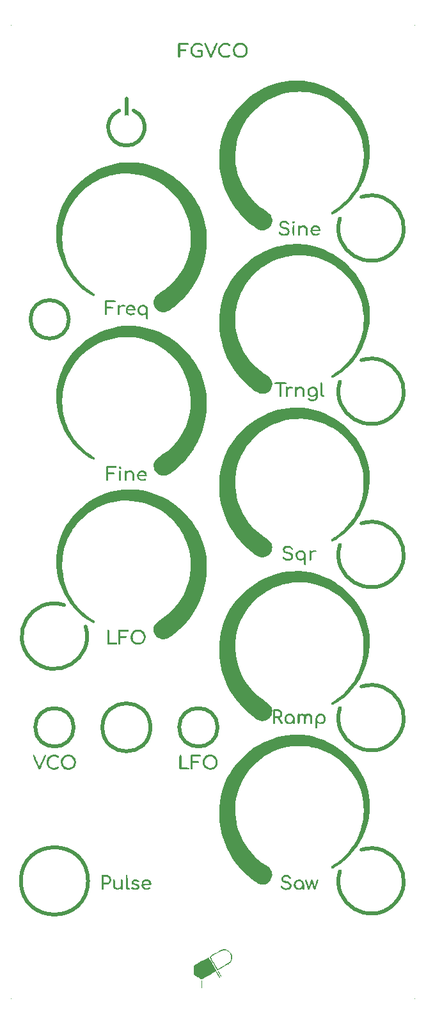
<source format=gto>
G04 #@! TF.GenerationSoftware,KiCad,Pcbnew,(6.0.0)*
G04 #@! TF.CreationDate,2022-08-09T16:48:56+02:00*
G04 #@! TF.ProjectId,FG-VCO-(panel),46472d56-434f-42d2-9870-616e656c292e,rev?*
G04 #@! TF.SameCoordinates,Original*
G04 #@! TF.FileFunction,Legend,Top*
G04 #@! TF.FilePolarity,Positive*
%FSLAX46Y46*%
G04 Gerber Fmt 4.6, Leading zero omitted, Abs format (unit mm)*
G04 Created by KiCad (PCBNEW (6.0.0)) date 2022-08-09 16:48:56*
%MOMM*%
%LPD*%
G01*
G04 APERTURE LIST*
%ADD10C,0.500000*%
%ADD11C,0.150000*%
%ADD12C,0.300000*%
%ADD13C,6.500000*%
%ADD14C,6.000000*%
%ADD15C,3.200000*%
%ADD16C,5.000000*%
%ADD17O,5.500000X3.200000*%
G04 APERTURE END LIST*
D10*
X18415000Y-92710000D02*
G75*
G03*
X18415000Y-92710000I-3175000J0D01*
G01*
X43497816Y-90170312D02*
G75*
G03*
X46355315Y-87312813I4127186J-1269687D01*
G01*
X43497816Y-111760312D02*
G75*
G03*
X46355315Y-108902813I4127186J-1269687D01*
G01*
X43497816Y-68580312D02*
G75*
G03*
X46355315Y-65722813I4127186J-1269687D01*
G01*
X43497501Y-25400000D02*
G75*
G03*
X46355000Y-22542501I4127186J-1269687D01*
G01*
X14287500Y-11112502D02*
G75*
G03*
X16192500Y-11112502I952500J-2222349D01*
G01*
X6985000Y-76517816D02*
G75*
G03*
X9842499Y-79375315I-1269687J-4127186D01*
G01*
X8255000Y-92710000D02*
G75*
G03*
X8255000Y-92710000I-2540000J0D01*
G01*
X27305000Y-92710000D02*
G75*
G03*
X27305000Y-92710000I-2540000J0D01*
G01*
X15240000Y-13334324D02*
X15240000Y-9525000D01*
X7620000Y-38735000D02*
G75*
G03*
X7620000Y-38735000I-2540000J0D01*
G01*
X43497816Y-46990312D02*
G75*
G03*
X46355315Y-44132813I4127186J-1269687D01*
G01*
X10160000Y-113030000D02*
G75*
G03*
X10160000Y-113030000I-4445000J0D01*
G01*
D11*
X37343095Y-17482380D02*
X37343095Y-16482380D01*
X37343095Y-16958571D02*
X37914523Y-16958571D01*
X37914523Y-17482380D02*
X37914523Y-16482380D01*
X38819285Y-16815714D02*
X38819285Y-17482380D01*
X38581190Y-16434761D02*
X38343095Y-17149047D01*
X38962142Y-17149047D01*
X4476904Y-113367380D02*
X4476904Y-112367380D01*
X4476904Y-112843571D02*
X5048333Y-112843571D01*
X5048333Y-113367380D02*
X5048333Y-112367380D01*
X6048333Y-113367380D02*
X5476904Y-113367380D01*
X5762619Y-113367380D02*
X5762619Y-112367380D01*
X5667380Y-112510238D01*
X5572142Y-112605476D01*
X5476904Y-112653095D01*
X6381666Y-112367380D02*
X7048333Y-112367380D01*
X6619761Y-113367380D01*
X46386904Y-91777380D02*
X46386904Y-90777380D01*
X46386904Y-91253571D02*
X46958333Y-91253571D01*
X46958333Y-91777380D02*
X46958333Y-90777380D01*
X47958333Y-91777380D02*
X47386904Y-91777380D01*
X47672619Y-91777380D02*
X47672619Y-90777380D01*
X47577380Y-90920238D01*
X47482142Y-91015476D01*
X47386904Y-91063095D01*
X48815476Y-91110714D02*
X48815476Y-91777380D01*
X48577380Y-90729761D02*
X48339285Y-91444047D01*
X48958333Y-91444047D01*
X4481904Y-80982380D02*
X4481904Y-79982380D01*
X4481904Y-80458571D02*
X5053333Y-80458571D01*
X5053333Y-80982380D02*
X5053333Y-79982380D01*
X6053333Y-80982380D02*
X5481904Y-80982380D01*
X5767619Y-80982380D02*
X5767619Y-79982380D01*
X5672380Y-80125238D01*
X5577142Y-80220476D01*
X5481904Y-80268095D01*
X6529523Y-80982380D02*
X6720000Y-80982380D01*
X6815238Y-80934761D01*
X6862857Y-80887142D01*
X6958095Y-80744285D01*
X7005714Y-80553809D01*
X7005714Y-80172857D01*
X6958095Y-80077619D01*
X6910476Y-80030000D01*
X6815238Y-79982380D01*
X6624761Y-79982380D01*
X6529523Y-80030000D01*
X6481904Y-80077619D01*
X6434285Y-80172857D01*
X6434285Y-80410952D01*
X6481904Y-80506190D01*
X6529523Y-80553809D01*
X6624761Y-80601428D01*
X6815238Y-80601428D01*
X6910476Y-80553809D01*
X6958095Y-80506190D01*
X7005714Y-80410952D01*
X46391904Y-113367380D02*
X46391904Y-112367380D01*
X46391904Y-112843571D02*
X46963333Y-112843571D01*
X46963333Y-113367380D02*
X46963333Y-112367380D01*
X47963333Y-113367380D02*
X47391904Y-113367380D01*
X47677619Y-113367380D02*
X47677619Y-112367380D01*
X47582380Y-112510238D01*
X47487142Y-112605476D01*
X47391904Y-112653095D01*
X48868095Y-112367380D02*
X48391904Y-112367380D01*
X48344285Y-112843571D01*
X48391904Y-112795952D01*
X48487142Y-112748333D01*
X48725238Y-112748333D01*
X48820476Y-112795952D01*
X48868095Y-112843571D01*
X48915714Y-112938809D01*
X48915714Y-113176904D01*
X48868095Y-113272142D01*
X48820476Y-113319761D01*
X48725238Y-113367380D01*
X48487142Y-113367380D01*
X48391904Y-113319761D01*
X48344285Y-113272142D01*
X46386904Y-27007380D02*
X46386904Y-26007380D01*
X46386904Y-26483571D02*
X46958333Y-26483571D01*
X46958333Y-27007380D02*
X46958333Y-26007380D01*
X47958333Y-27007380D02*
X47386904Y-27007380D01*
X47672619Y-27007380D02*
X47672619Y-26007380D01*
X47577380Y-26150238D01*
X47482142Y-26245476D01*
X47386904Y-26293095D01*
X48291666Y-26007380D02*
X48910714Y-26007380D01*
X48577380Y-26388333D01*
X48720238Y-26388333D01*
X48815476Y-26435952D01*
X48863095Y-26483571D01*
X48910714Y-26578809D01*
X48910714Y-26816904D01*
X48863095Y-26912142D01*
X48815476Y-26959761D01*
X48720238Y-27007380D01*
X48434523Y-27007380D01*
X48339285Y-26959761D01*
X48291666Y-26912142D01*
X14483095Y-28277380D02*
X14483095Y-27277380D01*
X14483095Y-27753571D02*
X15054523Y-27753571D01*
X15054523Y-28277380D02*
X15054523Y-27277380D01*
X16006904Y-27277380D02*
X15530714Y-27277380D01*
X15483095Y-27753571D01*
X15530714Y-27705952D01*
X15625952Y-27658333D01*
X15864047Y-27658333D01*
X15959285Y-27705952D01*
X16006904Y-27753571D01*
X16054523Y-27848809D01*
X16054523Y-28086904D01*
X16006904Y-28182142D01*
X15959285Y-28229761D01*
X15864047Y-28277380D01*
X15625952Y-28277380D01*
X15530714Y-28229761D01*
X15483095Y-28182142D01*
X37338095Y-82252380D02*
X37338095Y-81252380D01*
X37338095Y-81728571D02*
X37909523Y-81728571D01*
X37909523Y-82252380D02*
X37909523Y-81252380D01*
X38814285Y-81252380D02*
X38623809Y-81252380D01*
X38528571Y-81300000D01*
X38480952Y-81347619D01*
X38385714Y-81490476D01*
X38338095Y-81680952D01*
X38338095Y-82061904D01*
X38385714Y-82157142D01*
X38433333Y-82204761D01*
X38528571Y-82252380D01*
X38719047Y-82252380D01*
X38814285Y-82204761D01*
X38861904Y-82157142D01*
X38909523Y-82061904D01*
X38909523Y-81823809D01*
X38861904Y-81728571D01*
X38814285Y-81680952D01*
X38719047Y-81633333D01*
X38528571Y-81633333D01*
X38433333Y-81680952D01*
X38385714Y-81728571D01*
X38338095Y-81823809D01*
X4476904Y-93047380D02*
X4476904Y-92047380D01*
X4476904Y-92523571D02*
X5048333Y-92523571D01*
X5048333Y-93047380D02*
X5048333Y-92047380D01*
X6048333Y-93047380D02*
X5476904Y-93047380D01*
X5762619Y-93047380D02*
X5762619Y-92047380D01*
X5667380Y-92190238D01*
X5572142Y-92285476D01*
X5476904Y-92333095D01*
X7000714Y-93047380D02*
X6429285Y-93047380D01*
X6715000Y-93047380D02*
X6715000Y-92047380D01*
X6619761Y-92190238D01*
X6524523Y-92285476D01*
X6429285Y-92333095D01*
X37343095Y-39072380D02*
X37343095Y-38072380D01*
X37343095Y-38548571D02*
X37914523Y-38548571D01*
X37914523Y-39072380D02*
X37914523Y-38072380D01*
X38914523Y-39072380D02*
X38343095Y-39072380D01*
X38628809Y-39072380D02*
X38628809Y-38072380D01*
X38533571Y-38215238D01*
X38438333Y-38310476D01*
X38343095Y-38358095D01*
X14483095Y-49867380D02*
X14483095Y-48867380D01*
X14483095Y-49343571D02*
X15054523Y-49343571D01*
X15054523Y-49867380D02*
X15054523Y-48867380D01*
X15435476Y-48867380D02*
X16054523Y-48867380D01*
X15721190Y-49248333D01*
X15864047Y-49248333D01*
X15959285Y-49295952D01*
X16006904Y-49343571D01*
X16054523Y-49438809D01*
X16054523Y-49676904D01*
X16006904Y-49772142D01*
X15959285Y-49819761D01*
X15864047Y-49867380D01*
X15578333Y-49867380D01*
X15483095Y-49819761D01*
X15435476Y-49772142D01*
X14001904Y-93052380D02*
X14001904Y-92052380D01*
X14001904Y-92528571D02*
X14573333Y-92528571D01*
X14573333Y-93052380D02*
X14573333Y-92052380D01*
X15001904Y-92147619D02*
X15049523Y-92100000D01*
X15144761Y-92052380D01*
X15382857Y-92052380D01*
X15478095Y-92100000D01*
X15525714Y-92147619D01*
X15573333Y-92242857D01*
X15573333Y-92338095D01*
X15525714Y-92480952D01*
X14954285Y-93052380D01*
X15573333Y-93052380D01*
X16192380Y-92052380D02*
X16287619Y-92052380D01*
X16382857Y-92100000D01*
X16430476Y-92147619D01*
X16478095Y-92242857D01*
X16525714Y-92433333D01*
X16525714Y-92671428D01*
X16478095Y-92861904D01*
X16430476Y-92957142D01*
X16382857Y-93004761D01*
X16287619Y-93052380D01*
X16192380Y-93052380D01*
X16097142Y-93004761D01*
X16049523Y-92957142D01*
X16001904Y-92861904D01*
X15954285Y-92671428D01*
X15954285Y-92433333D01*
X16001904Y-92242857D01*
X16049523Y-92147619D01*
X16097142Y-92100000D01*
X16192380Y-92052380D01*
X46391904Y-48597380D02*
X46391904Y-47597380D01*
X46391904Y-48073571D02*
X46963333Y-48073571D01*
X46963333Y-48597380D02*
X46963333Y-47597380D01*
X47963333Y-48597380D02*
X47391904Y-48597380D01*
X47677619Y-48597380D02*
X47677619Y-47597380D01*
X47582380Y-47740238D01*
X47487142Y-47835476D01*
X47391904Y-47883095D01*
X48534761Y-48025952D02*
X48439523Y-47978333D01*
X48391904Y-47930714D01*
X48344285Y-47835476D01*
X48344285Y-47787857D01*
X48391904Y-47692619D01*
X48439523Y-47645000D01*
X48534761Y-47597380D01*
X48725238Y-47597380D01*
X48820476Y-47645000D01*
X48868095Y-47692619D01*
X48915714Y-47787857D01*
X48915714Y-47835476D01*
X48868095Y-47930714D01*
X48820476Y-47978333D01*
X48725238Y-48025952D01*
X48534761Y-48025952D01*
X48439523Y-48073571D01*
X48391904Y-48121190D01*
X48344285Y-48216428D01*
X48344285Y-48406904D01*
X48391904Y-48502142D01*
X48439523Y-48549761D01*
X48534761Y-48597380D01*
X48725238Y-48597380D01*
X48820476Y-48549761D01*
X48868095Y-48502142D01*
X48915714Y-48406904D01*
X48915714Y-48216428D01*
X48868095Y-48121190D01*
X48820476Y-48073571D01*
X48725238Y-48025952D01*
D12*
X36757428Y-59880500D02*
X36612285Y-59807928D01*
X36394571Y-59807928D01*
X36176857Y-59880500D01*
X36031714Y-60025642D01*
X35959142Y-60170785D01*
X35886571Y-60461071D01*
X35886571Y-60678785D01*
X35959142Y-60969071D01*
X36031714Y-61114214D01*
X36176857Y-61259357D01*
X36394571Y-61331928D01*
X36539714Y-61331928D01*
X36757428Y-61259357D01*
X36830000Y-61186785D01*
X36830000Y-60678785D01*
X36539714Y-60678785D01*
X37700857Y-59807928D02*
X37700857Y-60170785D01*
X37338000Y-60025642D02*
X37700857Y-60170785D01*
X38063714Y-60025642D01*
X37483142Y-60461071D02*
X37700857Y-60170785D01*
X37918571Y-60461071D01*
X38862000Y-59807928D02*
X38862000Y-60170785D01*
X38499142Y-60025642D02*
X38862000Y-60170785D01*
X39224857Y-60025642D01*
X38644285Y-60461071D02*
X38862000Y-60170785D01*
X39079714Y-60461071D01*
X40023142Y-59807928D02*
X40023142Y-60170785D01*
X39660285Y-60025642D02*
X40023142Y-60170785D01*
X40386000Y-60025642D01*
X39805428Y-60461071D02*
X40023142Y-60170785D01*
X40240857Y-60461071D01*
D11*
X46396904Y-126127380D02*
X46396904Y-125127380D01*
X46396904Y-125603571D02*
X46968333Y-125603571D01*
X46968333Y-126127380D02*
X46968333Y-125127380D01*
X47396904Y-125222619D02*
X47444523Y-125175000D01*
X47539761Y-125127380D01*
X47777857Y-125127380D01*
X47873095Y-125175000D01*
X47920714Y-125222619D01*
X47968333Y-125317857D01*
X47968333Y-125413095D01*
X47920714Y-125555952D01*
X47349285Y-126127380D01*
X47968333Y-126127380D01*
X48825476Y-125460714D02*
X48825476Y-126127380D01*
X48587380Y-125079761D02*
X48349285Y-125794047D01*
X48968333Y-125794047D01*
X4476904Y-3627380D02*
X4476904Y-2627380D01*
X4476904Y-3103571D02*
X5048333Y-3103571D01*
X5048333Y-3627380D02*
X5048333Y-2627380D01*
X5476904Y-2722619D02*
X5524523Y-2675000D01*
X5619761Y-2627380D01*
X5857857Y-2627380D01*
X5953095Y-2675000D01*
X6000714Y-2722619D01*
X6048333Y-2817857D01*
X6048333Y-2913095D01*
X6000714Y-3055952D01*
X5429285Y-3627380D01*
X6048333Y-3627380D01*
X6381666Y-2627380D02*
X7000714Y-2627380D01*
X6667380Y-3008333D01*
X6810238Y-3008333D01*
X6905476Y-3055952D01*
X6953095Y-3103571D01*
X7000714Y-3198809D01*
X7000714Y-3436904D01*
X6953095Y-3532142D01*
X6905476Y-3579761D01*
X6810238Y-3627380D01*
X6524523Y-3627380D01*
X6429285Y-3579761D01*
X6381666Y-3532142D01*
X14001904Y-13672380D02*
X14001904Y-12672380D01*
X14001904Y-13148571D02*
X14573333Y-13148571D01*
X14573333Y-13672380D02*
X14573333Y-12672380D01*
X15573333Y-13672380D02*
X15001904Y-13672380D01*
X15287619Y-13672380D02*
X15287619Y-12672380D01*
X15192380Y-12815238D01*
X15097142Y-12910476D01*
X15001904Y-12958095D01*
X15954285Y-12767619D02*
X16001904Y-12720000D01*
X16097142Y-12672380D01*
X16335238Y-12672380D01*
X16430476Y-12720000D01*
X16478095Y-12767619D01*
X16525714Y-12862857D01*
X16525714Y-12958095D01*
X16478095Y-13100952D01*
X15906666Y-13672380D01*
X16525714Y-13672380D01*
X46391904Y-70187380D02*
X46391904Y-69187380D01*
X46391904Y-69663571D02*
X46963333Y-69663571D01*
X46963333Y-70187380D02*
X46963333Y-69187380D01*
X47963333Y-70187380D02*
X47391904Y-70187380D01*
X47677619Y-70187380D02*
X47677619Y-69187380D01*
X47582380Y-69330238D01*
X47487142Y-69425476D01*
X47391904Y-69473095D01*
X48820476Y-69187380D02*
X48630000Y-69187380D01*
X48534761Y-69235000D01*
X48487142Y-69282619D01*
X48391904Y-69425476D01*
X48344285Y-69615952D01*
X48344285Y-69996904D01*
X48391904Y-70092142D01*
X48439523Y-70139761D01*
X48534761Y-70187380D01*
X48725238Y-70187380D01*
X48820476Y-70139761D01*
X48868095Y-70092142D01*
X48915714Y-69996904D01*
X48915714Y-69758809D01*
X48868095Y-69663571D01*
X48820476Y-69615952D01*
X48725238Y-69568333D01*
X48534761Y-69568333D01*
X48439523Y-69615952D01*
X48391904Y-69663571D01*
X48344285Y-69758809D01*
X3841904Y-39072380D02*
X3841904Y-38072380D01*
X3841904Y-38548571D02*
X4413333Y-38548571D01*
X4413333Y-39072380D02*
X4413333Y-38072380D01*
X5413333Y-39072380D02*
X4841904Y-39072380D01*
X5127619Y-39072380D02*
X5127619Y-38072380D01*
X5032380Y-38215238D01*
X4937142Y-38310476D01*
X4841904Y-38358095D01*
X6032380Y-38072380D02*
X6127619Y-38072380D01*
X6222857Y-38120000D01*
X6270476Y-38167619D01*
X6318095Y-38262857D01*
X6365714Y-38453333D01*
X6365714Y-38691428D01*
X6318095Y-38881904D01*
X6270476Y-38977142D01*
X6222857Y-39024761D01*
X6127619Y-39072380D01*
X6032380Y-39072380D01*
X5937142Y-39024761D01*
X5889523Y-38977142D01*
X5841904Y-38881904D01*
X5794285Y-38691428D01*
X5794285Y-38453333D01*
X5841904Y-38262857D01*
X5889523Y-38167619D01*
X5937142Y-38120000D01*
X6032380Y-38072380D01*
X37343095Y-103842380D02*
X37343095Y-102842380D01*
X37343095Y-103318571D02*
X37914523Y-103318571D01*
X37914523Y-103842380D02*
X37914523Y-102842380D01*
X38343095Y-102937619D02*
X38390714Y-102890000D01*
X38485952Y-102842380D01*
X38724047Y-102842380D01*
X38819285Y-102890000D01*
X38866904Y-102937619D01*
X38914523Y-103032857D01*
X38914523Y-103128095D01*
X38866904Y-103270952D01*
X38295476Y-103842380D01*
X38914523Y-103842380D01*
X1766904Y-126127380D02*
X1766904Y-125127380D01*
X1766904Y-125603571D02*
X2338333Y-125603571D01*
X2338333Y-126127380D02*
X2338333Y-125127380D01*
X2766904Y-125222619D02*
X2814523Y-125175000D01*
X2909761Y-125127380D01*
X3147857Y-125127380D01*
X3243095Y-125175000D01*
X3290714Y-125222619D01*
X3338333Y-125317857D01*
X3338333Y-125413095D01*
X3290714Y-125555952D01*
X2719285Y-126127380D01*
X3338333Y-126127380D01*
X4290714Y-126127380D02*
X3719285Y-126127380D01*
X4005000Y-126127380D02*
X4005000Y-125127380D01*
X3909761Y-125270238D01*
X3814523Y-125365476D01*
X3719285Y-125413095D01*
X46396904Y-3627380D02*
X46396904Y-2627380D01*
X46396904Y-3103571D02*
X46968333Y-3103571D01*
X46968333Y-3627380D02*
X46968333Y-2627380D01*
X47396904Y-2722619D02*
X47444523Y-2675000D01*
X47539761Y-2627380D01*
X47777857Y-2627380D01*
X47873095Y-2675000D01*
X47920714Y-2722619D01*
X47968333Y-2817857D01*
X47968333Y-2913095D01*
X47920714Y-3055952D01*
X47349285Y-3627380D01*
X47968333Y-3627380D01*
X48349285Y-2722619D02*
X48396904Y-2675000D01*
X48492142Y-2627380D01*
X48730238Y-2627380D01*
X48825476Y-2675000D01*
X48873095Y-2722619D01*
X48920714Y-2817857D01*
X48920714Y-2913095D01*
X48873095Y-3055952D01*
X48301666Y-3627380D01*
X48920714Y-3627380D01*
X24003095Y-93369880D02*
X24003095Y-92369880D01*
X24003095Y-92846071D02*
X24574523Y-92846071D01*
X24574523Y-93369880D02*
X24574523Y-92369880D01*
X25098333Y-93369880D02*
X25288809Y-93369880D01*
X25384047Y-93322261D01*
X25431666Y-93274642D01*
X25526904Y-93131785D01*
X25574523Y-92941309D01*
X25574523Y-92560357D01*
X25526904Y-92465119D01*
X25479285Y-92417500D01*
X25384047Y-92369880D01*
X25193571Y-92369880D01*
X25098333Y-92417500D01*
X25050714Y-92465119D01*
X25003095Y-92560357D01*
X25003095Y-92798452D01*
X25050714Y-92893690D01*
X25098333Y-92941309D01*
X25193571Y-92988928D01*
X25384047Y-92988928D01*
X25479285Y-92941309D01*
X25526904Y-92893690D01*
X25574523Y-92798452D01*
X37343095Y-60662380D02*
X37343095Y-59662380D01*
X37343095Y-60138571D02*
X37914523Y-60138571D01*
X37914523Y-60662380D02*
X37914523Y-59662380D01*
X38533571Y-60090952D02*
X38438333Y-60043333D01*
X38390714Y-59995714D01*
X38343095Y-59900476D01*
X38343095Y-59852857D01*
X38390714Y-59757619D01*
X38438333Y-59710000D01*
X38533571Y-59662380D01*
X38724047Y-59662380D01*
X38819285Y-59710000D01*
X38866904Y-59757619D01*
X38914523Y-59852857D01*
X38914523Y-59900476D01*
X38866904Y-59995714D01*
X38819285Y-60043333D01*
X38724047Y-60090952D01*
X38533571Y-60090952D01*
X38438333Y-60138571D01*
X38390714Y-60186190D01*
X38343095Y-60281428D01*
X38343095Y-60471904D01*
X38390714Y-60567142D01*
X38438333Y-60614761D01*
X38533571Y-60662380D01*
X38724047Y-60662380D01*
X38819285Y-60614761D01*
X38866904Y-60567142D01*
X38914523Y-60471904D01*
X38914523Y-60281428D01*
X38866904Y-60186190D01*
X38819285Y-60138571D01*
X38724047Y-60090952D01*
X14483095Y-71457380D02*
X14483095Y-70457380D01*
X14483095Y-70933571D02*
X15054523Y-70933571D01*
X15054523Y-71457380D02*
X15054523Y-70457380D01*
X15435476Y-70457380D02*
X16102142Y-70457380D01*
X15673571Y-71457380D01*
G36*
X38085844Y-7143580D02*
G01*
X38312738Y-7149194D01*
X38511769Y-7158808D01*
X38672174Y-7172505D01*
X38688952Y-7174505D01*
X39411242Y-7287296D01*
X40108134Y-7443675D01*
X40781530Y-7644462D01*
X41433335Y-7890480D01*
X42065453Y-8182551D01*
X42679787Y-8521496D01*
X43278241Y-8908138D01*
X43862719Y-9343298D01*
X44033641Y-9481795D01*
X44179358Y-9608077D01*
X44348643Y-9764670D01*
X44532688Y-9942604D01*
X44722685Y-10132914D01*
X44909827Y-10326629D01*
X45085304Y-10514784D01*
X45240309Y-10688410D01*
X45365070Y-10837335D01*
X45765250Y-11368164D01*
X46118798Y-11902610D01*
X46429867Y-12447766D01*
X46702607Y-13010726D01*
X46866309Y-13402270D01*
X47083546Y-14023751D01*
X47251856Y-14657257D01*
X47371276Y-15300892D01*
X47441839Y-15952759D01*
X47463579Y-16610960D01*
X47436533Y-17273598D01*
X47360734Y-17938775D01*
X47236216Y-18604596D01*
X47063016Y-19269162D01*
X46841166Y-19930576D01*
X46742406Y-20184936D01*
X46665951Y-20362781D01*
X46568689Y-20571016D01*
X46457098Y-20797062D01*
X46337660Y-21028338D01*
X46216854Y-21252266D01*
X46101161Y-21456266D01*
X46008178Y-21610186D01*
X45618563Y-22184987D01*
X45197013Y-22721191D01*
X44744260Y-23218038D01*
X44261034Y-23674764D01*
X43748068Y-24090608D01*
X43374443Y-24355124D01*
X43199517Y-24469199D01*
X43030348Y-24574192D01*
X42873177Y-24666640D01*
X42734247Y-24743077D01*
X42619798Y-24800040D01*
X42536072Y-24834064D01*
X42496415Y-24842451D01*
X42414987Y-24819840D01*
X42356446Y-24760909D01*
X42332553Y-24679007D01*
X42333293Y-24657297D01*
X42337327Y-24628010D01*
X42346496Y-24601478D01*
X42365806Y-24573622D01*
X42400262Y-24540364D01*
X42454868Y-24497625D01*
X42534629Y-24441327D01*
X42644550Y-24367393D01*
X42789636Y-24271742D01*
X42875625Y-24215353D01*
X43328119Y-23894936D01*
X43762758Y-23537545D01*
X44173822Y-23150498D01*
X44622432Y-22666141D01*
X45028591Y-22153977D01*
X45391760Y-21615084D01*
X45711400Y-21050539D01*
X45986971Y-20461422D01*
X46217934Y-19848810D01*
X46403750Y-19213782D01*
X46543880Y-18557416D01*
X46579486Y-18339745D01*
X46603336Y-18145787D01*
X46622920Y-17913493D01*
X46637907Y-17655277D01*
X46647962Y-17383551D01*
X46652754Y-17110729D01*
X46651950Y-16849225D01*
X46645215Y-16611453D01*
X46632219Y-16409826D01*
X46631458Y-16401558D01*
X46545655Y-15746251D01*
X46413357Y-15108666D01*
X46236303Y-14490523D01*
X46016233Y-13893543D01*
X45754886Y-13319448D01*
X45454001Y-12769957D01*
X45115318Y-12246793D01*
X44740577Y-11751675D01*
X44331516Y-11286325D01*
X43889875Y-10852463D01*
X43417393Y-10451811D01*
X42915810Y-10086089D01*
X42386865Y-9757018D01*
X41832297Y-9466319D01*
X41253846Y-9215713D01*
X40653252Y-9006921D01*
X40032252Y-8841663D01*
X39392588Y-8721661D01*
X38800241Y-8653602D01*
X38584706Y-8641280D01*
X38335991Y-8635547D01*
X38068090Y-8636074D01*
X37794994Y-8642531D01*
X37530697Y-8654587D01*
X37289190Y-8671913D01*
X37085545Y-8694034D01*
X36424146Y-8808281D01*
X35781680Y-8969091D01*
X35159842Y-9175400D01*
X34560321Y-9426149D01*
X33984809Y-9720274D01*
X33434999Y-10056715D01*
X32912582Y-10434410D01*
X32419250Y-10852298D01*
X31956694Y-11309316D01*
X31526606Y-11804404D01*
X31130677Y-12336500D01*
X31021227Y-12499502D01*
X30685550Y-13057292D01*
X30396139Y-13635667D01*
X30153402Y-14233123D01*
X29957746Y-14848156D01*
X29809577Y-15479261D01*
X29709304Y-16124936D01*
X29657333Y-16783676D01*
X29654072Y-17453977D01*
X29657091Y-17538042D01*
X29707914Y-18171577D01*
X29808032Y-18799687D01*
X29955877Y-19418959D01*
X30149880Y-20025975D01*
X30388474Y-20617321D01*
X30670091Y-21189580D01*
X30993163Y-21739338D01*
X31356122Y-22263178D01*
X31757401Y-22757685D01*
X32195432Y-23219444D01*
X32319163Y-23337468D01*
X32635939Y-23620423D01*
X32958764Y-23881880D01*
X33300581Y-24131604D01*
X33674331Y-24379364D01*
X33821743Y-24471532D01*
X34016789Y-24603487D01*
X34171065Y-24736352D01*
X34293943Y-24879784D01*
X34394799Y-25043441D01*
X34414562Y-25082306D01*
X34504840Y-25319920D01*
X34546950Y-25562363D01*
X34542515Y-25803874D01*
X34493155Y-26038694D01*
X34400492Y-26261061D01*
X34266147Y-26465216D01*
X34091742Y-26645397D01*
X33943416Y-26756310D01*
X33787900Y-26839192D01*
X33609551Y-26904936D01*
X33424922Y-26949277D01*
X33250568Y-26967950D01*
X33140655Y-26963102D01*
X32995576Y-26940245D01*
X32868033Y-26909528D01*
X32747589Y-26866260D01*
X32623804Y-26805747D01*
X32486241Y-26723295D01*
X32324459Y-26614211D01*
X32253936Y-26564426D01*
X31649325Y-26103937D01*
X31079901Y-25609050D01*
X30547694Y-25081838D01*
X30054733Y-24524379D01*
X29603048Y-23938745D01*
X29400168Y-23646258D01*
X28998174Y-23001052D01*
X28643519Y-22337330D01*
X28336114Y-21654846D01*
X28075873Y-20953357D01*
X27862705Y-20232616D01*
X27696524Y-19492379D01*
X27577240Y-18732402D01*
X27552432Y-18517902D01*
X27535890Y-18323646D01*
X27523148Y-18093209D01*
X27514283Y-17838139D01*
X27509374Y-17569986D01*
X27508500Y-17300300D01*
X27511740Y-17040630D01*
X27519172Y-16802525D01*
X27530875Y-16597535D01*
X27538734Y-16507280D01*
X27607690Y-15936830D01*
X27696191Y-15404895D01*
X27806686Y-14902047D01*
X27941621Y-14418859D01*
X28103446Y-13945900D01*
X28294607Y-13473744D01*
X28370506Y-13303403D01*
X28689687Y-12664033D01*
X29053712Y-12046174D01*
X29459998Y-11452853D01*
X29905962Y-10887094D01*
X30389022Y-10351925D01*
X30906594Y-9850371D01*
X31456097Y-9385457D01*
X32034946Y-8960210D01*
X32135345Y-8892572D01*
X32359045Y-8746489D01*
X32564656Y-8618720D01*
X32767175Y-8500623D01*
X32981596Y-8383554D01*
X33222916Y-8258871D01*
X33316001Y-8212087D01*
X33925301Y-7930788D01*
X34541888Y-7693138D01*
X35172664Y-7497077D01*
X35824531Y-7340545D01*
X36504392Y-7221480D01*
X36741958Y-7189316D01*
X36910051Y-7172648D01*
X37114848Y-7159489D01*
X37345587Y-7149920D01*
X37591507Y-7144025D01*
X37841846Y-7141884D01*
X38085844Y-7143580D01*
G37*
G36*
X35855811Y-47061329D02*
G01*
X36031149Y-47062570D01*
X36166128Y-47065590D01*
X36266020Y-47071167D01*
X36336096Y-47080079D01*
X36381628Y-47093106D01*
X36407887Y-47111025D01*
X36420145Y-47134614D01*
X36423673Y-47164653D01*
X36423822Y-47177591D01*
X36417070Y-47221590D01*
X36391922Y-47252774D01*
X36341042Y-47273564D01*
X36257091Y-47286378D01*
X36132733Y-47293637D01*
X36065960Y-47295630D01*
X35774824Y-47302872D01*
X35768314Y-48130026D01*
X35766295Y-48359095D01*
X35764029Y-48542528D01*
X35761214Y-48685592D01*
X35757545Y-48793553D01*
X35752721Y-48871677D01*
X35746438Y-48925230D01*
X35738394Y-48959479D01*
X35728285Y-48979689D01*
X35718910Y-48988994D01*
X35645509Y-49018926D01*
X35576895Y-48998583D01*
X35549710Y-48974264D01*
X35537964Y-48956685D01*
X35528597Y-48929139D01*
X35521346Y-48886244D01*
X35515950Y-48822619D01*
X35512146Y-48732881D01*
X35509672Y-48611649D01*
X35508268Y-48453541D01*
X35507670Y-48253176D01*
X35507589Y-48108934D01*
X35507589Y-47290146D01*
X35207269Y-47290146D01*
X35063645Y-47288374D01*
X34963375Y-47281480D01*
X34898987Y-47267094D01*
X34863006Y-47242849D01*
X34847960Y-47206377D01*
X34845866Y-47175617D01*
X34847576Y-47143538D01*
X34856220Y-47118083D01*
X34877068Y-47098487D01*
X34915390Y-47083984D01*
X34976455Y-47073811D01*
X35065533Y-47067202D01*
X35187895Y-47063391D01*
X35348811Y-47061615D01*
X35553549Y-47061107D01*
X35634844Y-47061088D01*
X35855811Y-47061329D01*
G37*
G36*
X12880387Y-79793143D02*
G01*
X12910129Y-79802994D01*
X12933543Y-79825395D01*
X12951381Y-79865242D01*
X12964397Y-79927432D01*
X12973345Y-80016860D01*
X12978980Y-80138423D01*
X12982054Y-80297014D01*
X12983321Y-80497532D01*
X12983541Y-80700118D01*
X12983541Y-81496158D01*
X13462018Y-81496158D01*
X13640880Y-81496747D01*
X13775197Y-81499512D01*
X13871321Y-81505951D01*
X13935605Y-81517563D01*
X13974402Y-81535846D01*
X13994063Y-81562298D01*
X14000941Y-81598417D01*
X14001577Y-81623413D01*
X13999712Y-81662527D01*
X13990216Y-81692682D01*
X13967240Y-81715042D01*
X13924932Y-81730769D01*
X13857444Y-81741028D01*
X13758925Y-81746982D01*
X13623524Y-81749794D01*
X13445392Y-81750627D01*
X13361658Y-81750667D01*
X13175630Y-81750524D01*
X13033911Y-81749694D01*
X12929908Y-81747572D01*
X12857028Y-81743557D01*
X12808679Y-81737045D01*
X12778268Y-81727433D01*
X12759201Y-81714118D01*
X12744886Y-81696498D01*
X12743201Y-81694102D01*
X12732339Y-81672649D01*
X12723613Y-81639108D01*
X12716800Y-81588299D01*
X12711677Y-81515041D01*
X12708022Y-81414154D01*
X12705612Y-81280457D01*
X12704227Y-81108769D01*
X12703642Y-80893911D01*
X12703581Y-80770807D01*
X12703848Y-80521723D01*
X12705098Y-80318816D01*
X12708006Y-80157362D01*
X12713247Y-80032638D01*
X12721496Y-79939919D01*
X12733427Y-79874483D01*
X12749716Y-79831605D01*
X12771037Y-79806561D01*
X12798066Y-79794628D01*
X12831476Y-79791083D01*
X12843561Y-79790948D01*
X12880387Y-79793143D01*
G37*
G36*
X20667Y183240D02*
G01*
X29032Y150335D01*
X11036Y107799D01*
X-21870Y99433D01*
X-64406Y117429D01*
X-72771Y150335D01*
X-54775Y192871D01*
X-21870Y201237D01*
X20667Y183240D01*
G37*
G36*
X24596008Y-96335163D02*
G01*
X24766178Y-96338416D01*
X24901133Y-96343594D01*
X24995911Y-96350495D01*
X25045551Y-96358921D01*
X25048942Y-96360380D01*
X25088451Y-96406597D01*
X25095395Y-96472164D01*
X25068764Y-96536487D01*
X25058176Y-96548549D01*
X25037437Y-96562369D01*
X25002218Y-96572683D01*
X24945820Y-96579970D01*
X24861544Y-96584708D01*
X24742689Y-96587375D01*
X24582557Y-96588451D01*
X24498256Y-96588543D01*
X23978331Y-96588543D01*
X23978331Y-97173914D01*
X24341706Y-97173914D01*
X24513157Y-97176232D01*
X24639838Y-97184244D01*
X24727713Y-97199539D01*
X24782749Y-97223706D01*
X24810910Y-97258332D01*
X24818210Y-97300793D01*
X24812886Y-97346554D01*
X24792485Y-97380047D01*
X24750362Y-97403119D01*
X24679874Y-97417611D01*
X24574376Y-97425368D01*
X24427225Y-97428233D01*
X24358276Y-97428423D01*
X23978331Y-97428423D01*
X23978331Y-97818967D01*
X23977728Y-97970414D01*
X23975327Y-98079225D01*
X23970239Y-98153657D01*
X23961577Y-98201966D01*
X23948452Y-98232409D01*
X23931788Y-98251632D01*
X23859026Y-98289629D01*
X23785350Y-98280773D01*
X23740492Y-98247210D01*
X23729196Y-98230317D01*
X23720093Y-98203767D01*
X23712952Y-98162420D01*
X23707541Y-98101136D01*
X23703631Y-98014774D01*
X23700989Y-97898195D01*
X23699386Y-97746258D01*
X23698590Y-97553824D01*
X23698371Y-97315751D01*
X23698371Y-97309471D01*
X23698518Y-97072035D01*
X23699132Y-96880316D01*
X23700471Y-96729129D01*
X23702794Y-96613290D01*
X23706359Y-96527615D01*
X23711425Y-96466918D01*
X23718251Y-96426017D01*
X23727094Y-96399725D01*
X23738214Y-96382860D01*
X23744914Y-96376155D01*
X23765294Y-96362643D01*
X23796991Y-96352316D01*
X23846364Y-96344763D01*
X23919771Y-96339571D01*
X24023572Y-96336330D01*
X24164126Y-96334627D01*
X24347791Y-96334050D01*
X24395585Y-96334034D01*
X24596008Y-96335163D01*
G37*
G36*
X6660094Y-96872644D02*
G01*
X6768856Y-96688964D01*
X6917415Y-96534575D01*
X7103631Y-96412972D01*
X7129834Y-96400068D01*
X7209716Y-96364019D01*
X7277076Y-96341005D01*
X7347767Y-96328138D01*
X7437638Y-96322535D01*
X7562499Y-96321308D01*
X7687159Y-96322510D01*
X7776940Y-96328085D01*
X7847849Y-96340986D01*
X7915889Y-96364167D01*
X7997064Y-96400581D01*
X8000273Y-96402100D01*
X8191797Y-96518985D01*
X8347453Y-96669979D01*
X8463650Y-96851574D01*
X8466442Y-96857361D01*
X8506568Y-96953027D01*
X8531425Y-97047680D01*
X8545589Y-97161937D01*
X8550182Y-97234628D01*
X8550609Y-97433090D01*
X8527492Y-97599105D01*
X8477587Y-97746903D01*
X8402284Y-97883599D01*
X8264491Y-98052115D01*
X8095094Y-98180795D01*
X7897043Y-98268185D01*
X7727409Y-98304369D01*
X7539888Y-98316316D01*
X7360355Y-98303009D01*
X7301524Y-98291573D01*
X7101273Y-98219593D01*
X6927281Y-98107072D01*
X6783413Y-97959184D01*
X6673539Y-97781101D01*
X6601525Y-97577996D01*
X6571240Y-97355041D01*
X6570518Y-97313894D01*
X6839296Y-97313894D01*
X6844664Y-97449364D01*
X6862777Y-97553202D01*
X6891813Y-97633323D01*
X6993871Y-97803076D01*
X7125754Y-97933310D01*
X7282927Y-98022065D01*
X7460856Y-98067375D01*
X7655004Y-98067280D01*
X7817008Y-98033768D01*
X7924066Y-97985598D01*
X8037946Y-97907374D01*
X8139092Y-97812574D01*
X8140968Y-97810469D01*
X8217043Y-97691655D01*
X8269536Y-97541253D01*
X8296179Y-97373901D01*
X8294700Y-97204237D01*
X8262830Y-97046898D01*
X8260487Y-97039879D01*
X8194360Y-96908501D01*
X8093301Y-96782006D01*
X7972013Y-96676559D01*
X7881605Y-96623298D01*
X7724421Y-96574209D01*
X7550574Y-96559691D01*
X7378678Y-96579598D01*
X7237768Y-96628431D01*
X7077630Y-96733768D01*
X6958111Y-96869623D01*
X6879596Y-97035333D01*
X6842472Y-97230232D01*
X6839296Y-97313894D01*
X6570518Y-97313894D01*
X6593269Y-97082118D01*
X6660094Y-96872644D01*
G37*
G36*
X27207952Y-2167805D02*
G01*
X27266738Y-2194942D01*
X27288613Y-2222962D01*
X27292976Y-2244550D01*
X27289418Y-2278267D01*
X27276208Y-2328690D01*
X27251619Y-2400398D01*
X27213920Y-2497967D01*
X27161384Y-2625976D01*
X27092282Y-2789002D01*
X27004884Y-2991623D01*
X26954647Y-3107228D01*
X26850556Y-3346167D01*
X26764674Y-3542684D01*
X26694996Y-3701072D01*
X26639517Y-3825624D01*
X26596229Y-3920634D01*
X26563129Y-3990396D01*
X26538209Y-4039201D01*
X26519464Y-4071344D01*
X26504888Y-4091118D01*
X26492475Y-4102816D01*
X26488056Y-4105939D01*
X26420359Y-4123919D01*
X26355145Y-4095689D01*
X26340402Y-4080878D01*
X26320123Y-4045885D01*
X26283239Y-3970940D01*
X26232532Y-3862448D01*
X26170786Y-3726818D01*
X26100786Y-3570455D01*
X26025315Y-3399767D01*
X25947156Y-3221161D01*
X25869094Y-3041043D01*
X25793912Y-2865821D01*
X25724394Y-2701902D01*
X25663323Y-2555692D01*
X25613484Y-2433600D01*
X25577660Y-2342030D01*
X25558634Y-2287392D01*
X25556287Y-2276177D01*
X25576625Y-2211514D01*
X25627003Y-2173684D01*
X25691461Y-2167719D01*
X25754043Y-2198654D01*
X25765390Y-2210236D01*
X25784510Y-2244220D01*
X25820131Y-2319209D01*
X25869553Y-2429069D01*
X25930077Y-2567664D01*
X25999005Y-2728857D01*
X26073636Y-2906513D01*
X26106559Y-2985833D01*
X26181495Y-3166036D01*
X26250532Y-3330145D01*
X26311223Y-3472493D01*
X26361121Y-3587413D01*
X26397778Y-3669240D01*
X26418749Y-3712306D01*
X26422500Y-3717546D01*
X26435351Y-3695165D01*
X26465401Y-3631406D01*
X26510187Y-3531845D01*
X26567248Y-3402057D01*
X26634124Y-3247615D01*
X26708352Y-3074096D01*
X26750905Y-2973763D01*
X26828788Y-2790394D01*
X26901207Y-2621431D01*
X26965582Y-2472776D01*
X27019331Y-2350332D01*
X27059874Y-2259999D01*
X27084631Y-2207678D01*
X27090363Y-2197511D01*
X27141404Y-2167665D01*
X27207952Y-2167805D01*
G37*
G36*
X16179520Y-39601384D02*
G01*
X16236487Y-39605308D01*
X16946070Y-39681424D01*
X17646244Y-39806677D01*
X18334692Y-39979794D01*
X19009097Y-40199506D01*
X19667142Y-40464543D01*
X20306510Y-40773635D01*
X20924883Y-41125511D01*
X21519946Y-41518902D01*
X22089379Y-41952537D01*
X22630868Y-42425147D01*
X23142093Y-42935461D01*
X23620739Y-43482208D01*
X23857950Y-43783072D01*
X24195182Y-44256041D01*
X24509809Y-44755874D01*
X24797641Y-45274146D01*
X25054489Y-45802431D01*
X25276165Y-46332305D01*
X25458480Y-46855341D01*
X25557384Y-47201068D01*
X25716363Y-47914855D01*
X25825797Y-48636081D01*
X25886038Y-49362140D01*
X25897442Y-50090427D01*
X25860364Y-50818336D01*
X25775159Y-51543262D01*
X25642179Y-52262599D01*
X25461782Y-52973742D01*
X25234320Y-53674085D01*
X24960149Y-54361023D01*
X24639623Y-55031950D01*
X24441967Y-55396258D01*
X24359470Y-55535783D01*
X24253968Y-55705048D01*
X24132674Y-55893252D01*
X24002802Y-56089595D01*
X23871565Y-56283277D01*
X23746177Y-56463496D01*
X23633851Y-56619453D01*
X23558075Y-56719705D01*
X23118805Y-57246488D01*
X22639130Y-57755238D01*
X22128136Y-58237243D01*
X21594913Y-58683793D01*
X21199975Y-58980145D01*
X21002021Y-59116917D01*
X20833287Y-59222583D01*
X20686048Y-59301054D01*
X20552582Y-59356244D01*
X20425165Y-59392064D01*
X20364303Y-59403461D01*
X20265025Y-59418269D01*
X20189943Y-59425002D01*
X20118911Y-59423620D01*
X20031784Y-59414084D01*
X19951154Y-59402641D01*
X19853301Y-59380405D01*
X19735551Y-59342416D01*
X19622971Y-59296787D01*
X19620293Y-59295550D01*
X19400169Y-59167415D01*
X19214238Y-59006088D01*
X19064570Y-58817339D01*
X18953235Y-58606937D01*
X18882303Y-58380649D01*
X18853843Y-58144245D01*
X18869925Y-57903492D01*
X18932620Y-57664160D01*
X18988256Y-57534134D01*
X19099247Y-57345796D01*
X19237529Y-57182342D01*
X19411672Y-57034886D01*
X19572173Y-56928720D01*
X20140380Y-56557429D01*
X20668859Y-56154366D01*
X21157872Y-55719250D01*
X21607683Y-55251800D01*
X22018553Y-54751738D01*
X22390745Y-54218782D01*
X22724521Y-53652652D01*
X22830973Y-53449264D01*
X23105342Y-52857739D01*
X23330515Y-52260841D01*
X23507131Y-51655582D01*
X23635829Y-51038976D01*
X23717246Y-50408037D01*
X23752021Y-49759776D01*
X23744586Y-49173513D01*
X23692518Y-48537113D01*
X23590994Y-47907107D01*
X23441355Y-47286594D01*
X23244938Y-46678672D01*
X23003083Y-46086440D01*
X22717130Y-45512996D01*
X22388418Y-44961438D01*
X22018286Y-44434865D01*
X21608074Y-43936376D01*
X21369635Y-43679204D01*
X20892478Y-43221441D01*
X20387459Y-42806139D01*
X19855392Y-42433705D01*
X19297094Y-42104546D01*
X18713378Y-41819068D01*
X18105060Y-41577678D01*
X17472955Y-41380782D01*
X16817879Y-41228787D01*
X16279433Y-41140011D01*
X16098518Y-41120997D01*
X15878352Y-41106857D01*
X15630354Y-41097588D01*
X15365940Y-41093182D01*
X15096528Y-41093636D01*
X14833534Y-41098943D01*
X14588376Y-41109098D01*
X14372472Y-41124095D01*
X14217910Y-41140996D01*
X13542620Y-41257449D01*
X12891070Y-41418780D01*
X12263514Y-41624868D01*
X11660208Y-41875592D01*
X11081408Y-42170831D01*
X10527370Y-42510463D01*
X9998350Y-42894367D01*
X9494603Y-43322423D01*
X9374687Y-43434380D01*
X8917877Y-43903278D01*
X8502276Y-44401766D01*
X8128354Y-44928917D01*
X7796582Y-45483801D01*
X7507432Y-46065489D01*
X7261374Y-46673052D01*
X7058881Y-47305561D01*
X6900422Y-47962087D01*
X6806397Y-48499064D01*
X6789229Y-48652291D01*
X6775820Y-48846124D01*
X6766165Y-49070606D01*
X6760264Y-49315785D01*
X6758114Y-49571706D01*
X6759712Y-49828415D01*
X6765057Y-50075957D01*
X6774146Y-50304378D01*
X6786976Y-50503724D01*
X6803546Y-50664040D01*
X6806904Y-50687842D01*
X6906095Y-51256722D01*
X7030293Y-51789805D01*
X7182563Y-52297224D01*
X7365971Y-52789114D01*
X7583582Y-53275606D01*
X7599962Y-53309284D01*
X7915714Y-53900124D01*
X8268036Y-54455561D01*
X8656978Y-54975654D01*
X9082591Y-55460460D01*
X9544925Y-55910036D01*
X10044032Y-56324439D01*
X10579962Y-56703728D01*
X10620757Y-56730190D01*
X10771275Y-56827612D01*
X10884239Y-56902372D01*
X10965028Y-56959149D01*
X11019023Y-57002620D01*
X11051604Y-57037465D01*
X11068154Y-57068361D01*
X11074052Y-57099988D01*
X11074723Y-57124911D01*
X11053546Y-57213667D01*
X10995228Y-57272139D01*
X10911098Y-57292351D01*
X10849561Y-57277758D01*
X10753388Y-57236515D01*
X10628731Y-57172424D01*
X10481743Y-57089287D01*
X10318576Y-56990907D01*
X10145380Y-56881085D01*
X9968310Y-56763623D01*
X9793516Y-56642325D01*
X9627151Y-56520992D01*
X9484042Y-56410377D01*
X8985180Y-55984029D01*
X8527465Y-55534340D01*
X8105942Y-55055654D01*
X7715653Y-54542311D01*
X7351644Y-53988654D01*
X7325976Y-53946522D01*
X6995717Y-53355374D01*
X6709636Y-52746214D01*
X6468111Y-52122099D01*
X6271521Y-51486085D01*
X6120242Y-50841227D01*
X6014654Y-50190583D01*
X5955133Y-49537208D01*
X5942058Y-48884160D01*
X5975807Y-48234493D01*
X6056757Y-47591265D01*
X6185286Y-46957532D01*
X6361772Y-46336349D01*
X6378793Y-46284836D01*
X6616511Y-45652756D01*
X6899638Y-45040413D01*
X7225855Y-44449847D01*
X7592845Y-43883102D01*
X7998289Y-43342219D01*
X8439867Y-42829241D01*
X8915262Y-42346211D01*
X9422155Y-41895170D01*
X9958227Y-41478161D01*
X10521160Y-41097227D01*
X11108635Y-40754409D01*
X11718333Y-40451751D01*
X12347937Y-40191293D01*
X12995127Y-39975080D01*
X13657585Y-39805153D01*
X13759354Y-39783529D01*
X14271037Y-39689293D01*
X14755554Y-39624921D01*
X15226245Y-39589452D01*
X15696454Y-39581927D01*
X16179520Y-39601384D01*
G37*
G36*
X13930756Y-58223285D02*
G01*
X13947280Y-58291390D01*
X13933821Y-58331451D01*
X13919457Y-58345840D01*
X13892515Y-58356851D01*
X13846461Y-58365054D01*
X13774757Y-58371023D01*
X13670867Y-58375329D01*
X13528257Y-58378545D01*
X13368915Y-58380883D01*
X12830836Y-58387752D01*
X12830836Y-58997561D01*
X13208655Y-58997561D01*
X13357419Y-58998202D01*
X13463711Y-59000748D01*
X13535950Y-59006133D01*
X13582556Y-59015288D01*
X13611948Y-59029147D01*
X13628595Y-59044104D01*
X13665695Y-59101787D01*
X13658047Y-59153981D01*
X13619814Y-59201168D01*
X13595476Y-59221279D01*
X13563587Y-59235301D01*
X13515290Y-59244313D01*
X13441730Y-59249392D01*
X13334048Y-59251617D01*
X13201665Y-59252070D01*
X12834419Y-59252070D01*
X12826265Y-59648664D01*
X12822606Y-59800577D01*
X12818152Y-59909678D01*
X12811826Y-59984054D01*
X12802552Y-60031796D01*
X12789253Y-60060992D01*
X12770855Y-60079729D01*
X12768707Y-60081329D01*
X12692501Y-60114816D01*
X12624221Y-60098052D01*
X12592997Y-60070858D01*
X12581659Y-60053901D01*
X12572531Y-60027260D01*
X12565379Y-59985770D01*
X12559969Y-59924271D01*
X12556068Y-59837599D01*
X12553442Y-59720592D01*
X12551857Y-59568088D01*
X12551079Y-59374923D01*
X12550876Y-59140226D01*
X12551655Y-58880433D01*
X12553945Y-58659106D01*
X12557678Y-58478707D01*
X12562784Y-58341697D01*
X12569193Y-58250538D01*
X12576835Y-58207691D01*
X12577222Y-58206910D01*
X12587722Y-58191838D01*
X12605127Y-58180197D01*
X12635488Y-58171546D01*
X12684856Y-58165443D01*
X12759279Y-58161447D01*
X12864808Y-58159117D01*
X13007493Y-58158012D01*
X13193383Y-58157691D01*
X13252217Y-58157681D01*
X13900865Y-58157681D01*
X13930756Y-58223285D01*
G37*
G36*
X38086361Y-72045580D02*
G01*
X38352275Y-72053826D01*
X38597922Y-72069888D01*
X38838042Y-72095225D01*
X39087372Y-72131298D01*
X39360650Y-72179566D01*
X39568547Y-72220273D01*
X40241323Y-72381129D01*
X40898155Y-72588232D01*
X41536834Y-72839654D01*
X42155151Y-73133467D01*
X42750897Y-73467743D01*
X43321863Y-73840552D01*
X43865841Y-74249967D01*
X44380620Y-74694059D01*
X44863992Y-75170899D01*
X45313749Y-75678560D01*
X45727682Y-76215114D01*
X46103580Y-76778631D01*
X46439236Y-77367183D01*
X46732441Y-77978842D01*
X46980985Y-78611679D01*
X47020015Y-78725324D01*
X47201731Y-79345226D01*
X47335480Y-79978438D01*
X47421502Y-80621934D01*
X47460040Y-81272687D01*
X47451333Y-81927669D01*
X47395623Y-82583855D01*
X47293151Y-83238216D01*
X47144159Y-83887727D01*
X46948887Y-84529361D01*
X46707578Y-85160090D01*
X46465207Y-85687876D01*
X46134646Y-86300124D01*
X45767484Y-86878692D01*
X45364735Y-87422405D01*
X44927413Y-87930088D01*
X44456530Y-88400564D01*
X43953100Y-88832660D01*
X43418138Y-89225200D01*
X43410094Y-89230635D01*
X43207308Y-89364341D01*
X43019468Y-89482016D01*
X42851338Y-89581013D01*
X42707681Y-89658683D01*
X42593260Y-89712379D01*
X42512838Y-89739453D01*
X42489823Y-89742250D01*
X42404945Y-89720418D01*
X42348654Y-89660233D01*
X42328431Y-89570389D01*
X42329439Y-89540309D01*
X42335774Y-89513555D01*
X42352398Y-89485965D01*
X42384277Y-89453376D01*
X42436372Y-89411626D01*
X42513650Y-89356552D01*
X42621072Y-89283993D01*
X42763603Y-89189785D01*
X42850174Y-89132875D01*
X43183842Y-88904050D01*
X43485781Y-88675147D01*
X43772789Y-88432501D01*
X44061661Y-88162445D01*
X44149467Y-88075768D01*
X44603523Y-87588377D01*
X45012881Y-87076928D01*
X45377696Y-86541109D01*
X45698127Y-85980605D01*
X45974330Y-85395104D01*
X46206463Y-84784293D01*
X46394682Y-84147858D01*
X46539145Y-83485486D01*
X46582616Y-83226820D01*
X46599276Y-83113599D01*
X46612430Y-83008138D01*
X46622492Y-82902136D01*
X46629875Y-82787295D01*
X46634993Y-82655314D01*
X46638259Y-82497894D01*
X46640086Y-82306734D01*
X46640888Y-82073536D01*
X46640915Y-82056078D01*
X46640526Y-81791386D01*
X46637915Y-81567598D01*
X46632204Y-81374734D01*
X46622512Y-81202814D01*
X46607958Y-81041859D01*
X46587664Y-80881888D01*
X46560750Y-80712921D01*
X46526334Y-80524979D01*
X46489336Y-80336918D01*
X46356938Y-79787015D01*
X46181107Y-79232995D01*
X45965990Y-78684143D01*
X45715735Y-78149746D01*
X45434490Y-77639091D01*
X45126403Y-77161463D01*
X44982232Y-76962597D01*
X44559947Y-76442397D01*
X44106245Y-75961921D01*
X43622479Y-75521941D01*
X43110000Y-75123231D01*
X42570163Y-74766563D01*
X42004320Y-74452712D01*
X41413824Y-74182449D01*
X40800028Y-73956549D01*
X40164284Y-73775785D01*
X39507946Y-73640929D01*
X39057990Y-73576720D01*
X38915970Y-73564239D01*
X38734183Y-73554802D01*
X38523673Y-73548408D01*
X38295484Y-73545057D01*
X38060659Y-73544750D01*
X37830243Y-73547487D01*
X37615279Y-73553267D01*
X37426811Y-73562091D01*
X37275882Y-73573958D01*
X37250976Y-73576720D01*
X36590643Y-73677443D01*
X35956512Y-73820843D01*
X35345514Y-74007953D01*
X34754580Y-74239804D01*
X34180641Y-74517431D01*
X33776928Y-74745811D01*
X33226387Y-75105799D01*
X32708394Y-75504074D01*
X32224629Y-75938634D01*
X31776772Y-76407476D01*
X31366505Y-76908596D01*
X30995506Y-77439993D01*
X30665457Y-77999661D01*
X30378039Y-78585600D01*
X30206292Y-79001970D01*
X30004632Y-79589661D01*
X29849078Y-80178363D01*
X29738677Y-80774094D01*
X29672479Y-81382875D01*
X29649530Y-82010724D01*
X29658626Y-82463292D01*
X29710611Y-83098744D01*
X29812497Y-83730468D01*
X29963284Y-84354621D01*
X30161971Y-84967359D01*
X30407558Y-85564838D01*
X30535685Y-85832863D01*
X30804620Y-86334287D01*
X31092535Y-86797377D01*
X31407469Y-87233321D01*
X31757464Y-87653306D01*
X32121913Y-88039818D01*
X32399078Y-88309532D01*
X32666799Y-88549955D01*
X32937536Y-88770943D01*
X33223749Y-88982352D01*
X33537898Y-89194037D01*
X33754908Y-89331445D01*
X33999096Y-89499444D01*
X34194928Y-89671972D01*
X34344946Y-89852919D01*
X34451692Y-90046175D01*
X34517707Y-90255631D01*
X34545532Y-90485175D01*
X34546809Y-90543419D01*
X34524052Y-90793359D01*
X34456355Y-91029323D01*
X34348107Y-91246151D01*
X34203694Y-91438680D01*
X34027502Y-91601748D01*
X33823918Y-91730195D01*
X33597329Y-91818857D01*
X33433341Y-91853647D01*
X33322153Y-91868464D01*
X33240562Y-91874878D01*
X33167951Y-91872820D01*
X33083703Y-91862218D01*
X33022084Y-91852243D01*
X32897237Y-91824667D01*
X32774580Y-91781944D01*
X32644349Y-91719341D01*
X32496779Y-91632124D01*
X32322106Y-91515557D01*
X32309228Y-91506605D01*
X31936439Y-91232640D01*
X31555091Y-90925691D01*
X31176804Y-90596208D01*
X30813198Y-90254639D01*
X30475893Y-89911434D01*
X30219830Y-89627721D01*
X29755012Y-89050382D01*
X29329284Y-88442541D01*
X28944229Y-87807562D01*
X28601429Y-87148806D01*
X28302469Y-86469636D01*
X28048933Y-85773413D01*
X27842402Y-85063501D01*
X27684462Y-84343261D01*
X27656606Y-84185024D01*
X27601845Y-83831548D01*
X27561045Y-83499117D01*
X27532867Y-83171097D01*
X27515970Y-82830857D01*
X27509015Y-82461764D01*
X27508666Y-82348763D01*
X27529984Y-81628976D01*
X27594637Y-80934284D01*
X27703513Y-80261692D01*
X27857499Y-79608203D01*
X28057484Y-78970822D01*
X28304354Y-78346552D01*
X28598997Y-77732397D01*
X28942300Y-77125362D01*
X29155921Y-76787741D01*
X29570609Y-76202330D01*
X30025754Y-75645955D01*
X30518483Y-75120948D01*
X31045919Y-74629639D01*
X31605189Y-74174358D01*
X32193416Y-73757434D01*
X32807728Y-73381199D01*
X33445248Y-73047982D01*
X34103101Y-72760112D01*
X34145966Y-72743234D01*
X34760885Y-72521760D01*
X35363083Y-72344556D01*
X35961608Y-72209884D01*
X36565511Y-72116003D01*
X37183844Y-72061175D01*
X37785445Y-72043691D01*
X38086361Y-72045580D01*
G37*
G36*
X36768915Y-68679282D02*
G01*
X36931106Y-68721075D01*
X37073538Y-68796839D01*
X37132147Y-68845837D01*
X37232223Y-68956672D01*
X37287761Y-69051142D01*
X37297894Y-69127553D01*
X37289029Y-69152701D01*
X37241046Y-69198936D01*
X37175669Y-69203619D01*
X37102211Y-69168526D01*
X37037035Y-69104589D01*
X36938800Y-69007244D01*
X36824297Y-68949026D01*
X36681998Y-68924815D01*
X36629128Y-68923413D01*
X36473052Y-68938380D01*
X36351335Y-68980921D01*
X36267194Y-69047490D01*
X36223843Y-69134545D01*
X36224499Y-69238541D01*
X36258822Y-69331460D01*
X36298086Y-69388021D01*
X36355387Y-69432125D01*
X36439430Y-69467705D01*
X36558916Y-69498689D01*
X36680513Y-69521882D01*
X36892115Y-69572152D01*
X37058838Y-69642753D01*
X37183263Y-69735623D01*
X37267972Y-69852698D01*
X37315549Y-69995917D01*
X37316089Y-69998787D01*
X37322180Y-70161668D01*
X37281278Y-70313576D01*
X37197133Y-70447556D01*
X37073495Y-70556654D01*
X36990052Y-70603515D01*
X36878806Y-70639870D01*
X36738457Y-70663330D01*
X36589558Y-70672187D01*
X36452662Y-70664727D01*
X36391181Y-70653368D01*
X36233752Y-70594773D01*
X36091903Y-70506466D01*
X35978772Y-70397905D01*
X35925358Y-70318113D01*
X35895478Y-70250420D01*
X35895506Y-70205118D01*
X35925923Y-70163061D01*
X35929347Y-70159599D01*
X35987557Y-70124289D01*
X36052076Y-70132694D01*
X36127785Y-70186271D01*
X36173001Y-70232251D01*
X36248269Y-70302718D01*
X36330363Y-70361544D01*
X36375636Y-70384957D01*
X36482297Y-70412241D01*
X36611299Y-70423393D01*
X36740675Y-70418187D01*
X36848454Y-70396403D01*
X36865757Y-70389924D01*
X36969990Y-70322301D01*
X37035459Y-70228507D01*
X37058874Y-70118577D01*
X37036948Y-70002544D01*
X37010223Y-69949047D01*
X36954550Y-69880181D01*
X36877104Y-69827719D01*
X36768465Y-69787070D01*
X36619216Y-69753641D01*
X36603911Y-69750907D01*
X36432695Y-69714322D01*
X36300757Y-69669856D01*
X36196568Y-69612743D01*
X36122602Y-69552033D01*
X36035061Y-69453076D01*
X35985954Y-69353195D01*
X35966858Y-69232574D01*
X35965705Y-69182949D01*
X35972588Y-69074296D01*
X35996755Y-68993581D01*
X36023576Y-68946870D01*
X36129416Y-68832954D01*
X36267214Y-68748294D01*
X36426625Y-68693834D01*
X36597306Y-68670516D01*
X36768915Y-68679282D01*
G37*
G36*
X14667290Y-112830028D02*
G01*
X14699870Y-112845156D01*
X14724368Y-112877157D01*
X14741911Y-112931581D01*
X14753627Y-113013980D01*
X14760644Y-113129907D01*
X14764091Y-113284913D01*
X14765094Y-113484550D01*
X14765104Y-113513393D01*
X14764586Y-113705364D01*
X14762761Y-113852923D01*
X14759220Y-113962549D01*
X14753558Y-114040722D01*
X14745366Y-114093924D01*
X14734239Y-114128636D01*
X14725485Y-114144002D01*
X14666911Y-114191618D01*
X14598342Y-114194557D01*
X14533119Y-114153379D01*
X14518200Y-114135302D01*
X14470657Y-114070036D01*
X14357009Y-114134995D01*
X14212110Y-114189893D01*
X14050480Y-114203478D01*
X13884984Y-114175845D01*
X13770844Y-114130577D01*
X13664740Y-114064359D01*
X13586919Y-113981593D01*
X13556310Y-113935425D01*
X13529044Y-113889650D01*
X13509035Y-113848957D01*
X13494985Y-113804484D01*
X13485598Y-113747367D01*
X13479577Y-113668743D01*
X13475625Y-113559749D01*
X13472444Y-113411523D01*
X13471392Y-113355167D01*
X13469212Y-113172582D01*
X13470496Y-113036277D01*
X13475449Y-112941736D01*
X13484273Y-112884441D01*
X13493596Y-112863145D01*
X13544250Y-112834339D01*
X13612985Y-112827754D01*
X13673785Y-112844065D01*
X13690802Y-112858032D01*
X13700490Y-112893915D01*
X13709570Y-112972369D01*
X13717405Y-113085066D01*
X13723358Y-113223674D01*
X13725732Y-113314351D01*
X13729506Y-113473493D01*
X13734098Y-113590229D01*
X13740556Y-113673056D01*
X13749932Y-113730471D01*
X13763274Y-113770969D01*
X13781632Y-113803046D01*
X13787054Y-113810644D01*
X13880478Y-113899066D01*
X13996996Y-113952143D01*
X14124393Y-113969485D01*
X14250453Y-113950701D01*
X14362962Y-113895403D01*
X14429969Y-113831181D01*
X14450317Y-113802202D01*
X14464950Y-113769438D01*
X14474802Y-113724455D01*
X14480808Y-113658815D01*
X14483906Y-113564085D01*
X14485029Y-113431829D01*
X14485144Y-113333622D01*
X14486193Y-113160277D01*
X14490534Y-113031338D01*
X14499956Y-112940335D01*
X14516251Y-112880794D01*
X14541208Y-112846242D01*
X14576618Y-112830209D01*
X14624271Y-112826220D01*
X14625499Y-112826218D01*
X14667290Y-112830028D01*
G37*
G36*
X37664411Y-69734981D02*
G01*
X37741016Y-69580982D01*
X37855345Y-69448978D01*
X38005653Y-69346644D01*
X38014613Y-69342184D01*
X38094395Y-69306658D01*
X38164052Y-69287370D01*
X38243868Y-69280796D01*
X38353179Y-69283368D01*
X38466667Y-69291655D01*
X38549296Y-69307720D01*
X38621051Y-69336862D01*
X38678224Y-69369545D01*
X38809722Y-69478006D01*
X38914991Y-69619532D01*
X38983123Y-69778645D01*
X38992165Y-69815033D01*
X39000344Y-69878902D01*
X39007526Y-69984638D01*
X39013364Y-70123208D01*
X39017510Y-70285580D01*
X39019619Y-70462723D01*
X39019814Y-70535135D01*
X39019095Y-70743551D01*
X39016210Y-70906573D01*
X39010067Y-71029698D01*
X38999573Y-71118420D01*
X38983636Y-71178238D01*
X38961164Y-71214646D01*
X38931063Y-71233141D01*
X38892243Y-71239219D01*
X38879834Y-71239445D01*
X38818800Y-71219176D01*
X38779473Y-71182880D01*
X38761998Y-71145958D01*
X38750217Y-71088319D01*
X38743243Y-71001343D01*
X38740188Y-70876412D01*
X38739854Y-70798012D01*
X38739854Y-70469709D01*
X38682589Y-70511742D01*
X38527234Y-70599024D01*
X38362185Y-70644823D01*
X38196218Y-70650047D01*
X38038109Y-70615602D01*
X37896633Y-70542396D01*
X37780568Y-70431336D01*
X37770138Y-70417413D01*
X37678394Y-70252191D01*
X37631354Y-70078262D01*
X37628442Y-69953370D01*
X37883314Y-69953370D01*
X37895065Y-70086459D01*
X37934282Y-70201531D01*
X37950146Y-70227853D01*
X38046048Y-70329264D01*
X38164804Y-70396428D01*
X38294756Y-70426584D01*
X38424251Y-70416971D01*
X38538240Y-70367146D01*
X38650235Y-70264197D01*
X38723090Y-70138570D01*
X38755283Y-70000127D01*
X38745291Y-69858733D01*
X38691593Y-69724253D01*
X38647075Y-69661732D01*
X38542206Y-69567305D01*
X38420601Y-69518467D01*
X38318280Y-69508783D01*
X38178784Y-69531839D01*
X38053068Y-69595841D01*
X37955470Y-69693040D01*
X37943256Y-69711421D01*
X37899290Y-69821834D01*
X37883314Y-69953370D01*
X37628442Y-69953370D01*
X37627275Y-69903300D01*
X37664411Y-69734981D01*
G37*
G36*
X37396799Y-26295408D02*
G01*
X37428541Y-26305932D01*
X37452398Y-26330356D01*
X37469492Y-26374314D01*
X37480942Y-26443440D01*
X37487870Y-26543366D01*
X37491396Y-26679726D01*
X37492641Y-26858154D01*
X37492760Y-26980327D01*
X37492343Y-27175981D01*
X37490838Y-27326909D01*
X37487865Y-27439280D01*
X37483042Y-27519264D01*
X37475987Y-27573031D01*
X37466319Y-27606751D01*
X37453657Y-27626594D01*
X37452765Y-27627507D01*
X37390323Y-27661403D01*
X37318863Y-27662870D01*
X37268792Y-27636960D01*
X37258326Y-27609690D01*
X37250247Y-27548837D01*
X37244382Y-27450690D01*
X37240558Y-27311535D01*
X37238602Y-27127661D01*
X37238251Y-26980327D01*
X37238594Y-26775598D01*
X37240267Y-26616129D01*
X37244238Y-26496277D01*
X37251475Y-26410403D01*
X37262942Y-26352864D01*
X37279609Y-26318020D01*
X37302442Y-26300230D01*
X37332408Y-26293851D01*
X37356052Y-26293152D01*
X37396799Y-26295408D01*
G37*
G36*
X38400236Y-47653184D02*
G01*
X38544659Y-47707701D01*
X38664652Y-47793978D01*
X38705351Y-47839894D01*
X38752597Y-47908151D01*
X38787517Y-47977438D01*
X38811918Y-48056971D01*
X38827607Y-48155965D01*
X38836393Y-48283636D01*
X38840083Y-48449199D01*
X38840540Y-48529060D01*
X38840201Y-48688371D01*
X38837750Y-48804398D01*
X38832536Y-48884739D01*
X38823903Y-48936989D01*
X38811198Y-48968747D01*
X38801663Y-48980813D01*
X38738230Y-49017458D01*
X38663363Y-49007194D01*
X38636377Y-48994461D01*
X38617186Y-48980438D01*
X38603722Y-48956886D01*
X38594980Y-48915630D01*
X38589952Y-48848497D01*
X38587631Y-48747312D01*
X38587012Y-48603902D01*
X38587006Y-48593609D01*
X38585139Y-48411873D01*
X38578585Y-48272702D01*
X38565679Y-48167852D01*
X38544757Y-48089077D01*
X38514154Y-48028131D01*
X38472206Y-47976769D01*
X38460081Y-47964774D01*
X38368048Y-47906610D01*
X38254662Y-47878374D01*
X38133461Y-47878583D01*
X38017983Y-47905756D01*
X37921763Y-47958411D01*
X37860677Y-48030390D01*
X37845266Y-48074924D01*
X37834424Y-48144118D01*
X37827596Y-48245098D01*
X37824224Y-48384988D01*
X37823621Y-48504863D01*
X37821900Y-48681835D01*
X37815629Y-48814119D01*
X37803143Y-48907846D01*
X37782779Y-48969150D01*
X37752874Y-49004161D01*
X37711764Y-49019011D01*
X37683641Y-49020807D01*
X37622608Y-49000539D01*
X37583281Y-48964243D01*
X37570082Y-48937893D01*
X37560078Y-48897158D01*
X37552861Y-48835557D01*
X37548023Y-48746610D01*
X37545159Y-48623836D01*
X37543859Y-48460754D01*
X37543661Y-48333633D01*
X37544179Y-48141661D01*
X37546005Y-47994103D01*
X37549545Y-47884477D01*
X37555208Y-47806304D01*
X37563399Y-47753101D01*
X37574527Y-47718390D01*
X37583281Y-47703024D01*
X37642153Y-47655492D01*
X37710780Y-47651337D01*
X37772886Y-47690194D01*
X37786141Y-47707577D01*
X37826188Y-47768696D01*
X37944475Y-47702584D01*
X38087736Y-47648386D01*
X38243792Y-47632666D01*
X38400236Y-47653184D01*
G37*
G36*
X25406447Y-96938725D02*
G01*
X25454411Y-96826615D01*
X25562469Y-96659434D01*
X25705843Y-96516252D01*
X25872414Y-96408345D01*
X25932918Y-96381404D01*
X26082480Y-96340990D01*
X26259033Y-96321906D01*
X26443355Y-96324140D01*
X26616224Y-96347683D01*
X26733306Y-96381833D01*
X26888495Y-96465210D01*
X27034661Y-96584143D01*
X27156351Y-96724423D01*
X27219022Y-96828379D01*
X27297996Y-97041162D01*
X27331739Y-97257412D01*
X27322287Y-97470547D01*
X27271674Y-97673991D01*
X27181933Y-97861163D01*
X27055101Y-98025484D01*
X26893211Y-98160375D01*
X26788543Y-98220340D01*
X26698362Y-98261240D01*
X26618194Y-98286766D01*
X26528683Y-98301265D01*
X26410475Y-98309084D01*
X26389684Y-98309926D01*
X26241398Y-98310370D01*
X26114267Y-98300602D01*
X26038056Y-98286016D01*
X25842632Y-98205941D01*
X25675521Y-98088213D01*
X25539205Y-97939039D01*
X25436168Y-97764626D01*
X25368891Y-97571181D01*
X25339857Y-97364911D01*
X25342659Y-97313894D01*
X25607188Y-97313894D01*
X25609843Y-97428558D01*
X25620822Y-97513616D01*
X25644652Y-97590221D01*
X25685060Y-97677931D01*
X25791058Y-97840193D01*
X25925409Y-97960956D01*
X26086320Y-98038847D01*
X26189293Y-98063546D01*
X26391825Y-98072420D01*
X26585780Y-98031228D01*
X26669108Y-97997083D01*
X26820290Y-97898733D01*
X26938650Y-97764680D01*
X27020771Y-97600771D01*
X27063233Y-97412854D01*
X27068527Y-97313894D01*
X27046281Y-97112514D01*
X26981175Y-96933696D01*
X26875650Y-96781966D01*
X26732151Y-96661852D01*
X26709039Y-96647740D01*
X26627392Y-96607604D01*
X26539090Y-96583417D01*
X26424205Y-96570137D01*
X26394978Y-96568270D01*
X26189668Y-96574948D01*
X26015362Y-96621403D01*
X25869900Y-96708797D01*
X25751124Y-96838288D01*
X25685060Y-96949856D01*
X25644160Y-97038801D01*
X25620565Y-97115376D01*
X25609749Y-97200732D01*
X25607188Y-97313894D01*
X25342659Y-97313894D01*
X25351548Y-97152023D01*
X25406447Y-96938725D01*
G37*
G36*
X38543358Y-93704006D02*
G01*
X39216132Y-93787617D01*
X39376126Y-93815075D01*
X40047989Y-93961939D01*
X40707477Y-94156396D01*
X41351887Y-94396488D01*
X41978514Y-94680258D01*
X42584653Y-95005749D01*
X43167599Y-95371004D01*
X43724648Y-95774066D01*
X44253095Y-96212977D01*
X44750235Y-96685781D01*
X45213363Y-97190520D01*
X45639774Y-97725238D01*
X46026765Y-98287977D01*
X46371630Y-98876779D01*
X46371774Y-98877049D01*
X46662566Y-99458667D01*
X46905494Y-100033512D01*
X47102031Y-100607337D01*
X47253650Y-101185893D01*
X47361823Y-101774932D01*
X47428024Y-102380207D01*
X47453726Y-103007469D01*
X47454179Y-103103974D01*
X47452098Y-103392469D01*
X47444969Y-103644884D01*
X47431606Y-103875895D01*
X47410819Y-104100177D01*
X47381421Y-104332405D01*
X47342222Y-104587256D01*
X47326406Y-104681930D01*
X47189088Y-105344695D01*
X47005176Y-105994554D01*
X46776466Y-106628533D01*
X46504757Y-107243658D01*
X46191847Y-107836953D01*
X45839533Y-108405445D01*
X45449615Y-108946159D01*
X45023889Y-109456122D01*
X44564155Y-109932358D01*
X44072209Y-110371893D01*
X43719436Y-110648866D01*
X43532088Y-110784349D01*
X43343190Y-110913899D01*
X43158547Y-111034088D01*
X42983966Y-111141486D01*
X42825253Y-111232663D01*
X42688214Y-111304190D01*
X42578655Y-111352638D01*
X42502380Y-111374576D01*
X42489272Y-111375517D01*
X42404726Y-111353549D01*
X42348371Y-111293425D01*
X42328431Y-111206156D01*
X42334141Y-111159470D01*
X42355585Y-111116210D01*
X42399232Y-111070227D01*
X42471554Y-111015373D01*
X42579021Y-110945500D01*
X42646567Y-110903856D01*
X43098683Y-110604893D01*
X43535687Y-110268209D01*
X43964194Y-109888523D01*
X44173963Y-109684279D01*
X44625577Y-109197107D01*
X45032424Y-108685755D01*
X45394691Y-108149918D01*
X45712564Y-107589296D01*
X45986229Y-107003584D01*
X46215874Y-106392479D01*
X46231757Y-106344301D01*
X46385673Y-105826046D01*
X46502757Y-105322372D01*
X46585168Y-104819593D01*
X46635064Y-104304024D01*
X46654603Y-103761977D01*
X46655063Y-103660228D01*
X46641619Y-103140546D01*
X46599923Y-102648041D01*
X46527999Y-102166294D01*
X46423869Y-101678886D01*
X46409547Y-101620959D01*
X46227325Y-100995605D01*
X46000416Y-100391589D01*
X45730801Y-99810813D01*
X45420464Y-99255178D01*
X45071386Y-98726584D01*
X44685552Y-98226934D01*
X44264942Y-97758128D01*
X43811540Y-97322068D01*
X43327329Y-96920655D01*
X42814291Y-96555790D01*
X42274408Y-96229375D01*
X41709665Y-95943310D01*
X41122042Y-95699498D01*
X40513524Y-95499838D01*
X39886091Y-95346234D01*
X39860853Y-95341120D01*
X39601818Y-95291213D01*
X39371243Y-95252285D01*
X39156186Y-95223107D01*
X38943705Y-95202453D01*
X38720857Y-95189095D01*
X38474699Y-95181806D01*
X38192289Y-95179359D01*
X38154483Y-95179333D01*
X37869519Y-95181217D01*
X37622373Y-95187661D01*
X37400074Y-95199849D01*
X37189651Y-95218964D01*
X36978133Y-95246192D01*
X36752548Y-95282717D01*
X36499925Y-95329723D01*
X36493251Y-95331024D01*
X35868056Y-95478546D01*
X35258494Y-95673303D01*
X34667126Y-95913364D01*
X34096508Y-96196795D01*
X33549201Y-96521667D01*
X33027763Y-96886047D01*
X32534753Y-97288003D01*
X32072731Y-97725603D01*
X31644254Y-98196917D01*
X31251883Y-98700011D01*
X30898176Y-99232956D01*
X30588383Y-99788512D01*
X30312659Y-100379248D01*
X30086098Y-100970265D01*
X29907765Y-101565895D01*
X29776723Y-102170476D01*
X29692038Y-102788339D01*
X29652773Y-103423822D01*
X29657994Y-104081258D01*
X29658626Y-104096559D01*
X29710525Y-104733934D01*
X29811376Y-105362263D01*
X29959643Y-105978974D01*
X30153789Y-106581498D01*
X30392280Y-107167265D01*
X30673578Y-107733705D01*
X30996147Y-108278247D01*
X31358452Y-108798321D01*
X31758956Y-109291358D01*
X32196124Y-109754787D01*
X32668418Y-110186038D01*
X33174304Y-110582540D01*
X33712244Y-110941725D01*
X33771257Y-110977611D01*
X34015455Y-111144048D01*
X34211195Y-111321115D01*
X34360339Y-111511765D01*
X34464748Y-111718948D01*
X34526283Y-111945614D01*
X34546805Y-112194714D01*
X34546792Y-112207063D01*
X34521237Y-112453257D01*
X34449827Y-112686107D01*
X34336975Y-112900257D01*
X34187098Y-113090352D01*
X34004610Y-113251035D01*
X33793925Y-113376952D01*
X33559460Y-113462746D01*
X33500073Y-113476785D01*
X33335911Y-113503871D01*
X33190235Y-113507774D01*
X33036178Y-113488426D01*
X32972031Y-113475438D01*
X32859461Y-113446140D01*
X32750362Y-113406168D01*
X32636287Y-113350983D01*
X32508789Y-113276048D01*
X32359422Y-113176824D01*
X32184862Y-113052504D01*
X31866064Y-112814509D01*
X31576579Y-112584650D01*
X31303571Y-112351770D01*
X31034204Y-112104713D01*
X30755641Y-111832324D01*
X30606745Y-111680928D01*
X30129441Y-111154331D01*
X29685611Y-110591722D01*
X29277272Y-109997109D01*
X28906439Y-109374499D01*
X28575131Y-108727897D01*
X28285363Y-108061311D01*
X28039152Y-107378747D01*
X27838515Y-106684213D01*
X27685469Y-105981715D01*
X27657547Y-105821453D01*
X27604604Y-105479780D01*
X27564740Y-105165268D01*
X27536603Y-104861214D01*
X27518840Y-104550920D01*
X27510100Y-104217685D01*
X27508617Y-103982030D01*
X27530198Y-103261065D01*
X27595502Y-102564662D01*
X27705371Y-101889957D01*
X27860650Y-101234085D01*
X28062180Y-100594180D01*
X28310805Y-99967377D01*
X28607367Y-99350812D01*
X28952708Y-98741619D01*
X29135463Y-98451881D01*
X29549114Y-97863134D01*
X30002319Y-97304842D01*
X30492489Y-96778906D01*
X31017037Y-96287231D01*
X31573376Y-95831718D01*
X32158918Y-95414271D01*
X32771076Y-95036792D01*
X33407262Y-94701185D01*
X34064890Y-94409352D01*
X34741371Y-94163195D01*
X35125826Y-94046473D01*
X35815750Y-93876616D01*
X36502687Y-93757429D01*
X37186414Y-93688924D01*
X37866712Y-93671112D01*
X38543358Y-93704006D01*
G37*
G36*
X37451526Y-25762400D02*
G01*
X37501282Y-25820117D01*
X37518210Y-25896162D01*
X37497509Y-25981346D01*
X37444230Y-26039263D01*
X37371612Y-26064378D01*
X37292894Y-26051158D01*
X37238251Y-26013192D01*
X37194037Y-25944362D01*
X37198268Y-25870867D01*
X37240098Y-25800292D01*
X37307332Y-25747798D01*
X37382342Y-25736731D01*
X37451526Y-25762400D01*
G37*
G36*
X39232835Y-48072481D02*
G01*
X39246083Y-48039284D01*
X39343989Y-47879678D01*
X39473727Y-47759187D01*
X39632726Y-47679407D01*
X39818419Y-47641935D01*
X39889962Y-47639110D01*
X40074850Y-47661472D01*
X40239561Y-47725995D01*
X40377752Y-47828374D01*
X40483078Y-47964302D01*
X40533432Y-48075870D01*
X40550238Y-48143248D01*
X40561905Y-48235633D01*
X40568997Y-48360657D01*
X40572081Y-48525951D01*
X40572319Y-48600868D01*
X40570180Y-48793203D01*
X40562498Y-48943739D01*
X40547371Y-49061445D01*
X40522900Y-49155295D01*
X40487185Y-49234258D01*
X40438325Y-49307306D01*
X40417029Y-49334032D01*
X40294965Y-49452201D01*
X40154719Y-49528184D01*
X39987370Y-49566192D01*
X39913568Y-49571603D01*
X39807109Y-49572076D01*
X39710111Y-49566223D01*
X39642618Y-49555299D01*
X39639918Y-49554501D01*
X39551542Y-49516288D01*
X39454108Y-49457664D01*
X39363628Y-49389994D01*
X39296113Y-49324638D01*
X39275840Y-49296144D01*
X39252360Y-49243944D01*
X39259872Y-49207057D01*
X39285474Y-49175252D01*
X39341855Y-49132185D01*
X39401966Y-49130488D01*
X39474243Y-49171374D01*
X39518170Y-49208703D01*
X39646180Y-49297468D01*
X39781557Y-49342727D01*
X39916608Y-49347571D01*
X40043637Y-49315090D01*
X40154950Y-49248373D01*
X40242851Y-49150511D01*
X40299646Y-49024594D01*
X40317810Y-48887597D01*
X40317810Y-48762393D01*
X40253588Y-48838716D01*
X40141038Y-48934630D01*
X39998057Y-48996947D01*
X39836292Y-49020715D01*
X39825390Y-49020807D01*
X39647744Y-48998243D01*
X39494409Y-48931125D01*
X39366706Y-48820313D01*
X39265957Y-48666669D01*
X39258729Y-48651769D01*
X39216138Y-48519447D01*
X39197348Y-48365415D01*
X39198544Y-48331118D01*
X39465204Y-48331118D01*
X39467249Y-48436510D01*
X39475995Y-48507544D01*
X39495357Y-48560688D01*
X39529253Y-48612411D01*
X39533403Y-48617891D01*
X39639189Y-48717636D01*
X39766938Y-48776035D01*
X39906136Y-48790941D01*
X40046275Y-48760206D01*
X40101477Y-48733961D01*
X40204515Y-48649625D01*
X40274067Y-48537744D01*
X40310297Y-48408892D01*
X40313371Y-48273645D01*
X40283452Y-48142579D01*
X40220706Y-48026268D01*
X40125297Y-47935288D01*
X40088700Y-47913667D01*
X39984944Y-47881724D01*
X39862789Y-47875534D01*
X39744033Y-47894135D01*
X39655827Y-47932781D01*
X39564291Y-48004925D01*
X39506658Y-48080164D01*
X39476028Y-48172912D01*
X39465506Y-48297583D01*
X39465204Y-48331118D01*
X39198544Y-48331118D01*
X39202776Y-48209739D01*
X39232835Y-48072481D01*
G37*
G36*
X12530659Y-112241981D02*
G01*
X12637436Y-112245323D01*
X12715681Y-112252508D01*
X12776575Y-112264923D01*
X12831298Y-112283954D01*
X12870816Y-112301440D01*
X13013511Y-112393479D01*
X13121392Y-112515189D01*
X13193351Y-112658099D01*
X13228281Y-112813739D01*
X13225076Y-112973636D01*
X13182626Y-113129320D01*
X13099825Y-113272320D01*
X13010063Y-113366592D01*
X12923498Y-113430183D01*
X12830729Y-113473358D01*
X12719696Y-113499366D01*
X12578340Y-113511457D01*
X12465208Y-113513393D01*
X12220014Y-113513393D01*
X12220014Y-113814859D01*
X12219024Y-113946800D01*
X12215184Y-114037494D01*
X12207190Y-114096571D01*
X12193737Y-114133663D01*
X12173521Y-114158401D01*
X12173471Y-114158446D01*
X12106504Y-114196238D01*
X12035056Y-114185919D01*
X12010044Y-114173078D01*
X11998363Y-114163155D01*
X11988912Y-114145063D01*
X11981457Y-114113823D01*
X11975764Y-114064457D01*
X11971600Y-113991986D01*
X11968730Y-113891431D01*
X11966921Y-113757812D01*
X11965939Y-113586152D01*
X11965551Y-113371470D01*
X11965524Y-113284335D01*
X12220014Y-113284335D01*
X12391808Y-113283712D01*
X12502156Y-113279231D01*
X12611270Y-113268266D01*
X12678130Y-113256783D01*
X12805820Y-113204807D01*
X12899607Y-113119835D01*
X12956500Y-113009312D01*
X12973504Y-112880685D01*
X12947626Y-112741400D01*
X12915613Y-112666025D01*
X12865165Y-112592785D01*
X12795800Y-112542466D01*
X12698943Y-112511799D01*
X12566020Y-112497517D01*
X12468160Y-112495452D01*
X12220014Y-112495357D01*
X12220014Y-113284335D01*
X11965524Y-113284335D01*
X11965505Y-113224533D01*
X11965984Y-112963594D01*
X11967496Y-112750098D01*
X11970150Y-112580593D01*
X11972733Y-112495357D01*
X11974058Y-112451628D01*
X11979330Y-112359752D01*
X11986077Y-112301513D01*
X11994409Y-112273460D01*
X11996046Y-112271389D01*
X12034153Y-112257204D01*
X12116905Y-112247560D01*
X12246484Y-112242285D01*
X12384172Y-112241096D01*
X12530659Y-112241981D01*
G37*
G36*
X36301145Y-25702147D02*
G01*
X36423412Y-25724270D01*
X36525311Y-25769396D01*
X36621490Y-25843447D01*
X36698563Y-25921400D01*
X36775064Y-26021828D01*
X36804562Y-26105770D01*
X36786829Y-26172437D01*
X36775044Y-26186258D01*
X36714064Y-26216823D01*
X36643886Y-26199901D01*
X36569268Y-26136958D01*
X36553468Y-26118016D01*
X36446620Y-26014945D01*
X36319810Y-25954668D01*
X36165009Y-25933537D01*
X36147274Y-25933438D01*
X35984709Y-25948570D01*
X35861692Y-25991582D01*
X35779700Y-26061503D01*
X35740211Y-26157364D01*
X35736647Y-26202847D01*
X35746986Y-26298230D01*
X35781842Y-26372972D01*
X35846980Y-26431253D01*
X35948161Y-26477252D01*
X36091148Y-26515149D01*
X36194445Y-26534880D01*
X36361087Y-26569536D01*
X36488984Y-26611111D01*
X36590270Y-26664939D01*
X36677076Y-26736357D01*
X36695858Y-26755401D01*
X36771083Y-26850371D01*
X36813610Y-26951048D01*
X36830142Y-27075657D01*
X36831036Y-27122977D01*
X36808576Y-27285675D01*
X36743050Y-27423849D01*
X36637238Y-27535091D01*
X36493918Y-27616995D01*
X36315871Y-27667151D01*
X36186297Y-27681409D01*
X36078738Y-27682911D01*
X35977020Y-27677340D01*
X35908046Y-27666878D01*
X35774268Y-27619938D01*
X35651266Y-27552726D01*
X35546159Y-27472040D01*
X35466063Y-27384678D01*
X35418097Y-27297439D01*
X35409378Y-27217120D01*
X35415189Y-27196139D01*
X35455780Y-27148964D01*
X35518120Y-27134950D01*
X35587267Y-27151979D01*
X35648282Y-27197927D01*
X35671852Y-27232576D01*
X35735766Y-27307656D01*
X35836792Y-27370781D01*
X35961487Y-27415924D01*
X36096406Y-27437057D01*
X36129771Y-27437884D01*
X36286639Y-27421473D01*
X36413727Y-27375964D01*
X36506363Y-27305085D01*
X36559876Y-27212567D01*
X36569595Y-27102140D01*
X36567656Y-27088224D01*
X36539408Y-26986147D01*
X36487665Y-26907567D01*
X36405734Y-26847714D01*
X36286925Y-26801817D01*
X36124547Y-26765106D01*
X36111107Y-26762710D01*
X35904396Y-26713495D01*
X35742408Y-26645661D01*
X35621862Y-26557520D01*
X35557021Y-26477617D01*
X35487952Y-26329459D01*
X35467258Y-26183363D01*
X35494328Y-26044792D01*
X35568556Y-25919209D01*
X35625700Y-25860757D01*
X35720900Y-25787524D01*
X35817515Y-25739085D01*
X35929753Y-25710953D01*
X36071827Y-25698638D01*
X36143862Y-25697103D01*
X36301145Y-25702147D01*
G37*
G36*
X15347442Y-112254948D02*
G01*
X15371732Y-112273971D01*
X15380905Y-112311001D01*
X15388870Y-112397863D01*
X15395582Y-112533501D01*
X15400997Y-112716858D01*
X15405067Y-112946879D01*
X15406662Y-113087162D01*
X15409625Y-113329769D01*
X15413512Y-113524719D01*
X15418474Y-113675251D01*
X15424664Y-113784605D01*
X15432232Y-113856020D01*
X15441331Y-113892735D01*
X15444622Y-113897715D01*
X15488748Y-113921709D01*
X15557964Y-113941423D01*
X15571387Y-113943844D01*
X15642271Y-113964176D01*
X15681056Y-114003804D01*
X15693060Y-114031790D01*
X15705197Y-114089375D01*
X15683747Y-114130324D01*
X15658916Y-114152329D01*
X15570064Y-114193494D01*
X15465948Y-114192794D01*
X15359686Y-114150619D01*
X15347876Y-114143097D01*
X15282820Y-114083977D01*
X15221912Y-114003580D01*
X15204132Y-113972273D01*
X15187788Y-113938217D01*
X15174890Y-113903971D01*
X15165031Y-113863320D01*
X15157803Y-113810048D01*
X15152800Y-113737940D01*
X15149612Y-113640781D01*
X15147833Y-113512354D01*
X15147055Y-113346444D01*
X15146870Y-113136835D01*
X15146868Y-113099112D01*
X15147772Y-112864231D01*
X15150413Y-112664778D01*
X15154682Y-112504066D01*
X15160472Y-112385405D01*
X15167676Y-112312110D01*
X15173214Y-112290076D01*
X15217936Y-112253208D01*
X15284083Y-112240844D01*
X15347442Y-112254948D01*
G37*
G36*
X53467560Y183240D02*
G01*
X53475926Y150335D01*
X53457929Y107799D01*
X53425024Y99433D01*
X53382488Y117429D01*
X53374122Y150335D01*
X53392119Y192871D01*
X53425024Y201237D01*
X53467560Y183240D01*
G37*
G36*
X36568836Y-112237078D02*
G01*
X36692414Y-112263292D01*
X36797007Y-112314674D01*
X36897790Y-112397545D01*
X36954603Y-112456127D01*
X37017329Y-112530023D01*
X37048707Y-112586132D01*
X37056317Y-112639466D01*
X37055263Y-112655517D01*
X37042595Y-112713486D01*
X37008583Y-112738292D01*
X36967043Y-112744937D01*
X36909459Y-112742505D01*
X36863130Y-112714785D01*
X36816401Y-112660546D01*
X36709477Y-112555897D01*
X36578179Y-112493170D01*
X36417576Y-112470116D01*
X36398567Y-112469906D01*
X36236975Y-112484704D01*
X36115100Y-112528599D01*
X36034031Y-112600844D01*
X35994856Y-112700691D01*
X35991156Y-112749866D01*
X36004697Y-112844589D01*
X36048573Y-112920043D01*
X36127665Y-112979698D01*
X36246852Y-113027022D01*
X36411014Y-113065486D01*
X36443300Y-113071316D01*
X36556204Y-113093574D01*
X36661030Y-113118647D01*
X36739160Y-113141965D01*
X36753258Y-113147366D01*
X36860014Y-113209852D01*
X36959602Y-113298892D01*
X37034076Y-113397424D01*
X37050404Y-113429860D01*
X37075590Y-113527923D01*
X37084271Y-113650542D01*
X37076433Y-113774118D01*
X37052062Y-113875049D01*
X37050681Y-113878430D01*
X36992210Y-113969006D01*
X36899502Y-114058924D01*
X36787850Y-114135782D01*
X36672543Y-114187179D01*
X36668460Y-114188415D01*
X36522537Y-114216090D01*
X36359215Y-114222474D01*
X36203147Y-114207534D01*
X36125691Y-114189095D01*
X35968565Y-114123826D01*
X35833602Y-114036339D01*
X35734558Y-113935702D01*
X35728498Y-113927211D01*
X35674353Y-113828008D01*
X35664918Y-113751562D01*
X35700233Y-113698512D01*
X35713567Y-113690280D01*
X35793899Y-113672448D01*
X35870203Y-113702482D01*
X35934563Y-113776696D01*
X36014560Y-113865506D01*
X36127444Y-113929537D01*
X36261134Y-113967861D01*
X36403550Y-113979549D01*
X36542609Y-113963675D01*
X36666231Y-113919309D01*
X36762336Y-113845524D01*
X36766576Y-113840603D01*
X36819694Y-113740497D01*
X36827956Y-113627194D01*
X36790864Y-113512463D01*
X36781165Y-113495540D01*
X36735514Y-113435452D01*
X36675734Y-113389384D01*
X36592068Y-113352779D01*
X36474761Y-113321078D01*
X36357243Y-113297487D01*
X36143084Y-113242206D01*
X35972628Y-113163385D01*
X35846459Y-113061543D01*
X35765163Y-112937202D01*
X35729325Y-112790880D01*
X35727577Y-112737639D01*
X35747902Y-112591394D01*
X35806743Y-112471066D01*
X35907872Y-112371466D01*
X36055065Y-112287405D01*
X36055101Y-112287388D01*
X36134236Y-112256816D01*
X36216858Y-112238963D01*
X36320614Y-112230971D01*
X36411096Y-112229708D01*
X36568836Y-112237078D01*
G37*
G36*
X53467560Y-128572872D02*
G01*
X53475926Y-128605777D01*
X53457929Y-128648314D01*
X53425024Y-128656679D01*
X53382488Y-128638683D01*
X53374122Y-128605777D01*
X53392119Y-128563241D01*
X53425024Y-128554876D01*
X53467560Y-128572872D01*
G37*
G36*
X39670734Y-26658298D02*
G01*
X39760168Y-26514721D01*
X39884160Y-26403641D01*
X40039088Y-26329043D01*
X40221331Y-26294913D01*
X40276595Y-26293152D01*
X40454524Y-26310768D01*
X40600824Y-26365265D01*
X40721377Y-26459115D01*
X40751237Y-26492682D01*
X40820764Y-26604183D01*
X40873714Y-26741060D01*
X40901207Y-26878371D01*
X40903180Y-26919501D01*
X40900938Y-26971922D01*
X40890104Y-27011687D01*
X40864514Y-27040539D01*
X40818007Y-27060221D01*
X40744420Y-27072477D01*
X40637589Y-27079050D01*
X40491354Y-27081685D01*
X40328376Y-27082130D01*
X39833559Y-27082130D01*
X39872317Y-27177571D01*
X39944567Y-27292571D01*
X40049708Y-27378734D01*
X40176771Y-27433055D01*
X40314788Y-27452534D01*
X40452791Y-27434165D01*
X40579811Y-27374946D01*
X40583604Y-27372321D01*
X40658916Y-27340761D01*
X40731405Y-27344718D01*
X40774763Y-27373415D01*
X40802135Y-27436492D01*
X40784278Y-27498314D01*
X40726810Y-27555224D01*
X40635346Y-27603566D01*
X40515504Y-27639682D01*
X40372900Y-27659914D01*
X40331277Y-27662177D01*
X40216731Y-27663565D01*
X40133232Y-27655743D01*
X40061292Y-27635571D01*
X39999673Y-27608771D01*
X39839160Y-27508835D01*
X39721699Y-27382167D01*
X39646056Y-27226918D01*
X39610993Y-27041244D01*
X39610023Y-27026993D01*
X39617164Y-26878523D01*
X39853331Y-26878523D01*
X40249499Y-26878523D01*
X40386206Y-26877289D01*
X40504136Y-26873886D01*
X40594287Y-26868757D01*
X40647656Y-26862349D01*
X40658161Y-26858308D01*
X40656774Y-26820846D01*
X40633933Y-26758161D01*
X40597617Y-26686560D01*
X40555806Y-26622353D01*
X40526833Y-26589904D01*
X40426249Y-26531205D01*
X40308595Y-26509609D01*
X40185324Y-26521515D01*
X40067886Y-26563322D01*
X39967734Y-26631430D01*
X39896319Y-26722239D01*
X39869734Y-26796507D01*
X39853331Y-26878523D01*
X39617164Y-26878523D01*
X39619479Y-26830384D01*
X39670734Y-26658298D01*
G37*
G36*
X26251548Y-123049059D02*
G01*
X26275709Y-123029775D01*
X26338955Y-122988440D01*
X26436130Y-122928176D01*
X26562078Y-122852103D01*
X26711641Y-122763343D01*
X26879662Y-122665016D01*
X27024204Y-122581393D01*
X27267134Y-122442567D01*
X27472046Y-122328520D01*
X27644321Y-122237434D01*
X27789341Y-122167492D01*
X27912488Y-122116875D01*
X28019144Y-122083764D01*
X28114689Y-122066343D01*
X28204506Y-122062792D01*
X28293977Y-122071294D01*
X28388483Y-122090030D01*
X28440393Y-122102951D01*
X28662630Y-122184015D01*
X28851275Y-122303189D01*
X29007690Y-122461580D01*
X29133236Y-122660294D01*
X29138097Y-122670030D01*
X29182140Y-122761960D01*
X29210052Y-122833414D01*
X29225444Y-122901496D01*
X29231927Y-122983308D01*
X29233111Y-123095955D01*
X29233044Y-123119788D01*
X29223925Y-123309981D01*
X29194475Y-123465482D01*
X29139322Y-123600251D01*
X29053091Y-123728251D01*
X28957466Y-123835838D01*
X28906822Y-123885771D01*
X28851280Y-123934222D01*
X28785171Y-123984934D01*
X28702827Y-124041649D01*
X28598580Y-124108112D01*
X28466761Y-124188067D01*
X28301703Y-124285256D01*
X28100089Y-124402065D01*
X27926305Y-124502202D01*
X27764879Y-124595090D01*
X27621582Y-124677419D01*
X27502183Y-124745878D01*
X27412452Y-124797158D01*
X27358160Y-124827948D01*
X27346128Y-124834613D01*
X27297036Y-124848583D01*
X27256928Y-124820999D01*
X27255291Y-124819137D01*
X27228303Y-124780677D01*
X27181378Y-124705745D01*
X27117803Y-124600133D01*
X27040862Y-124469636D01*
X26953841Y-124320047D01*
X26860025Y-124157159D01*
X26762700Y-123986767D01*
X26665151Y-123814664D01*
X26570663Y-123646643D01*
X26482521Y-123488498D01*
X26404012Y-123346022D01*
X26338419Y-123225010D01*
X26289029Y-123131255D01*
X26264762Y-123081991D01*
X26413577Y-123081991D01*
X26421112Y-123107715D01*
X26451687Y-123172339D01*
X26502603Y-123270850D01*
X26571159Y-123398233D01*
X26654658Y-123549473D01*
X26750399Y-123719558D01*
X26855684Y-123903473D01*
X26857362Y-123906381D01*
X27321914Y-124711203D01*
X27412597Y-124657558D01*
X27458162Y-124630939D01*
X27541158Y-124582788D01*
X27654902Y-124516969D01*
X27792711Y-124437346D01*
X27947902Y-124347782D01*
X28113792Y-124252142D01*
X28126828Y-124244630D01*
X28341840Y-124119459D01*
X28516941Y-124013978D01*
X28657241Y-123924129D01*
X28767851Y-123845855D01*
X28853881Y-123775097D01*
X28920442Y-123707797D01*
X28972646Y-123639898D01*
X29015602Y-123567342D01*
X29038729Y-123520598D01*
X29071203Y-123444896D01*
X29091443Y-123375539D01*
X29102217Y-123296249D01*
X29106295Y-123190751D01*
X29106687Y-123121108D01*
X29099755Y-122950357D01*
X29075098Y-122813881D01*
X29026926Y-122696475D01*
X28949449Y-122582931D01*
X28865623Y-122487976D01*
X28701101Y-122349668D01*
X28513031Y-122254092D01*
X28308814Y-122203565D01*
X28095851Y-122200405D01*
X27996255Y-122215648D01*
X27939303Y-122232356D01*
X27862454Y-122263823D01*
X27761499Y-122312216D01*
X27632227Y-122379697D01*
X27470430Y-122468433D01*
X27271897Y-122580588D01*
X27144212Y-122653794D01*
X26971032Y-122753712D01*
X26811849Y-122845993D01*
X26672081Y-122927463D01*
X26557147Y-122994944D01*
X26472466Y-123045261D01*
X26423456Y-123075239D01*
X26413577Y-123081991D01*
X26264762Y-123081991D01*
X26259127Y-123070551D01*
X26251548Y-123049059D01*
G37*
G36*
X25214805Y-126174909D02*
G01*
X25239802Y-126189313D01*
X25254136Y-126225666D01*
X25264737Y-126301445D01*
X25271751Y-126407186D01*
X25275327Y-126533426D01*
X25275608Y-126670700D01*
X25272742Y-126809543D01*
X25266875Y-126940492D01*
X25258153Y-127054082D01*
X25246723Y-127140850D01*
X25232730Y-127191330D01*
X25224184Y-127200165D01*
X25178937Y-127197011D01*
X25166919Y-127189890D01*
X25159529Y-127157944D01*
X25154089Y-127085269D01*
X25150518Y-126981432D01*
X25148732Y-126856001D01*
X25148651Y-126718543D01*
X25150192Y-126578625D01*
X25153272Y-126445814D01*
X25157810Y-126329678D01*
X25163724Y-126239784D01*
X25170930Y-126185699D01*
X25175638Y-126174527D01*
X25214805Y-126174909D01*
G37*
G36*
X3055685Y-96370459D02*
G01*
X3075049Y-96402333D01*
X3110859Y-96475362D01*
X3160433Y-96583530D01*
X3221093Y-96720821D01*
X3290158Y-96881219D01*
X3364947Y-97058707D01*
X3401277Y-97146228D01*
X3476617Y-97327507D01*
X3546154Y-97492709D01*
X3607446Y-97636197D01*
X3658051Y-97752337D01*
X3695528Y-97835493D01*
X3717435Y-97880028D01*
X3721819Y-97886055D01*
X3735042Y-97863631D01*
X3765541Y-97799788D01*
X3810865Y-97700032D01*
X3868564Y-97569869D01*
X3936189Y-97414804D01*
X4011289Y-97240344D01*
X4060825Y-97124162D01*
X4158825Y-96895381D01*
X4239725Y-96710925D01*
X4304996Y-96567724D01*
X4356109Y-96462710D01*
X4394536Y-96392815D01*
X4421748Y-96354970D01*
X4433820Y-96346194D01*
X4508981Y-96341402D01*
X4570826Y-96370071D01*
X4597117Y-96409276D01*
X4590076Y-96440308D01*
X4565134Y-96511664D01*
X4524929Y-96617093D01*
X4472100Y-96750345D01*
X4409284Y-96905170D01*
X4339118Y-97075317D01*
X4264242Y-97254536D01*
X4187293Y-97436576D01*
X4110908Y-97615188D01*
X4037726Y-97784120D01*
X3970385Y-97937123D01*
X3911522Y-98067945D01*
X3863776Y-98170337D01*
X3829785Y-98238049D01*
X3815211Y-98261940D01*
X3763688Y-98290390D01*
X3697634Y-98286374D01*
X3640275Y-98251563D01*
X3638198Y-98249214D01*
X3617919Y-98214222D01*
X3581034Y-98139277D01*
X3530327Y-98030785D01*
X3468582Y-97895154D01*
X3398582Y-97738792D01*
X3323111Y-97568103D01*
X3244952Y-97389497D01*
X3166890Y-97209380D01*
X3091708Y-97034158D01*
X3022190Y-96870239D01*
X2961119Y-96724029D01*
X2911280Y-96601936D01*
X2875455Y-96510367D01*
X2856430Y-96455728D01*
X2854082Y-96444514D01*
X2874468Y-96379160D01*
X2925350Y-96341455D01*
X2991319Y-96337058D01*
X3055685Y-96370459D01*
G37*
G36*
X23163238Y-2171080D02*
G01*
X23292176Y-2174554D01*
X23378773Y-2180646D01*
X23425865Y-2189452D01*
X23434347Y-2193813D01*
X23460049Y-2239060D01*
X23469313Y-2296698D01*
X23455892Y-2358867D01*
X23407447Y-2394056D01*
X23404029Y-2395385D01*
X23358760Y-2403140D01*
X23271740Y-2409905D01*
X23152118Y-2415275D01*
X23009041Y-2418842D01*
X22851657Y-2420203D01*
X22844109Y-2420206D01*
X22349473Y-2420206D01*
X22349473Y-3005577D01*
X22729419Y-3005577D01*
X22882497Y-3006480D01*
X22992590Y-3009690D01*
X23067591Y-3015959D01*
X23115394Y-3026038D01*
X23143891Y-3040679D01*
X23149358Y-3045571D01*
X23183594Y-3106819D01*
X23184029Y-3173889D01*
X23151674Y-3226190D01*
X23140124Y-3233740D01*
X23097291Y-3243356D01*
X23013767Y-3251348D01*
X22899753Y-3257077D01*
X22765450Y-3259900D01*
X22720184Y-3260086D01*
X22349473Y-3260086D01*
X22349473Y-3650630D01*
X22348870Y-3802078D01*
X22346469Y-3910889D01*
X22341381Y-3985320D01*
X22332719Y-4033629D01*
X22319594Y-4064073D01*
X22302930Y-4083296D01*
X22235635Y-4121564D01*
X22166636Y-4110771D01*
X22131642Y-4089314D01*
X22118382Y-4077436D01*
X22107665Y-4059716D01*
X22099170Y-4030936D01*
X22092578Y-3985878D01*
X22087567Y-3919324D01*
X22083818Y-3826055D01*
X22081008Y-3700852D01*
X22078818Y-3538498D01*
X22076926Y-3333774D01*
X22075735Y-3179445D01*
X22074325Y-2929091D01*
X22074271Y-2725234D01*
X22075696Y-2563481D01*
X22078724Y-2439443D01*
X22083476Y-2348727D01*
X22090075Y-2286942D01*
X22098644Y-2249699D01*
X22101922Y-2242050D01*
X22134614Y-2178423D01*
X22766998Y-2171608D01*
X22989124Y-2170129D01*
X23163238Y-2171080D01*
G37*
G36*
X14831189Y-36809883D02*
G01*
X14941909Y-36830558D01*
X15020682Y-36868384D01*
X15062412Y-36918162D01*
X15061998Y-36974696D01*
X15033369Y-37016041D01*
X14995662Y-37037060D01*
X14931279Y-37044479D01*
X14833444Y-37040121D01*
X14668878Y-37041074D01*
X14539629Y-37074390D01*
X14440612Y-37141469D01*
X14431622Y-37150676D01*
X14409841Y-37176030D01*
X14393681Y-37204303D01*
X14382024Y-37243436D01*
X14373755Y-37301370D01*
X14367755Y-37386046D01*
X14362910Y-37505405D01*
X14358101Y-37667388D01*
X14357890Y-37675016D01*
X14352959Y-37839368D01*
X14347973Y-37960240D01*
X14341970Y-38045043D01*
X14333993Y-38101191D01*
X14323081Y-38136096D01*
X14308274Y-38157172D01*
X14294025Y-38168370D01*
X14243822Y-38189165D01*
X14189221Y-38175352D01*
X14179495Y-38170661D01*
X14116106Y-38139073D01*
X14109301Y-37510777D01*
X14102495Y-36882481D01*
X14160773Y-36844296D01*
X14235967Y-36817279D01*
X14301031Y-36833042D01*
X14343409Y-36887274D01*
X14349573Y-36909131D01*
X14364111Y-36981821D01*
X14436706Y-36920736D01*
X14568084Y-36842934D01*
X14724472Y-36808930D01*
X14831189Y-36809883D01*
G37*
G36*
X39458586Y-90899051D02*
G01*
X39547806Y-90926688D01*
X39657591Y-90985321D01*
X39733976Y-91061795D01*
X39786376Y-91154775D01*
X39803053Y-91197419D01*
X39815336Y-91247642D01*
X39823878Y-91313602D01*
X39829328Y-91403456D01*
X39832340Y-91525363D01*
X39833565Y-91687481D01*
X39833684Y-91747055D01*
X39834243Y-92237530D01*
X39771658Y-92266046D01*
X39713740Y-92280791D01*
X39657614Y-92260496D01*
X39644403Y-92252188D01*
X39579734Y-92209814D01*
X39579358Y-91771373D01*
X39578182Y-91591442D01*
X39573734Y-91455006D01*
X39564114Y-91354681D01*
X39547420Y-91283077D01*
X39521752Y-91232810D01*
X39485209Y-91196491D01*
X39435889Y-91166733D01*
X39421957Y-91159755D01*
X39311622Y-91130105D01*
X39204242Y-91144183D01*
X39112835Y-91198600D01*
X39069650Y-91251510D01*
X39051068Y-91287050D01*
X39037735Y-91328957D01*
X39028803Y-91385889D01*
X39023422Y-91466506D01*
X39020745Y-91579465D01*
X39019924Y-91733425D01*
X39019909Y-91759234D01*
X39019438Y-91917256D01*
X39017534Y-92032450D01*
X39013331Y-92112889D01*
X39005970Y-92166645D01*
X38994586Y-92201790D01*
X38978317Y-92226394D01*
X38968912Y-92236439D01*
X38918525Y-92274190D01*
X38879834Y-92287341D01*
X38834672Y-92270492D01*
X38790756Y-92236439D01*
X38772267Y-92214449D01*
X38758872Y-92185837D01*
X38749758Y-92142722D01*
X38744113Y-92077225D01*
X38741127Y-91981467D01*
X38739988Y-91847568D01*
X38739854Y-91742099D01*
X38739613Y-91581821D01*
X38738221Y-91464176D01*
X38734671Y-91380895D01*
X38727955Y-91323710D01*
X38717066Y-91284352D01*
X38700999Y-91254552D01*
X38678746Y-91226042D01*
X38676725Y-91223636D01*
X38591636Y-91157573D01*
X38489513Y-91129639D01*
X38384433Y-91138948D01*
X38290473Y-91184614D01*
X38229607Y-91251778D01*
X38211080Y-91287278D01*
X38197787Y-91329269D01*
X38188882Y-91386401D01*
X38183520Y-91467327D01*
X38180855Y-91580695D01*
X38180043Y-91735158D01*
X38180029Y-91759234D01*
X38179559Y-91917256D01*
X38177654Y-92032450D01*
X38173452Y-92112889D01*
X38166090Y-92166645D01*
X38154706Y-92201790D01*
X38138437Y-92226394D01*
X38129032Y-92236439D01*
X38067399Y-92280501D01*
X38007949Y-92278041D01*
X37962103Y-92251254D01*
X37946255Y-92236672D01*
X37934048Y-92214712D01*
X37924892Y-92178907D01*
X37918197Y-92122792D01*
X37913372Y-92039899D01*
X37909829Y-91923761D01*
X37906976Y-91767911D01*
X37904989Y-91625296D01*
X37902906Y-91431857D01*
X37902567Y-91282745D01*
X37904298Y-91171402D01*
X37908425Y-91091275D01*
X37915275Y-91035805D01*
X37925174Y-90998439D01*
X37937390Y-90974208D01*
X37990843Y-90927797D01*
X38058278Y-90911878D01*
X38120733Y-90927630D01*
X38152834Y-90960813D01*
X38170474Y-90987213D01*
X38193963Y-90993363D01*
X38237145Y-90978049D01*
X38298023Y-90948088D01*
X38445186Y-90899341D01*
X38595226Y-90896056D01*
X38737234Y-90936856D01*
X38858553Y-91018713D01*
X38914319Y-91071103D01*
X38998880Y-91008288D01*
X39145422Y-90927285D01*
X39302105Y-90890360D01*
X39458586Y-90899051D01*
G37*
G36*
X14494812Y-58212299D02*
G01*
X14544568Y-58270017D01*
X14561497Y-58346062D01*
X14540795Y-58431246D01*
X14487516Y-58489163D01*
X14414899Y-58514278D01*
X14336181Y-58501058D01*
X14281537Y-58463092D01*
X14237324Y-58394262D01*
X14241555Y-58320767D01*
X14283384Y-58250192D01*
X14350619Y-58197698D01*
X14425629Y-58186630D01*
X14494812Y-58212299D01*
G37*
G36*
X15882502Y-58753547D02*
G01*
X16026892Y-58814352D01*
X16142950Y-58916582D01*
X16233692Y-59062171D01*
X16239118Y-59073914D01*
X16258462Y-59121937D01*
X16272400Y-59173594D01*
X16281805Y-59238076D01*
X16287551Y-59324575D01*
X16290511Y-59442282D01*
X16291556Y-59600390D01*
X16291599Y-59626575D01*
X16291436Y-59786242D01*
X16289955Y-59902503D01*
X16286369Y-59982849D01*
X16279895Y-60034773D01*
X16269747Y-60065767D01*
X16255140Y-60083324D01*
X16242930Y-60091054D01*
X16162890Y-60115852D01*
X16096719Y-60093943D01*
X16077644Y-60077406D01*
X16061642Y-60052841D01*
X16050397Y-60011148D01*
X16043160Y-59944444D01*
X16039182Y-59844844D01*
X16037713Y-59704463D01*
X16037649Y-59656649D01*
X16035856Y-59481754D01*
X16029138Y-59348881D01*
X16015490Y-59249236D01*
X15992903Y-59174023D01*
X15959373Y-59114448D01*
X15912893Y-59061714D01*
X15898899Y-59048463D01*
X15856597Y-59015033D01*
X15810006Y-58995796D01*
X15743749Y-58986986D01*
X15642449Y-58984837D01*
X15639154Y-58984836D01*
X15540818Y-58985942D01*
X15477579Y-58992865D01*
X15433636Y-59011009D01*
X15393187Y-59045782D01*
X15361245Y-59079903D01*
X15274122Y-59174970D01*
X15274122Y-59604064D01*
X15273615Y-59763437D01*
X15271578Y-59879729D01*
X15267240Y-59960754D01*
X15259829Y-60014326D01*
X15248572Y-60048262D01*
X15232699Y-60070374D01*
X15227579Y-60075280D01*
X15157371Y-60112536D01*
X15086523Y-60107809D01*
X15041818Y-60075376D01*
X15029493Y-60048278D01*
X15019733Y-59996429D01*
X15012157Y-59914426D01*
X15006385Y-59796868D01*
X15002038Y-59638351D01*
X14999210Y-59469671D01*
X14997347Y-59260043D01*
X14998575Y-59095657D01*
X15003545Y-58970916D01*
X15012911Y-58880219D01*
X15027327Y-58817966D01*
X15047447Y-58778558D01*
X15073923Y-58756394D01*
X15082915Y-58752380D01*
X15148697Y-58746376D01*
X15214400Y-58767504D01*
X15256939Y-58807558D01*
X15260115Y-58815367D01*
X15271778Y-58839875D01*
X15293468Y-58845335D01*
X15337153Y-58830199D01*
X15408132Y-58796220D01*
X15509832Y-58754280D01*
X15609999Y-58735183D01*
X15706766Y-58732231D01*
X15882502Y-58753547D01*
G37*
G36*
X14437207Y-58746783D02*
G01*
X14494466Y-58773336D01*
X14509700Y-58792281D01*
X14518381Y-58834371D01*
X14525561Y-58922269D01*
X14531034Y-59050899D01*
X14534592Y-59215183D01*
X14536026Y-59410045D01*
X14536046Y-59437334D01*
X14535761Y-59627973D01*
X14534590Y-59774188D01*
X14532062Y-59882455D01*
X14527703Y-59959251D01*
X14521041Y-60011053D01*
X14511604Y-60044335D01*
X14498919Y-60065576D01*
X14489503Y-60075280D01*
X14422536Y-60113072D01*
X14351088Y-60102752D01*
X14326076Y-60089911D01*
X14312196Y-60078037D01*
X14301519Y-60056552D01*
X14293630Y-60019367D01*
X14288116Y-59960397D01*
X14284564Y-59873553D01*
X14282560Y-59752750D01*
X14281692Y-59591900D01*
X14281537Y-59434052D01*
X14282350Y-59218062D01*
X14284901Y-59049237D01*
X14289364Y-58923867D01*
X14295910Y-58838239D01*
X14304709Y-58788642D01*
X14312078Y-58773593D01*
X14368476Y-58746118D01*
X14437207Y-58746783D01*
G37*
G36*
X37416734Y-113330009D02*
G01*
X37478177Y-113175198D01*
X37555874Y-113062774D01*
X37688235Y-112944786D01*
X37843063Y-112866832D01*
X38011100Y-112829213D01*
X38183088Y-112832228D01*
X38349768Y-112876178D01*
X38501885Y-112961363D01*
X38579606Y-113029592D01*
X38659722Y-113129567D01*
X38718768Y-113246819D01*
X38758844Y-113389122D01*
X38782051Y-113564252D01*
X38790487Y-113779985D01*
X38790608Y-113810784D01*
X38786117Y-113969345D01*
X38770806Y-114082472D01*
X38742266Y-114154931D01*
X38698089Y-114191491D01*
X38635865Y-114196919D01*
X38599045Y-114189908D01*
X38543706Y-114156566D01*
X38519393Y-114097209D01*
X38505914Y-114046019D01*
X38485921Y-114037317D01*
X38450175Y-114059589D01*
X38285438Y-114154363D01*
X38117626Y-114200513D01*
X37938800Y-114200085D01*
X37916610Y-114197059D01*
X37762775Y-114150542D01*
X37632316Y-114065353D01*
X37527691Y-113949225D01*
X37451361Y-113809893D01*
X37405785Y-113655090D01*
X37395135Y-113515065D01*
X37646024Y-113515065D01*
X37668246Y-113660983D01*
X37728881Y-113790505D01*
X37821118Y-113892953D01*
X37925425Y-113953145D01*
X38021035Y-113971158D01*
X38134370Y-113967554D01*
X38241724Y-113944748D01*
X38307447Y-113914244D01*
X38423856Y-113807891D01*
X38494722Y-113679695D01*
X38519040Y-113532457D01*
X38498929Y-113380623D01*
X38443530Y-113248106D01*
X38360705Y-113151110D01*
X38258248Y-113088407D01*
X38143953Y-113058767D01*
X38025614Y-113060963D01*
X37911024Y-113093766D01*
X37807979Y-113155946D01*
X37724271Y-113246276D01*
X37667696Y-113363527D01*
X37646046Y-113506471D01*
X37646024Y-113515065D01*
X37395135Y-113515065D01*
X37393423Y-113492551D01*
X37416734Y-113330009D01*
G37*
G36*
X13301167Y-36219739D02*
G01*
X13464517Y-36222650D01*
X13587934Y-36228795D01*
X13676898Y-36239233D01*
X13736888Y-36255022D01*
X13773383Y-36277222D01*
X13791861Y-36306891D01*
X13797801Y-36345088D01*
X13797970Y-36355337D01*
X13795436Y-36393008D01*
X13783789Y-36421707D01*
X13756960Y-36442649D01*
X13708878Y-36457047D01*
X13633475Y-36466118D01*
X13524682Y-36471075D01*
X13376430Y-36473134D01*
X13207509Y-36473513D01*
X12678130Y-36473513D01*
X12678130Y-37084335D01*
X13067529Y-37084335D01*
X13229635Y-37085364D01*
X13347714Y-37089614D01*
X13428619Y-37098827D01*
X13479204Y-37114745D01*
X13506323Y-37139111D01*
X13516828Y-37173667D01*
X13518010Y-37198864D01*
X13513961Y-37240077D01*
X13497244Y-37270097D01*
X13461007Y-37290666D01*
X13398396Y-37303527D01*
X13302557Y-37310421D01*
X13166637Y-37313092D01*
X13067529Y-37313393D01*
X12678130Y-37313393D01*
X12678130Y-37703017D01*
X12676972Y-37866379D01*
X12672452Y-37986279D01*
X12663003Y-38070123D01*
X12647057Y-38125321D01*
X12623047Y-38159279D01*
X12589406Y-38179406D01*
X12576327Y-38184143D01*
X12517662Y-38188387D01*
X12499974Y-38184772D01*
X12473672Y-38174769D01*
X12452335Y-38159499D01*
X12435445Y-38133983D01*
X12422483Y-38093239D01*
X12412930Y-38032289D01*
X12406269Y-37946153D01*
X12401982Y-37829851D01*
X12399549Y-37678403D01*
X12398452Y-37486829D01*
X12398174Y-37250150D01*
X12398170Y-37206725D01*
X12398279Y-36970699D01*
X12398796Y-36780301D01*
X12400007Y-36630260D01*
X12402199Y-36515302D01*
X12405659Y-36430153D01*
X12410673Y-36369542D01*
X12417528Y-36328195D01*
X12426510Y-36300839D01*
X12437906Y-36282202D01*
X12449072Y-36269906D01*
X12467992Y-36253659D01*
X12492456Y-36241285D01*
X12529092Y-36232260D01*
X12584531Y-36226059D01*
X12665402Y-36222158D01*
X12778336Y-36220032D01*
X12929961Y-36219157D01*
X13092407Y-36219004D01*
X13301167Y-36219739D01*
G37*
G36*
X17331407Y-113148175D02*
G01*
X17429490Y-113011041D01*
X17561227Y-112908713D01*
X17723366Y-112844559D01*
X17912653Y-112821945D01*
X17917038Y-112821940D01*
X18054145Y-112828906D01*
X18160866Y-112853288D01*
X18256379Y-112900913D01*
X18316616Y-112943320D01*
X18389194Y-113018380D01*
X18452564Y-113119607D01*
X18502562Y-113234506D01*
X18535023Y-113350582D01*
X18545785Y-113455338D01*
X18530684Y-113536281D01*
X18520238Y-113554396D01*
X18504230Y-113571069D01*
X18479213Y-113583624D01*
X18438113Y-113592802D01*
X18373859Y-113599346D01*
X18279376Y-113603997D01*
X18147594Y-113607496D01*
X17986740Y-113610346D01*
X17809157Y-113614403D01*
X17666401Y-113620267D01*
X17562753Y-113627653D01*
X17502495Y-113636278D01*
X17488351Y-113643424D01*
X17508549Y-113712561D01*
X17561581Y-113793318D01*
X17636098Y-113872028D01*
X17720756Y-113935029D01*
X17738767Y-113944988D01*
X17832475Y-113971820D01*
X17951575Y-113976125D01*
X18076329Y-113958917D01*
X18185253Y-113922058D01*
X18297822Y-113881084D01*
X18381582Y-113881417D01*
X18437490Y-113923076D01*
X18440030Y-113926970D01*
X18453741Y-113981070D01*
X18423761Y-114034937D01*
X18347500Y-114091947D01*
X18288594Y-114124002D01*
X18160621Y-114168668D01*
X18007755Y-114192408D01*
X17851063Y-114193933D01*
X17711612Y-114171957D01*
X17678286Y-114161329D01*
X17527756Y-114080166D01*
X17399345Y-113959396D01*
X17317068Y-113835317D01*
X17278743Y-113750282D01*
X17257904Y-113668575D01*
X17249882Y-113568041D01*
X17249210Y-113513393D01*
X17262812Y-113386138D01*
X17484921Y-113386138D01*
X17893850Y-113386138D01*
X18067523Y-113384640D01*
X18192180Y-113380064D01*
X18269622Y-113372288D01*
X18301648Y-113361187D01*
X18302780Y-113358171D01*
X18286074Y-113293970D01*
X18244143Y-113215443D01*
X18189262Y-113142683D01*
X18147836Y-113104584D01*
X18077121Y-113069951D01*
X17986200Y-113044639D01*
X17953729Y-113039706D01*
X17818760Y-113047740D01*
X17693093Y-113096693D01*
X17588414Y-113179092D01*
X17516412Y-113287464D01*
X17501459Y-113328874D01*
X17484921Y-113386138D01*
X17262812Y-113386138D01*
X17270229Y-113316748D01*
X17331407Y-113148175D01*
G37*
G36*
X28493674Y-2154682D02*
G01*
X28582564Y-2161405D01*
X28649940Y-2175532D01*
X28710464Y-2199453D01*
X28737649Y-2213143D01*
X28875626Y-2293032D01*
X28965828Y-2363566D01*
X29010017Y-2427094D01*
X29009955Y-2485964D01*
X28977615Y-2532917D01*
X28919589Y-2567645D01*
X28849669Y-2562187D01*
X28760669Y-2515505D01*
X28735568Y-2497977D01*
X28587374Y-2420801D01*
X28418706Y-2384653D01*
X28242560Y-2392208D01*
X28231524Y-2394207D01*
X28087798Y-2435741D01*
X27964549Y-2506184D01*
X27846366Y-2614818D01*
X27824065Y-2639571D01*
X27722469Y-2790340D01*
X27662509Y-2957641D01*
X27642420Y-3133177D01*
X27660435Y-3308653D01*
X27714791Y-3475772D01*
X27803723Y-3626238D01*
X27925464Y-3751755D01*
X28078252Y-3844026D01*
X28080516Y-3845005D01*
X28245706Y-3890157D01*
X28421686Y-3893417D01*
X28592716Y-3855945D01*
X28713857Y-3798379D01*
X28828786Y-3738492D01*
X28914265Y-3720056D01*
X28970378Y-3743063D01*
X28989180Y-3774518D01*
X29001861Y-3843798D01*
X28979091Y-3903418D01*
X28915516Y-3963165D01*
X28868533Y-3995017D01*
X28674736Y-4089419D01*
X28465977Y-4139454D01*
X28252856Y-4143454D01*
X28099579Y-4116067D01*
X27912486Y-4040444D01*
X27740533Y-3922176D01*
X27592838Y-3769163D01*
X27478521Y-3589304D01*
X27469187Y-3569954D01*
X27438487Y-3499131D01*
X27418694Y-3434490D01*
X27407480Y-3361443D01*
X27402520Y-3265405D01*
X27401477Y-3145557D01*
X27402747Y-3016078D01*
X27408129Y-2922830D01*
X27419979Y-2851169D01*
X27440652Y-2786455D01*
X27470090Y-2719187D01*
X27571499Y-2551432D01*
X27706250Y-2399973D01*
X27861155Y-2278198D01*
X27955737Y-2226122D01*
X28036560Y-2191393D01*
X28107333Y-2169702D01*
X28184851Y-2158075D01*
X28285913Y-2153534D01*
X28368611Y-2152972D01*
X28493674Y-2154682D01*
G37*
G36*
X38073699Y-28778627D02*
G01*
X38311824Y-28784477D01*
X38525959Y-28795776D01*
X38729515Y-28813759D01*
X38935904Y-28839660D01*
X39158538Y-28874713D01*
X39410829Y-28920154D01*
X39465204Y-28930441D01*
X40138078Y-29083508D01*
X40794637Y-29282424D01*
X41432833Y-29525262D01*
X42050622Y-29810092D01*
X42645957Y-30134987D01*
X43216793Y-30498017D01*
X43761084Y-30897255D01*
X44276783Y-31330771D01*
X44761845Y-31796638D01*
X45214224Y-32292928D01*
X45631875Y-32817711D01*
X46012750Y-33369059D01*
X46354805Y-33945044D01*
X46655994Y-34543738D01*
X46914269Y-35163211D01*
X47127587Y-35801536D01*
X47251759Y-36269906D01*
X47342966Y-36728519D01*
X47408608Y-37219248D01*
X47448056Y-37729830D01*
X47460679Y-38248004D01*
X47445847Y-38761510D01*
X47404558Y-39244201D01*
X47300006Y-39930084D01*
X47148060Y-40602220D01*
X46950051Y-41258201D01*
X46707309Y-41895620D01*
X46421164Y-42512069D01*
X46092947Y-43105141D01*
X45723987Y-43672428D01*
X45315616Y-44211522D01*
X44869163Y-44720017D01*
X44385958Y-45195504D01*
X43877504Y-45627563D01*
X43735231Y-45735864D01*
X43577289Y-45849355D01*
X43409987Y-45964132D01*
X43239634Y-46076292D01*
X43072539Y-46181932D01*
X42915012Y-46277149D01*
X42773361Y-46358039D01*
X42653895Y-46420699D01*
X42562925Y-46461226D01*
X42506759Y-46475717D01*
X42506550Y-46475717D01*
X42414637Y-46455301D01*
X42352492Y-46399215D01*
X42328481Y-46315205D01*
X42328431Y-46310779D01*
X42329629Y-46276713D01*
X42336681Y-46246875D01*
X42354771Y-46216783D01*
X42389085Y-46181957D01*
X42444808Y-46137916D01*
X42527125Y-46080177D01*
X42641220Y-46004261D01*
X42792280Y-45905686D01*
X42811998Y-45892863D01*
X43346179Y-45515660D01*
X43845315Y-45102310D01*
X44308226Y-44654670D01*
X44733729Y-44174596D01*
X45120643Y-43663945D01*
X45467786Y-43124575D01*
X45773975Y-42558343D01*
X46038029Y-41967106D01*
X46258766Y-41352721D01*
X46435004Y-40717044D01*
X46565562Y-40061934D01*
X46579486Y-39973012D01*
X46603336Y-39779054D01*
X46622920Y-39546760D01*
X46637907Y-39288543D01*
X46647962Y-39016817D01*
X46652754Y-38743996D01*
X46651950Y-38482492D01*
X46645215Y-38244720D01*
X46632219Y-38043092D01*
X46631458Y-38034825D01*
X46545380Y-37378427D01*
X46412032Y-36737635D01*
X46232836Y-36114505D01*
X46009215Y-35511091D01*
X45742592Y-34929450D01*
X45434391Y-34371637D01*
X45086034Y-33839707D01*
X44698943Y-33335716D01*
X44274543Y-32861719D01*
X43814255Y-32419772D01*
X43319502Y-32011930D01*
X42791708Y-31640249D01*
X42232295Y-31306784D01*
X41832138Y-31101743D01*
X41240801Y-30844919D01*
X40631587Y-30633916D01*
X40001671Y-30467903D01*
X39348225Y-30346047D01*
X39185245Y-30322968D01*
X39005733Y-30304527D01*
X38786909Y-30290748D01*
X38540151Y-30281631D01*
X38276834Y-30277177D01*
X38008335Y-30277384D01*
X37746029Y-30282253D01*
X37501295Y-30291785D01*
X37285507Y-30305979D01*
X37123721Y-30322968D01*
X36460222Y-30435936D01*
X35814200Y-30595558D01*
X35187552Y-30801084D01*
X34582176Y-31051763D01*
X33999968Y-31346846D01*
X33442823Y-31685582D01*
X33131118Y-31902334D01*
X32627820Y-32300245D01*
X32158167Y-32733999D01*
X31723724Y-33200689D01*
X31326054Y-33697409D01*
X30966723Y-34221250D01*
X30647293Y-34769306D01*
X30369331Y-35338669D01*
X30134400Y-35926433D01*
X29944064Y-36529689D01*
X29799888Y-37145532D01*
X29703436Y-37771052D01*
X29658019Y-38356880D01*
X29652961Y-39019971D01*
X29692874Y-39661586D01*
X29778306Y-40285101D01*
X29909809Y-40893895D01*
X30087931Y-41491344D01*
X30231590Y-41881830D01*
X30500282Y-42494006D01*
X30809343Y-43075192D01*
X31158632Y-43625223D01*
X31548013Y-44143932D01*
X31977346Y-44631156D01*
X32446494Y-45086729D01*
X32955317Y-45510485D01*
X33503676Y-45902260D01*
X33721911Y-46042416D01*
X33911471Y-46165576D01*
X34061958Y-46276084D01*
X34181056Y-46381406D01*
X34276447Y-46489010D01*
X34355815Y-46606362D01*
X34414562Y-46715573D01*
X34504128Y-46949560D01*
X34546360Y-47184305D01*
X34544562Y-47415352D01*
X34502034Y-47638250D01*
X34422079Y-47848544D01*
X34307998Y-48041781D01*
X34163092Y-48213506D01*
X33990664Y-48359267D01*
X33794015Y-48474610D01*
X33576447Y-48555081D01*
X33341262Y-48596227D01*
X33091760Y-48593594D01*
X33028164Y-48585666D01*
X32899290Y-48557057D01*
X32762917Y-48506455D01*
X32611899Y-48430273D01*
X32439091Y-48324924D01*
X32246221Y-48193132D01*
X31654821Y-47743565D01*
X31093496Y-47256954D01*
X30566562Y-46737478D01*
X30078333Y-46189316D01*
X29750630Y-45775818D01*
X29330168Y-45176290D01*
X28948665Y-44547487D01*
X28608021Y-43893811D01*
X28310137Y-43219668D01*
X28056914Y-42529462D01*
X27850253Y-41827598D01*
X27692056Y-41118480D01*
X27658079Y-40927421D01*
X27603159Y-40573733D01*
X27562166Y-40242687D01*
X27533742Y-39917508D01*
X27516528Y-39581421D01*
X27509167Y-39217650D01*
X27508666Y-39082230D01*
X27530995Y-38354050D01*
X27598505Y-37648528D01*
X27711819Y-36963720D01*
X27871557Y-36297680D01*
X28078343Y-35648460D01*
X28332798Y-35014117D01*
X28635543Y-34392702D01*
X28987201Y-33782272D01*
X29388393Y-33180878D01*
X29399281Y-33165638D01*
X29577854Y-32922926D01*
X29755516Y-32696556D01*
X29941062Y-32476335D01*
X30143283Y-32252070D01*
X30370973Y-32013570D01*
X30542501Y-31840385D01*
X31083252Y-31335274D01*
X31648375Y-30874768D01*
X32238545Y-30458422D01*
X32854437Y-30085793D01*
X33496726Y-29756436D01*
X34108383Y-29492504D01*
X34691275Y-29278398D01*
X35255988Y-29104958D01*
X35812270Y-28970294D01*
X36369868Y-28872515D01*
X36938532Y-28809730D01*
X37528009Y-28780050D01*
X37798170Y-28776991D01*
X38073699Y-28778627D01*
G37*
G36*
X36180706Y-91384651D02*
G01*
X36250505Y-91231101D01*
X36359684Y-91097087D01*
X36498149Y-90990177D01*
X36655805Y-90917940D01*
X36822556Y-90887944D01*
X36843762Y-90887541D01*
X37011443Y-90911838D01*
X37171814Y-90980307D01*
X37314407Y-91086318D01*
X37428757Y-91223238D01*
X37460839Y-91278521D01*
X37487285Y-91332844D01*
X37506202Y-91384308D01*
X37519172Y-91443372D01*
X37527774Y-91520493D01*
X37533587Y-91626130D01*
X37538193Y-91770739D01*
X37538833Y-91794752D01*
X37542343Y-91943245D01*
X37543226Y-92049522D01*
X37540624Y-92122240D01*
X37533682Y-92170055D01*
X37521543Y-92201623D01*
X37503352Y-92225601D01*
X37495418Y-92233781D01*
X37444491Y-92272695D01*
X37403681Y-92287341D01*
X37350066Y-92266285D01*
X37298640Y-92215970D01*
X37266936Y-92155668D01*
X37263701Y-92133436D01*
X37260442Y-92104716D01*
X37243862Y-92102267D01*
X37203755Y-92128474D01*
X37168261Y-92155741D01*
X37015798Y-92244702D01*
X36852404Y-92284932D01*
X36683817Y-92275778D01*
X36538165Y-92227498D01*
X36387458Y-92130907D01*
X36270908Y-92001381D01*
X36191668Y-91846354D01*
X36152892Y-91673261D01*
X36156952Y-91519155D01*
X36408556Y-91519155D01*
X36408661Y-91671447D01*
X36453027Y-91809182D01*
X36537223Y-91923833D01*
X36656817Y-92006869D01*
X36663605Y-92010019D01*
X36789617Y-92050678D01*
X36906444Y-92048478D01*
X37031465Y-92002997D01*
X37035408Y-92001018D01*
X37151856Y-91916234D01*
X37232696Y-91803765D01*
X37276389Y-91673744D01*
X37281396Y-91536304D01*
X37246178Y-91401578D01*
X37169196Y-91279699D01*
X37148324Y-91257427D01*
X37031111Y-91171179D01*
X36904110Y-91129541D01*
X36775665Y-91129562D01*
X36654121Y-91168290D01*
X36547820Y-91242772D01*
X36465109Y-91350056D01*
X36414329Y-91487191D01*
X36408556Y-91519155D01*
X36156952Y-91519155D01*
X36157732Y-91489535D01*
X36180706Y-91384651D01*
G37*
G36*
X27418854Y-124921548D02*
G01*
X27443441Y-124947742D01*
X27486361Y-125009596D01*
X27542203Y-125097745D01*
X27605555Y-125202823D01*
X27671006Y-125315465D01*
X27733144Y-125426308D01*
X27786558Y-125525986D01*
X27825836Y-125605135D01*
X27845566Y-125654389D01*
X27846868Y-125662231D01*
X27825942Y-125697727D01*
X27800172Y-125704375D01*
X27772184Y-125688803D01*
X27730403Y-125639803D01*
X27672436Y-125553943D01*
X27595886Y-125427795D01*
X27541689Y-125334221D01*
X27457424Y-125183920D01*
X27399144Y-125072497D01*
X27365094Y-124996156D01*
X27353515Y-124951097D01*
X27357615Y-124936353D01*
X27401484Y-124918709D01*
X27418854Y-124921548D01*
G37*
G36*
X40286017Y-91453419D02*
G01*
X40300942Y-91364557D01*
X40321986Y-91293637D01*
X40350160Y-91234069D01*
X40386474Y-91179263D01*
X40417637Y-91139769D01*
X40482200Y-91077023D01*
X40569319Y-91011317D01*
X40626897Y-90975763D01*
X40708601Y-90934719D01*
X40781018Y-90911930D01*
X40865736Y-90902476D01*
X40954082Y-90901195D01*
X41065538Y-90905077D01*
X41148362Y-90918818D01*
X41224597Y-90947506D01*
X41281268Y-90976692D01*
X41436055Y-91086302D01*
X41547071Y-91221862D01*
X41614356Y-91383450D01*
X41637953Y-91571145D01*
X41635379Y-91650644D01*
X41600874Y-91832339D01*
X41529382Y-91988014D01*
X41427370Y-92114526D01*
X41301305Y-92208730D01*
X41157653Y-92267480D01*
X41002881Y-92287633D01*
X40843457Y-92266043D01*
X40685847Y-92199566D01*
X40610443Y-92149047D01*
X40521417Y-92081143D01*
X40521417Y-92437308D01*
X40520994Y-92578915D01*
X40518889Y-92678394D01*
X40513849Y-92744516D01*
X40504620Y-92786051D01*
X40489949Y-92811771D01*
X40468582Y-92830447D01*
X40464852Y-92833092D01*
X40417994Y-92862911D01*
X40384635Y-92867558D01*
X40343261Y-92854160D01*
X40297483Y-92824447D01*
X40286386Y-92811631D01*
X40281339Y-92779532D01*
X40276779Y-92703587D01*
X40272899Y-92590847D01*
X40269896Y-92448368D01*
X40267962Y-92283202D01*
X40267298Y-92120081D01*
X40267852Y-91893554D01*
X40270483Y-91711328D01*
X40274750Y-91603475D01*
X40521417Y-91603475D01*
X40543660Y-91752639D01*
X40607410Y-91879527D01*
X40708195Y-91976505D01*
X40756154Y-92004362D01*
X40862596Y-92046136D01*
X40961189Y-92055540D01*
X41076253Y-92034631D01*
X41085194Y-92032185D01*
X41178107Y-91985269D01*
X41267621Y-91905264D01*
X41338678Y-91808630D01*
X41375715Y-91714624D01*
X41385027Y-91549443D01*
X41349973Y-91402699D01*
X41273221Y-91279735D01*
X41157437Y-91185893D01*
X41096931Y-91156082D01*
X41017010Y-91127020D01*
X40954145Y-91119885D01*
X40880490Y-91132630D01*
X40857808Y-91138502D01*
X40717795Y-91198893D01*
X40613872Y-91294381D01*
X40547912Y-91422375D01*
X40521789Y-91580288D01*
X40521417Y-91603475D01*
X40274750Y-91603475D01*
X40276201Y-91566813D01*
X40286017Y-91453419D01*
G37*
G36*
X15068590Y-79791286D02*
G01*
X15228645Y-79792940D01*
X15349052Y-79796870D01*
X15435440Y-79804035D01*
X15493433Y-79815394D01*
X15528660Y-79831907D01*
X15546746Y-79854534D01*
X15553318Y-79884233D01*
X15554082Y-79908749D01*
X15551147Y-79952068D01*
X15538342Y-79985156D01*
X15509665Y-80009382D01*
X15459113Y-80026114D01*
X15380685Y-80036718D01*
X15268380Y-80042563D01*
X15116195Y-80045016D01*
X14954168Y-80045457D01*
X14434243Y-80045457D01*
X14434243Y-80630828D01*
X14797618Y-80630828D01*
X14969069Y-80633145D01*
X15095749Y-80641158D01*
X15183625Y-80656453D01*
X15238660Y-80680620D01*
X15266822Y-80715246D01*
X15274122Y-80757707D01*
X15268798Y-80803467D01*
X15248397Y-80836961D01*
X15206274Y-80860032D01*
X15135786Y-80874525D01*
X15030288Y-80882281D01*
X14883136Y-80885147D01*
X14814188Y-80885337D01*
X14434243Y-80885337D01*
X14434243Y-81275881D01*
X14433640Y-81427328D01*
X14431238Y-81536139D01*
X14426151Y-81610570D01*
X14417489Y-81658879D01*
X14404363Y-81689323D01*
X14387699Y-81708546D01*
X14316098Y-81746389D01*
X14245185Y-81738308D01*
X14193902Y-81694102D01*
X14183041Y-81672649D01*
X14174315Y-81639108D01*
X14167501Y-81588299D01*
X14162378Y-81515041D01*
X14158723Y-81414154D01*
X14156314Y-81280457D01*
X14154928Y-81108769D01*
X14154344Y-80893911D01*
X14154283Y-80770807D01*
X14154554Y-80532814D01*
X14155518Y-80340539D01*
X14157396Y-80188803D01*
X14160410Y-80072424D01*
X14164784Y-79986223D01*
X14170738Y-79925019D01*
X14178496Y-79883632D01*
X14188279Y-79856880D01*
X14193902Y-79847513D01*
X14207475Y-79830006D01*
X14224778Y-79816545D01*
X14252098Y-79806597D01*
X14295720Y-79799631D01*
X14361931Y-79795116D01*
X14457015Y-79792521D01*
X14587259Y-79791315D01*
X14758949Y-79790967D01*
X14863261Y-79790948D01*
X15068590Y-79791286D01*
G37*
G36*
X15835583Y-80492903D02*
G01*
X15908040Y-80294350D01*
X16016687Y-80119268D01*
X16158244Y-79973898D01*
X16329429Y-79864482D01*
X16388830Y-79838514D01*
X16538228Y-79797980D01*
X16713824Y-79778472D01*
X16896699Y-79780010D01*
X17067935Y-79802619D01*
X17188072Y-79837561D01*
X17372962Y-79937679D01*
X17528817Y-80075497D01*
X17651751Y-80244458D01*
X17737879Y-80438008D01*
X17783317Y-80649591D01*
X17786431Y-80847160D01*
X17746756Y-81071106D01*
X17665786Y-81273301D01*
X17547136Y-81448297D01*
X17394419Y-81590644D01*
X17229311Y-81687025D01*
X17080981Y-81735197D01*
X16906029Y-81763670D01*
X16724920Y-81770976D01*
X16558116Y-81755646D01*
X16490063Y-81740083D01*
X16289400Y-81657055D01*
X16118273Y-81534507D01*
X15980290Y-81376719D01*
X15879056Y-81187974D01*
X15818176Y-80972553D01*
X15812358Y-80935449D01*
X15805270Y-80770807D01*
X16075826Y-80770807D01*
X16077605Y-80896550D01*
X16084455Y-80985759D01*
X16098643Y-81052725D01*
X16122436Y-81111740D01*
X16133263Y-81132807D01*
X16245345Y-81292990D01*
X16385895Y-81414177D01*
X16548242Y-81494203D01*
X16725717Y-81530903D01*
X16911651Y-81522109D01*
X17099374Y-81465656D01*
X17123935Y-81454527D01*
X17282102Y-81354144D01*
X17401522Y-81221291D01*
X17481243Y-81057594D01*
X17520313Y-80864677D01*
X17524380Y-80770807D01*
X17504472Y-80566094D01*
X17443997Y-80391483D01*
X17341824Y-80244896D01*
X17196826Y-80124255D01*
X17161169Y-80102222D01*
X17099500Y-80068973D01*
X17042265Y-80048355D01*
X16974213Y-80037423D01*
X16880091Y-80033234D01*
X16801176Y-80032731D01*
X16641247Y-80039070D01*
X16517245Y-80061291D01*
X16415416Y-80104200D01*
X16322004Y-80172601D01*
X16275701Y-80216316D01*
X16187519Y-80315779D01*
X16128542Y-80414542D01*
X16093747Y-80526544D01*
X16078107Y-80665726D01*
X16075826Y-80770807D01*
X15805270Y-80770807D01*
X15802595Y-80708683D01*
X15835583Y-80492903D01*
G37*
G36*
X39819856Y-112832083D02*
G01*
X39854827Y-112855671D01*
X39887514Y-112903777D01*
X39920415Y-112981331D01*
X39956027Y-113093261D01*
X39996849Y-113244496D01*
X40045380Y-113439965D01*
X40052348Y-113468730D01*
X40081295Y-113581749D01*
X40107532Y-113671999D01*
X40128272Y-113730699D01*
X40140731Y-113749065D01*
X40141157Y-113748690D01*
X40153890Y-113719326D01*
X40179003Y-113649573D01*
X40213698Y-113547631D01*
X40255177Y-113421698D01*
X40294172Y-113300361D01*
X40345751Y-113140893D01*
X40386193Y-113023626D01*
X40418393Y-112941834D01*
X40445248Y-112888787D01*
X40469652Y-112857758D01*
X40490740Y-112843621D01*
X40561980Y-112832687D01*
X40618933Y-112861942D01*
X40644267Y-112912139D01*
X40638666Y-112946559D01*
X40619013Y-113020923D01*
X40587960Y-113127088D01*
X40548158Y-113256914D01*
X40502260Y-113402262D01*
X40452916Y-113554990D01*
X40402779Y-113706958D01*
X40354501Y-113850025D01*
X40310733Y-113976051D01*
X40274127Y-114076895D01*
X40247335Y-114144417D01*
X40234926Y-114168753D01*
X40185336Y-114196082D01*
X40118776Y-114195991D01*
X40060889Y-114168900D01*
X40057670Y-114165849D01*
X40039821Y-114130558D01*
X40012410Y-114054863D01*
X39978325Y-113947720D01*
X39940453Y-113818081D01*
X39911997Y-113714096D01*
X39874393Y-113575214D01*
X39840230Y-113453605D01*
X39812000Y-113357789D01*
X39792194Y-113296281D01*
X39784331Y-113277747D01*
X39772448Y-113294594D01*
X39749671Y-113353199D01*
X39718478Y-113446206D01*
X39681348Y-113566261D01*
X39644316Y-113693417D01*
X39602301Y-113836665D01*
X39562233Y-113964233D01*
X39527057Y-114067416D01*
X39499720Y-114137508D01*
X39484927Y-114164483D01*
X39427933Y-114194518D01*
X39360813Y-114197140D01*
X39308736Y-114171748D01*
X39306183Y-114168753D01*
X39291490Y-114136619D01*
X39263498Y-114063029D01*
X39224666Y-113954924D01*
X39177453Y-113819251D01*
X39124319Y-113662951D01*
X39080682Y-113532195D01*
X39016415Y-113336027D01*
X38967903Y-113182642D01*
X38933778Y-113066889D01*
X38912670Y-112983618D01*
X38903210Y-112927676D01*
X38904029Y-112893912D01*
X38908194Y-112883197D01*
X38959578Y-112841475D01*
X39027382Y-112830311D01*
X39083066Y-112851358D01*
X39102115Y-112884365D01*
X39132718Y-112957379D01*
X39171601Y-113061714D01*
X39215489Y-113188682D01*
X39249337Y-113292340D01*
X39293719Y-113429453D01*
X39333901Y-113549560D01*
X39366966Y-113644257D01*
X39389999Y-113705144D01*
X39398996Y-113723631D01*
X39413078Y-113709163D01*
X39436599Y-113654815D01*
X39465914Y-113569898D01*
X39488700Y-113494573D01*
X39546022Y-113296923D01*
X39592246Y-113143047D01*
X39629388Y-113027534D01*
X39659464Y-112944973D01*
X39684490Y-112889954D01*
X39706481Y-112857067D01*
X39727454Y-112840901D01*
X39733067Y-112838744D01*
X39780102Y-112828083D01*
X39819856Y-112832083D01*
G37*
G36*
X20667Y-128572872D02*
G01*
X29032Y-128605777D01*
X11036Y-128648314D01*
X-21870Y-128656679D01*
X-64406Y-128638683D01*
X-72771Y-128605777D01*
X-54775Y-128563241D01*
X-21870Y-128554876D01*
X20667Y-128572872D01*
G37*
G36*
X37158269Y-47647515D02*
G01*
X37236288Y-47683428D01*
X37281718Y-47736957D01*
X37289152Y-47774542D01*
X37270184Y-47833578D01*
X37212093Y-47863813D01*
X37113102Y-47866009D01*
X37084096Y-47862592D01*
X36935101Y-47859592D01*
X36801794Y-47890388D01*
X36696007Y-47951586D01*
X36664924Y-47982772D01*
X36641787Y-48012107D01*
X36625149Y-48042214D01*
X36613941Y-48081598D01*
X36607091Y-48138763D01*
X36603528Y-48222214D01*
X36602181Y-48340456D01*
X36601978Y-48482628D01*
X36601104Y-48647828D01*
X36598063Y-48769760D01*
X36592231Y-48856038D01*
X36582980Y-48914271D01*
X36569685Y-48952073D01*
X36562358Y-48964243D01*
X36504937Y-49009944D01*
X36435936Y-49017183D01*
X36374834Y-48984498D01*
X36369673Y-48978695D01*
X36358207Y-48954351D01*
X36349390Y-48908739D01*
X36342934Y-48836374D01*
X36338548Y-48731772D01*
X36335945Y-48589450D01*
X36334834Y-48403924D01*
X36334744Y-48316033D01*
X36334889Y-48114611D01*
X36336167Y-47958350D01*
X36339838Y-47841510D01*
X36347162Y-47758350D01*
X36359401Y-47703130D01*
X36377815Y-47670110D01*
X36403665Y-47653549D01*
X36438211Y-47647707D01*
X36481716Y-47646849D01*
X36543039Y-47661513D01*
X36576975Y-47711265D01*
X36601615Y-47776072D01*
X36722688Y-47704903D01*
X36829869Y-47657912D01*
X36944940Y-47633513D01*
X37057779Y-47630462D01*
X37158269Y-47647515D01*
G37*
G36*
X38827925Y-26308157D02*
G01*
X38979997Y-26371207D01*
X39101944Y-26474361D01*
X39191430Y-26616041D01*
X39212560Y-26668501D01*
X39225645Y-26729947D01*
X39235919Y-26826402D01*
X39243323Y-26947681D01*
X39247795Y-27083603D01*
X39249275Y-27223985D01*
X39247702Y-27358644D01*
X39243015Y-27477397D01*
X39235153Y-27570061D01*
X39224057Y-27626454D01*
X39218331Y-27636960D01*
X39165517Y-27661926D01*
X39096564Y-27665190D01*
X39038080Y-27646926D01*
X39025178Y-27635687D01*
X39015490Y-27599805D01*
X39006410Y-27521350D01*
X38998575Y-27408654D01*
X38992622Y-27270045D01*
X38990248Y-27179368D01*
X38986474Y-27020227D01*
X38981882Y-26903490D01*
X38975424Y-26820663D01*
X38966048Y-26763248D01*
X38952706Y-26722750D01*
X38934348Y-26690673D01*
X38928926Y-26683076D01*
X38834058Y-26592794D01*
X38716724Y-26539149D01*
X38588853Y-26522473D01*
X38462372Y-26543097D01*
X38349209Y-26601355D01*
X38283985Y-26665114D01*
X38264299Y-26693683D01*
X38250160Y-26727128D01*
X38240660Y-26773863D01*
X38234890Y-26842304D01*
X38231945Y-26940865D01*
X38230916Y-27077961D01*
X38230836Y-27157971D01*
X38230320Y-27316574D01*
X38228251Y-27432137D01*
X38223848Y-27512515D01*
X38216327Y-27565563D01*
X38204907Y-27599136D01*
X38188805Y-27621090D01*
X38184293Y-27625380D01*
X38112691Y-27663223D01*
X38041778Y-27655142D01*
X37990495Y-27610936D01*
X37977297Y-27584586D01*
X37967293Y-27543851D01*
X37960075Y-27482251D01*
X37955238Y-27393303D01*
X37952373Y-27270529D01*
X37951074Y-27107448D01*
X37950876Y-26980327D01*
X37951394Y-26788355D01*
X37953220Y-26640796D01*
X37956760Y-26531171D01*
X37962422Y-26452997D01*
X37970614Y-26399795D01*
X37981741Y-26365084D01*
X37990495Y-26349717D01*
X38049339Y-26302625D01*
X38119174Y-26298771D01*
X38184494Y-26337930D01*
X38197013Y-26352686D01*
X38241919Y-26412219D01*
X38362799Y-26349504D01*
X38461823Y-26308302D01*
X38566838Y-26289620D01*
X38648061Y-26286789D01*
X38827925Y-26308157D01*
G37*
G36*
X15914881Y-61229231D02*
G01*
X16190724Y-61238836D01*
X16444163Y-61254444D01*
X16631422Y-61272257D01*
X17356045Y-61381228D01*
X18065747Y-61538746D01*
X18759667Y-61744438D01*
X19436940Y-61997929D01*
X20096705Y-62298845D01*
X20738097Y-62646812D01*
X21360254Y-63041454D01*
X21962312Y-63482399D01*
X22234944Y-63702905D01*
X22352503Y-63805486D01*
X22495772Y-63937678D01*
X22656470Y-64091198D01*
X22826318Y-64257768D01*
X22997035Y-64429107D01*
X23160341Y-64596935D01*
X23307955Y-64752972D01*
X23431598Y-64888937D01*
X23497836Y-64965797D01*
X23953044Y-65548174D01*
X24361048Y-66146781D01*
X24721460Y-66760809D01*
X25033892Y-67389449D01*
X25297958Y-68031891D01*
X25513270Y-68687325D01*
X25679439Y-69354942D01*
X25733995Y-69636038D01*
X25837791Y-70362313D01*
X25891665Y-71091889D01*
X25896251Y-71822150D01*
X25852185Y-72550483D01*
X25760101Y-73274271D01*
X25620635Y-73990900D01*
X25434419Y-74697755D01*
X25202090Y-75392220D01*
X24924283Y-76071681D01*
X24601631Y-76733522D01*
X24234770Y-77375129D01*
X23824335Y-77993886D01*
X23646342Y-78236740D01*
X23425507Y-78519940D01*
X23198585Y-78790405D01*
X22955437Y-79059524D01*
X22685926Y-79338691D01*
X22511843Y-79511353D01*
X22294434Y-79718080D01*
X22068298Y-79922120D01*
X21838559Y-80119552D01*
X21610343Y-80306456D01*
X21388776Y-80478909D01*
X21178981Y-80632990D01*
X20986085Y-80764777D01*
X20815212Y-80870350D01*
X20671488Y-80945786D01*
X20597804Y-80975860D01*
X20402779Y-81025662D01*
X20193430Y-81049336D01*
X19993121Y-81044757D01*
X19931637Y-81036456D01*
X19841947Y-81013476D01*
X19728653Y-80973635D01*
X19612792Y-80924531D01*
X19584977Y-80911251D01*
X19369155Y-80778119D01*
X19186709Y-80609906D01*
X19040717Y-80412430D01*
X18934257Y-80191511D01*
X18870408Y-79952972D01*
X18852249Y-79702631D01*
X18864568Y-79549164D01*
X18915437Y-79327332D01*
X19005585Y-79123637D01*
X19137621Y-78934636D01*
X19314152Y-78756886D01*
X19537789Y-78586946D01*
X19647235Y-78516553D01*
X20017106Y-78279124D01*
X20351748Y-78041766D01*
X20665532Y-77793105D01*
X20972828Y-77521767D01*
X21281241Y-77223185D01*
X21720392Y-76749548D01*
X22114413Y-76256238D01*
X22466189Y-75738840D01*
X22778605Y-75192940D01*
X23054549Y-74614124D01*
X23171564Y-74331729D01*
X23384129Y-73726156D01*
X23549039Y-73105731D01*
X23666153Y-72473866D01*
X23735326Y-71833971D01*
X23756418Y-71189460D01*
X23729286Y-70543743D01*
X23653787Y-69900233D01*
X23529780Y-69262341D01*
X23403076Y-68783646D01*
X23232461Y-68277987D01*
X23019471Y-67765376D01*
X22769583Y-67256218D01*
X22488274Y-66760921D01*
X22181018Y-66289890D01*
X21876223Y-65882030D01*
X21622187Y-65584374D01*
X21332093Y-65278693D01*
X21017255Y-64975584D01*
X20688990Y-64685644D01*
X20358611Y-64419470D01*
X20151212Y-64266433D01*
X19612893Y-63915525D01*
X19050214Y-63608162D01*
X18466332Y-63345066D01*
X17864403Y-63126959D01*
X17247586Y-62954563D01*
X16619036Y-62828602D01*
X15981911Y-62749796D01*
X15339368Y-62718867D01*
X14694563Y-62736539D01*
X14050654Y-62803532D01*
X13874323Y-62830671D01*
X13230325Y-62962163D01*
X12603304Y-63140835D01*
X11995462Y-63365225D01*
X11409001Y-63633869D01*
X10846122Y-63945307D01*
X10309027Y-64298075D01*
X9799919Y-64690711D01*
X9320998Y-65121752D01*
X8874466Y-65589737D01*
X8462526Y-66093204D01*
X8087380Y-66630688D01*
X8039606Y-66705883D01*
X7718573Y-67264692D01*
X7440507Y-67849900D01*
X7206149Y-68459483D01*
X7016239Y-69091417D01*
X6871519Y-69743677D01*
X6823270Y-70030527D01*
X6799575Y-70222517D01*
X6780111Y-70452965D01*
X6765205Y-70709577D01*
X6755182Y-70980059D01*
X6750368Y-71252118D01*
X6751090Y-71513460D01*
X6757672Y-71751790D01*
X6770441Y-71954816D01*
X6771855Y-71970402D01*
X6858612Y-72633943D01*
X6993010Y-73280744D01*
X7174354Y-73909321D01*
X7401948Y-74518192D01*
X7675095Y-75105873D01*
X7993101Y-75670881D01*
X8355270Y-76211734D01*
X8760905Y-76726949D01*
X9209311Y-77215042D01*
X9253074Y-77258916D01*
X9545352Y-77538872D01*
X9830118Y-77787283D01*
X10123810Y-78017520D01*
X10442866Y-78242951D01*
X10552980Y-78316242D01*
X10715004Y-78422860D01*
X10839444Y-78505732D01*
X10931260Y-78569058D01*
X10995412Y-78617038D01*
X11036859Y-78653874D01*
X11060560Y-78683766D01*
X11071475Y-78710916D01*
X11074564Y-78739524D01*
X11074723Y-78758177D01*
X11053492Y-78847119D01*
X10994801Y-78905459D01*
X10909482Y-78925617D01*
X10851163Y-78911651D01*
X10757647Y-78872133D01*
X10635486Y-78810637D01*
X10491230Y-78730736D01*
X10331429Y-78636003D01*
X10162633Y-78530011D01*
X10056687Y-78460444D01*
X9526441Y-78076583D01*
X9028688Y-77656666D01*
X8564387Y-77203448D01*
X8134499Y-76719680D01*
X7739983Y-76208115D01*
X7381797Y-75671504D01*
X7060902Y-75112601D01*
X6778257Y-74534158D01*
X6534821Y-73938926D01*
X6331554Y-73329659D01*
X6169414Y-72709108D01*
X6049363Y-72080026D01*
X5972358Y-71445165D01*
X5939359Y-70807278D01*
X5951326Y-70169117D01*
X6009217Y-69533433D01*
X6113994Y-68902981D01*
X6266614Y-68280511D01*
X6380655Y-67914656D01*
X6626299Y-67265282D01*
X6916957Y-66639531D01*
X7252707Y-66037278D01*
X7633628Y-65458398D01*
X8059799Y-64902765D01*
X8531297Y-64370254D01*
X8707790Y-64188565D01*
X9239545Y-63688747D01*
X9796282Y-63233225D01*
X10377335Y-62822328D01*
X10982035Y-62456384D01*
X11609718Y-62135723D01*
X12259716Y-61860673D01*
X12931363Y-61631562D01*
X13623992Y-61448719D01*
X14336937Y-61312472D01*
X14625124Y-61271420D01*
X14830621Y-61250937D01*
X15074503Y-61236481D01*
X15344613Y-61228048D01*
X15628791Y-61225633D01*
X15914881Y-61229231D01*
G37*
G36*
X41115701Y-47083204D02*
G01*
X41128045Y-47094211D01*
X41137218Y-47131241D01*
X41145183Y-47218103D01*
X41151895Y-47353741D01*
X41157309Y-47537099D01*
X41161380Y-47767120D01*
X41162975Y-47907403D01*
X41165938Y-48150009D01*
X41169824Y-48344959D01*
X41174787Y-48495491D01*
X41180976Y-48604845D01*
X41188545Y-48676260D01*
X41197644Y-48712975D01*
X41200934Y-48717955D01*
X41245061Y-48741950D01*
X41314277Y-48761664D01*
X41327700Y-48764084D01*
X41398583Y-48784416D01*
X41437368Y-48824045D01*
X41449373Y-48852030D01*
X41453768Y-48922820D01*
X41418287Y-48976440D01*
X41352241Y-49008821D01*
X41264942Y-49015891D01*
X41165701Y-48993580D01*
X41144964Y-48985112D01*
X41049671Y-48924773D01*
X40978026Y-48833394D01*
X40942327Y-48759822D01*
X40930812Y-48724352D01*
X40921706Y-48675441D01*
X40914753Y-48607387D01*
X40909694Y-48514488D01*
X40906271Y-48391041D01*
X40904227Y-48231344D01*
X40903304Y-48029695D01*
X40903180Y-47894150D01*
X40903789Y-47655518D01*
X40905708Y-47464160D01*
X40909075Y-47316461D01*
X40914026Y-47208807D01*
X40920700Y-47137582D01*
X40929235Y-47099173D01*
X40933721Y-47091629D01*
X40987253Y-47066403D01*
X41056817Y-47063713D01*
X41115701Y-47083204D01*
G37*
G36*
X5773145Y-96323070D02*
G01*
X5858939Y-96329859D01*
X5929152Y-96345657D01*
X6001426Y-96373982D01*
X6063194Y-96403398D01*
X6184458Y-96468201D01*
X6262193Y-96523895D01*
X6301600Y-96576087D01*
X6307879Y-96630383D01*
X6300490Y-96659304D01*
X6259031Y-96719822D01*
X6193145Y-96736358D01*
X6104036Y-96708907D01*
X6024003Y-96660377D01*
X5953248Y-96615021D01*
X5888393Y-96588178D01*
X5809666Y-96573887D01*
X5714265Y-96567014D01*
X5533762Y-96572500D01*
X5382465Y-96611678D01*
X5248296Y-96688457D01*
X5189679Y-96736869D01*
X5070437Y-96875746D01*
X4990938Y-97034979D01*
X4950096Y-97206487D01*
X4946824Y-97382189D01*
X4980036Y-97554005D01*
X5048648Y-97713855D01*
X5151572Y-97853660D01*
X5287724Y-97965338D01*
X5360026Y-98004489D01*
X5536025Y-98059726D01*
X5717259Y-98064700D01*
X5901556Y-98019510D01*
X5999037Y-97975617D01*
X6085936Y-97932545D01*
X6157863Y-97900921D01*
X6200941Y-97886780D01*
X6203907Y-97886539D01*
X6241049Y-97905994D01*
X6279569Y-97950166D01*
X6306444Y-98000291D01*
X6301867Y-98039743D01*
X6280832Y-98075493D01*
X6238135Y-98117336D01*
X6164404Y-98168608D01*
X6075299Y-98218465D01*
X6071868Y-98220163D01*
X5969453Y-98266039D01*
X5879060Y-98292917D01*
X5776804Y-98306562D01*
X5695791Y-98310950D01*
X5560498Y-98310270D01*
X5445378Y-98298713D01*
X5386447Y-98285003D01*
X5176492Y-98189797D01*
X4996212Y-98054939D01*
X4850101Y-97884390D01*
X4767482Y-97739383D01*
X4736610Y-97668285D01*
X4716689Y-97603688D01*
X4705383Y-97531006D01*
X4700357Y-97435651D01*
X4699273Y-97313358D01*
X4700217Y-97186913D01*
X4704876Y-97096475D01*
X4715992Y-97027159D01*
X4736304Y-96964079D01*
X4768554Y-96892351D01*
X4781766Y-96865295D01*
X4897436Y-96684466D01*
X5050231Y-96528498D01*
X5228751Y-96408574D01*
X5266368Y-96389978D01*
X5345619Y-96356517D01*
X5418891Y-96336067D01*
X5503578Y-96325567D01*
X5617077Y-96321957D01*
X5654128Y-96321768D01*
X5773145Y-96323070D01*
G37*
G36*
X26119097Y-123154244D02*
G01*
X26144995Y-123179677D01*
X26180954Y-123226422D01*
X26229247Y-123298046D01*
X26292149Y-123398114D01*
X26371932Y-123530192D01*
X26470870Y-123697846D01*
X26591237Y-123904640D01*
X26658402Y-124020774D01*
X26768904Y-124213389D01*
X26870466Y-124392836D01*
X26960428Y-124554231D01*
X27036130Y-124692693D01*
X27094911Y-124803337D01*
X27134111Y-124881281D01*
X27151070Y-124921641D01*
X27151420Y-124925697D01*
X27128071Y-124943419D01*
X27066007Y-124983178D01*
X26970720Y-125041772D01*
X26847699Y-125115996D01*
X26702435Y-125202650D01*
X26540416Y-125298530D01*
X26367134Y-125400433D01*
X26188079Y-125505157D01*
X26008740Y-125609499D01*
X25834607Y-125710257D01*
X25671170Y-125804228D01*
X25523920Y-125888210D01*
X25398346Y-125958999D01*
X25299939Y-126013393D01*
X25234188Y-126048189D01*
X25206660Y-126060189D01*
X25180031Y-126047799D01*
X25115838Y-126013304D01*
X25020465Y-125960275D01*
X24900299Y-125892287D01*
X24761724Y-125812911D01*
X24672118Y-125761141D01*
X24156987Y-125462591D01*
X24156737Y-124850683D01*
X24156487Y-124238774D01*
X25102430Y-123692667D01*
X25303930Y-123577027D01*
X25493196Y-123469733D01*
X25665405Y-123373422D01*
X25815735Y-123290730D01*
X25939366Y-123224294D01*
X26031474Y-123176753D01*
X26087238Y-123150741D01*
X26100987Y-123146559D01*
X26119097Y-123154244D01*
G37*
G36*
X22436727Y-96346393D02*
G01*
X22488010Y-96390599D01*
X22499314Y-96412943D01*
X22508300Y-96447764D01*
X22515218Y-96500486D01*
X22520322Y-96576532D01*
X22523862Y-96681329D01*
X22526092Y-96820301D01*
X22527263Y-96998873D01*
X22527627Y-97222469D01*
X22527629Y-97243204D01*
X22527629Y-98039244D01*
X23006106Y-98039244D01*
X23184968Y-98039833D01*
X23319285Y-98042598D01*
X23415409Y-98049037D01*
X23479693Y-98060649D01*
X23518490Y-98078932D01*
X23538151Y-98105384D01*
X23545029Y-98141503D01*
X23545665Y-98166499D01*
X23543787Y-98205681D01*
X23534245Y-98235871D01*
X23511177Y-98258240D01*
X23468722Y-98273958D01*
X23401019Y-98284194D01*
X23302207Y-98290119D01*
X23166424Y-98292904D01*
X22987809Y-98293717D01*
X22908247Y-98293753D01*
X22721043Y-98293452D01*
X22578139Y-98292215D01*
X22472938Y-98289547D01*
X22398840Y-98284951D01*
X22349246Y-98277931D01*
X22317558Y-98267989D01*
X22297176Y-98254629D01*
X22289790Y-98247210D01*
X22278495Y-98230317D01*
X22269392Y-98203767D01*
X22262250Y-98162420D01*
X22256840Y-98101136D01*
X22252929Y-98014774D01*
X22250288Y-97898195D01*
X22248685Y-97746258D01*
X22247889Y-97553824D01*
X22247669Y-97315751D01*
X22247669Y-97309471D01*
X22247817Y-97072035D01*
X22248430Y-96880316D01*
X22249770Y-96729129D01*
X22252092Y-96613290D01*
X22255658Y-96527615D01*
X22260724Y-96466918D01*
X22267549Y-96426017D01*
X22276393Y-96399725D01*
X22287512Y-96382860D01*
X22294212Y-96376155D01*
X22365814Y-96338312D01*
X22436727Y-96346393D01*
G37*
G36*
X15270427Y-37104116D02*
G01*
X15373345Y-36978247D01*
X15385216Y-36967758D01*
X15523168Y-36879208D01*
X15680019Y-36827139D01*
X15844808Y-36811318D01*
X16006575Y-36831515D01*
X16154361Y-36887498D01*
X16277204Y-36979037D01*
X16284552Y-36986734D01*
X16348283Y-37078185D01*
X16404564Y-37200636D01*
X16445010Y-37334197D01*
X16455888Y-37393171D01*
X16463398Y-37456830D01*
X16461740Y-37505326D01*
X16445120Y-37540722D01*
X16407741Y-37565078D01*
X16343807Y-37580457D01*
X16247523Y-37588920D01*
X16113094Y-37592529D01*
X15934723Y-37593343D01*
X15893092Y-37593353D01*
X15395859Y-37593353D01*
X15413035Y-37661790D01*
X15468724Y-37782118D01*
X15566991Y-37879694D01*
X15638648Y-37922030D01*
X15789188Y-37968276D01*
X15946736Y-37964389D01*
X16111303Y-37910714D01*
X16190162Y-37875928D01*
X16239710Y-37862276D01*
X16275978Y-37867755D01*
X16308548Y-37886098D01*
X16358849Y-37938015D01*
X16359200Y-37994033D01*
X16310276Y-38052962D01*
X16212754Y-38113613D01*
X16166998Y-38135146D01*
X16002859Y-38183649D01*
X15824549Y-38195844D01*
X15653047Y-38170903D01*
X15609188Y-38157181D01*
X15473068Y-38087080D01*
X15348307Y-37983762D01*
X15249546Y-37861133D01*
X15204284Y-37772700D01*
X15163543Y-37605018D01*
X15162802Y-37429617D01*
X15177377Y-37361397D01*
X15401377Y-37361397D01*
X15421923Y-37373297D01*
X15485187Y-37381851D01*
X15593606Y-37387228D01*
X15749616Y-37389596D01*
X15811350Y-37389745D01*
X16221324Y-37389745D01*
X16204116Y-37319755D01*
X16150885Y-37199586D01*
X16063324Y-37108793D01*
X15951080Y-37051117D01*
X15823800Y-37030303D01*
X15691129Y-37050093D01*
X15605087Y-37087335D01*
X15538543Y-37139066D01*
X15474322Y-37211772D01*
X15424650Y-37289004D01*
X15401750Y-37354315D01*
X15401377Y-37361397D01*
X15177377Y-37361397D01*
X15199338Y-37258611D01*
X15270427Y-37104116D01*
G37*
G36*
X38086361Y-50412313D02*
G01*
X38352275Y-50420559D01*
X38597922Y-50436621D01*
X38838042Y-50461959D01*
X39087372Y-50498032D01*
X39360650Y-50546299D01*
X39568547Y-50587007D01*
X40241068Y-50747812D01*
X40897698Y-50954876D01*
X41536222Y-51206264D01*
X42154425Y-51500046D01*
X42750096Y-51834288D01*
X43321019Y-52207058D01*
X43864981Y-52616422D01*
X44379769Y-53060450D01*
X44863168Y-53537207D01*
X45312965Y-54044762D01*
X45726946Y-54581182D01*
X46102898Y-55144535D01*
X46438607Y-55732887D01*
X46731859Y-56344307D01*
X46980440Y-56976861D01*
X47020015Y-57092057D01*
X47201731Y-57711959D01*
X47335480Y-58345172D01*
X47421502Y-58988668D01*
X47460040Y-59639420D01*
X47451333Y-60294403D01*
X47395623Y-60950588D01*
X47293151Y-61604950D01*
X47144159Y-62254461D01*
X46948887Y-62896094D01*
X46707578Y-63526823D01*
X46465207Y-64054610D01*
X46140181Y-64656187D01*
X45777553Y-65227724D01*
X45379283Y-65767116D01*
X44947328Y-66272263D01*
X44483646Y-66741062D01*
X43990195Y-67171411D01*
X43468933Y-67561207D01*
X42921818Y-67908349D01*
X42823103Y-67964815D01*
X42677433Y-68041870D01*
X42565430Y-68088657D01*
X42480864Y-68106520D01*
X42417506Y-68096801D01*
X42370552Y-68062441D01*
X42339793Y-68003358D01*
X42328431Y-67937122D01*
X42329439Y-67907042D01*
X42335774Y-67880288D01*
X42352398Y-67852698D01*
X42384277Y-67820109D01*
X42436372Y-67778360D01*
X42513650Y-67723286D01*
X42621072Y-67650726D01*
X42763603Y-67556518D01*
X42850174Y-67499609D01*
X43183842Y-67270783D01*
X43485781Y-67041881D01*
X43772789Y-66799235D01*
X44061661Y-66529179D01*
X44149467Y-66442502D01*
X44603523Y-65955111D01*
X45012881Y-65443662D01*
X45377696Y-64907842D01*
X45698127Y-64347339D01*
X45974330Y-63761838D01*
X46206463Y-63151026D01*
X46394682Y-62514591D01*
X46539145Y-61852219D01*
X46582616Y-61593553D01*
X46599276Y-61480333D01*
X46612430Y-61374871D01*
X46622492Y-61268870D01*
X46629875Y-61154029D01*
X46634993Y-61022047D01*
X46638259Y-60864627D01*
X46640086Y-60673468D01*
X46640888Y-60440269D01*
X46640915Y-60422811D01*
X46640526Y-60158119D01*
X46637915Y-59934331D01*
X46632204Y-59741467D01*
X46622512Y-59569548D01*
X46607958Y-59408592D01*
X46587664Y-59248621D01*
X46560750Y-59079654D01*
X46526334Y-58891712D01*
X46489336Y-58703652D01*
X46356938Y-58153749D01*
X46181107Y-57599728D01*
X45965990Y-57050876D01*
X45715735Y-56516480D01*
X45434490Y-56005824D01*
X45126403Y-55528197D01*
X44982232Y-55329330D01*
X44561880Y-54811691D01*
X44108236Y-54331526D01*
X43622833Y-53890240D01*
X43107207Y-53489242D01*
X42621116Y-53165519D01*
X42055683Y-52846169D01*
X41471199Y-52572793D01*
X40870601Y-52345623D01*
X40256828Y-52164887D01*
X39632817Y-52030816D01*
X39001507Y-51943640D01*
X38365835Y-51903589D01*
X37728741Y-51910892D01*
X37093160Y-51965781D01*
X36462033Y-52068485D01*
X35838296Y-52219234D01*
X35224888Y-52418259D01*
X34868730Y-52558538D01*
X34291272Y-52825106D01*
X33748640Y-53125315D01*
X33235246Y-53462925D01*
X32745504Y-53841695D01*
X32273826Y-54265386D01*
X32146800Y-54390013D01*
X31765023Y-54792527D01*
X31425404Y-55197093D01*
X31119994Y-55614730D01*
X30840847Y-56056460D01*
X30580013Y-56533302D01*
X30531160Y-56630206D01*
X30263330Y-57222044D01*
X30044367Y-57824031D01*
X29873912Y-58437890D01*
X29751606Y-59065347D01*
X29677092Y-59708124D01*
X29650012Y-60367945D01*
X29658626Y-60830026D01*
X29710534Y-61465402D01*
X29811738Y-62093839D01*
X29960784Y-62712365D01*
X30156220Y-63318003D01*
X30396594Y-63907780D01*
X30680453Y-64478722D01*
X31006346Y-65027854D01*
X31372819Y-65552201D01*
X31778420Y-66048790D01*
X32221697Y-66514646D01*
X32606186Y-66866400D01*
X33031613Y-67206861D01*
X33504853Y-67538599D01*
X33754908Y-67698325D01*
X33999127Y-67866244D01*
X34194985Y-68038753D01*
X34345020Y-68219733D01*
X34451768Y-68413068D01*
X34517765Y-68622638D01*
X34545549Y-68852324D01*
X34546809Y-68910152D01*
X34526749Y-69162789D01*
X34462684Y-69393747D01*
X34352449Y-69608449D01*
X34193878Y-69812317D01*
X34180947Y-69826285D01*
X34001785Y-69984020D01*
X33795063Y-70108076D01*
X33573082Y-70191958D01*
X33433341Y-70220920D01*
X33322016Y-70235431D01*
X33240353Y-70241672D01*
X33167776Y-70239544D01*
X33083703Y-70228951D01*
X33022084Y-70218977D01*
X32897237Y-70191400D01*
X32774580Y-70148678D01*
X32644349Y-70086075D01*
X32496779Y-69998857D01*
X32322106Y-69882291D01*
X32309228Y-69873339D01*
X31791295Y-69488026D01*
X31285493Y-69063618D01*
X30800501Y-68608470D01*
X30344997Y-68130938D01*
X29927662Y-67639378D01*
X29749571Y-67409084D01*
X29312572Y-66784298D01*
X28921992Y-66138659D01*
X28577924Y-65472401D01*
X28280459Y-64785757D01*
X28029686Y-64078959D01*
X27825698Y-63352241D01*
X27668585Y-62605834D01*
X27558439Y-61839973D01*
X27552360Y-61784435D01*
X27532406Y-61548091D01*
X27518351Y-61275093D01*
X27510203Y-60978472D01*
X27507970Y-60671258D01*
X27511660Y-60366481D01*
X27521280Y-60077172D01*
X27536838Y-59816360D01*
X27551097Y-59659284D01*
X27643299Y-58979395D01*
X27770973Y-58331978D01*
X27936255Y-57711041D01*
X28141279Y-57110590D01*
X28388181Y-56524633D01*
X28679096Y-55947176D01*
X29016158Y-55372228D01*
X29155921Y-55154475D01*
X29570609Y-54569063D01*
X30025754Y-54012689D01*
X30518483Y-53487682D01*
X31045919Y-52996373D01*
X31605189Y-52541091D01*
X32193416Y-52124168D01*
X32807728Y-51747932D01*
X33445248Y-51414715D01*
X34103101Y-51126846D01*
X34145966Y-51109967D01*
X34760885Y-50888493D01*
X35363083Y-50711290D01*
X35961608Y-50576618D01*
X36565511Y-50482737D01*
X37183844Y-50427908D01*
X37785445Y-50410424D01*
X38086361Y-50412313D01*
G37*
G36*
X16683671Y-59184678D02*
G01*
X16763144Y-59019641D01*
X16878114Y-58889238D01*
X17024051Y-58796654D01*
X17196428Y-58745075D01*
X17322920Y-58735041D01*
X17505590Y-58757058D01*
X17661310Y-58821056D01*
X17786497Y-58923792D01*
X17877566Y-59062023D01*
X17930932Y-59232508D01*
X17939387Y-59292634D01*
X17945816Y-59362041D01*
X17944868Y-59414537D01*
X17930551Y-59452482D01*
X17896869Y-59478237D01*
X17837827Y-59494164D01*
X17747430Y-59502622D01*
X17619684Y-59505974D01*
X17448593Y-59506580D01*
X17396156Y-59506579D01*
X16902980Y-59506579D01*
X16903148Y-59563844D01*
X16925548Y-59647400D01*
X16985548Y-59734919D01*
X17073025Y-59812661D01*
X17098850Y-59829473D01*
X17217202Y-59875285D01*
X17356087Y-59889595D01*
X17495806Y-59872086D01*
X17590154Y-59837441D01*
X17692372Y-59795689D01*
X17766529Y-59790830D01*
X17814122Y-59817080D01*
X17846758Y-59875818D01*
X17834480Y-59935385D01*
X17783055Y-59991857D01*
X17698249Y-60041309D01*
X17585827Y-60079816D01*
X17451556Y-60103451D01*
X17386547Y-60108149D01*
X17283825Y-60109288D01*
X17193529Y-60104869D01*
X17134226Y-60095843D01*
X17131873Y-60095116D01*
X16963328Y-60014342D01*
X16821228Y-59894375D01*
X16714848Y-59743138D01*
X16711109Y-59735840D01*
X16673502Y-59623078D01*
X16654618Y-59483359D01*
X16655492Y-59337458D01*
X16668531Y-59258433D01*
X16903148Y-59258433D01*
X16907058Y-59275190D01*
X16923761Y-59287152D01*
X16960492Y-59295114D01*
X17024488Y-59299870D01*
X17122986Y-59302216D01*
X17263223Y-59302948D01*
X17308418Y-59302972D01*
X17713856Y-59302972D01*
X17690683Y-59222172D01*
X17634632Y-59108262D01*
X17546941Y-59024936D01*
X17437446Y-58973273D01*
X17315985Y-58954351D01*
X17192394Y-58969247D01*
X17076511Y-59019041D01*
X16978172Y-59104809D01*
X16951283Y-59141137D01*
X16917971Y-59204117D01*
X16903189Y-59256676D01*
X16903148Y-59258433D01*
X16668531Y-59258433D01*
X16677157Y-59206149D01*
X16683671Y-59184678D01*
G37*
G36*
X24823231Y-2154066D02*
G01*
X24907749Y-2159541D01*
X24973096Y-2172688D01*
X25035128Y-2196796D01*
X25109707Y-2235155D01*
X25115838Y-2238476D01*
X25230193Y-2305080D01*
X25302777Y-2360300D01*
X25339519Y-2410514D01*
X25346350Y-2462102D01*
X25342583Y-2482420D01*
X25307409Y-2544323D01*
X25245045Y-2564739D01*
X25158040Y-2543490D01*
X25079201Y-2500778D01*
X24915894Y-2422417D01*
X24742245Y-2385746D01*
X24569169Y-2391187D01*
X24407582Y-2439163D01*
X24345308Y-2472382D01*
X24197704Y-2590529D01*
X24088438Y-2733694D01*
X24017040Y-2894463D01*
X23983038Y-3065425D01*
X23985960Y-3239168D01*
X24025336Y-3408281D01*
X24100695Y-3565352D01*
X24211564Y-3702969D01*
X24357473Y-3813719D01*
X24433048Y-3852204D01*
X24545164Y-3882812D01*
X24682122Y-3893038D01*
X24822894Y-3883487D01*
X24946457Y-3854763D01*
X24990004Y-3836182D01*
X25072719Y-3793248D01*
X25072719Y-3336439D01*
X24874202Y-3336439D01*
X24753775Y-3332355D01*
X24675832Y-3317768D01*
X24632437Y-3289180D01*
X24615657Y-3243088D01*
X24614603Y-3221910D01*
X24620228Y-3176312D01*
X24642091Y-3144505D01*
X24687675Y-3124107D01*
X24764465Y-3112737D01*
X24879943Y-3108015D01*
X24974563Y-3107381D01*
X25111300Y-3108037D01*
X25210335Y-3114718D01*
X25277744Y-3134488D01*
X25319606Y-3174413D01*
X25341999Y-3241558D01*
X25351001Y-3342990D01*
X25352691Y-3485773D01*
X25352679Y-3546924D01*
X25352329Y-3681164D01*
X25350101Y-3774397D01*
X25344231Y-3836517D01*
X25332954Y-3877419D01*
X25314505Y-3906998D01*
X25287120Y-3935149D01*
X25282689Y-3939335D01*
X25157349Y-4027431D01*
X24999223Y-4093262D01*
X24822647Y-4133810D01*
X24641954Y-4146062D01*
X24471480Y-4127002D01*
X24434649Y-4117709D01*
X24242337Y-4037697D01*
X24067554Y-3915227D01*
X23919165Y-3758000D01*
X23806031Y-3573719D01*
X23804257Y-3569954D01*
X23773557Y-3499131D01*
X23753764Y-3434490D01*
X23742551Y-3361443D01*
X23737590Y-3265405D01*
X23736547Y-3145557D01*
X23737817Y-3016078D01*
X23743199Y-2922830D01*
X23755049Y-2851169D01*
X23775722Y-2786455D01*
X23805160Y-2719187D01*
X23906569Y-2551432D01*
X24041320Y-2399973D01*
X24196225Y-2278198D01*
X24290807Y-2226122D01*
X24371631Y-2191393D01*
X24442403Y-2169702D01*
X24519921Y-2158075D01*
X24620983Y-2153534D01*
X24703681Y-2152972D01*
X24823231Y-2154066D01*
G37*
G36*
X40248364Y-69278468D02*
G01*
X40344275Y-69308384D01*
X40403464Y-69355338D01*
X40419613Y-69404450D01*
X40408274Y-69452673D01*
X40369417Y-69483260D01*
X40295780Y-69499000D01*
X40180103Y-69502681D01*
X40164377Y-69502467D01*
X40031878Y-69506272D01*
X39932650Y-69524530D01*
X39875650Y-69546590D01*
X39819239Y-69578595D01*
X39776836Y-69617948D01*
X39746499Y-69671907D01*
X39726287Y-69747732D01*
X39714258Y-69852683D01*
X39708473Y-69994019D01*
X39706988Y-70177325D01*
X39705420Y-70356140D01*
X39700576Y-70487206D01*
X39692248Y-70573580D01*
X39680224Y-70618322D01*
X39676447Y-70623533D01*
X39617166Y-70651175D01*
X39545479Y-70645287D01*
X39492473Y-70614080D01*
X39479522Y-70594748D01*
X39469633Y-70561832D01*
X39462417Y-70509111D01*
X39457483Y-70430365D01*
X39454442Y-70319373D01*
X39452904Y-70169915D01*
X39452479Y-69976134D01*
X39453619Y-69777169D01*
X39456902Y-69608209D01*
X39462123Y-69474301D01*
X39469075Y-69380491D01*
X39477555Y-69331827D01*
X39478825Y-69328954D01*
X39525154Y-69287052D01*
X39588430Y-69278115D01*
X39651154Y-69297801D01*
X39695826Y-69341767D01*
X39706988Y-69385568D01*
X39712957Y-69406869D01*
X39736961Y-69405584D01*
X39788146Y-69379213D01*
X39835403Y-69350501D01*
X39923918Y-69301960D01*
X40004504Y-69277407D01*
X40104239Y-69269150D01*
X40122837Y-69268837D01*
X40248364Y-69278468D01*
G37*
G36*
X15782089Y-17960531D02*
G01*
X16029940Y-17966230D01*
X16264207Y-17975715D01*
X16474172Y-17988909D01*
X16648471Y-18005656D01*
X17381366Y-18119077D01*
X18096442Y-18280167D01*
X18793451Y-18488820D01*
X19472146Y-18744934D01*
X20132280Y-19048404D01*
X20773606Y-19399125D01*
X21395874Y-19796994D01*
X21998839Y-20241906D01*
X22044062Y-20277795D01*
X22201626Y-20409452D01*
X22383585Y-20571464D01*
X22581374Y-20755394D01*
X22786427Y-20952809D01*
X22990179Y-21155274D01*
X23184064Y-21354353D01*
X23359516Y-21541613D01*
X23507970Y-21708618D01*
X23560553Y-21771108D01*
X23943937Y-22266264D01*
X24299778Y-22785862D01*
X24624629Y-23323351D01*
X24915042Y-23872177D01*
X25167570Y-24425787D01*
X25378763Y-24977627D01*
X25545176Y-25521146D01*
X25556745Y-25565205D01*
X25716715Y-26283351D01*
X25826924Y-27009638D01*
X25887394Y-27741597D01*
X25898148Y-28476758D01*
X25859207Y-29212652D01*
X25770595Y-29946810D01*
X25632333Y-30676764D01*
X25505696Y-31185090D01*
X25282875Y-31901876D01*
X25012576Y-32601399D01*
X24695922Y-33281517D01*
X24334040Y-33940089D01*
X23928053Y-34574976D01*
X23479087Y-35184035D01*
X23268665Y-35442751D01*
X23051486Y-35690334D01*
X22801927Y-35954838D01*
X22530622Y-36225968D01*
X22248207Y-36493426D01*
X21965316Y-36746918D01*
X21692583Y-36976148D01*
X21646949Y-37012797D01*
X21521086Y-37110473D01*
X21379460Y-37216015D01*
X21231032Y-37323168D01*
X21084764Y-37425673D01*
X20949620Y-37517273D01*
X20834562Y-37591711D01*
X20748553Y-37642730D01*
X20732915Y-37650953D01*
X20507561Y-37737227D01*
X20265422Y-37779639D01*
X20018589Y-37776243D01*
X19982539Y-37771750D01*
X19739937Y-37713549D01*
X19518462Y-37612660D01*
X19322033Y-37474299D01*
X19154570Y-37303682D01*
X19019992Y-37106027D01*
X18922219Y-36886549D01*
X18865171Y-36650465D01*
X18852766Y-36402992D01*
X18863690Y-36282631D01*
X18908012Y-36097128D01*
X18986652Y-35904224D01*
X19090329Y-35722786D01*
X19209758Y-35571676D01*
X19217461Y-35563742D01*
X19285802Y-35503275D01*
X19386318Y-35425775D01*
X19507205Y-35339832D01*
X19636659Y-35254040D01*
X19682905Y-35224959D01*
X20236352Y-34853196D01*
X20754405Y-34445800D01*
X21235837Y-34004676D01*
X21679421Y-33531730D01*
X22083929Y-33028865D01*
X22448134Y-32497986D01*
X22770809Y-31940999D01*
X23050726Y-31359809D01*
X23286658Y-30756319D01*
X23477379Y-30132436D01*
X23621660Y-29490063D01*
X23699464Y-28990948D01*
X23739062Y-28560813D01*
X23754234Y-28100331D01*
X23745671Y-27623430D01*
X23714062Y-27144036D01*
X23660096Y-26676078D01*
X23584462Y-26233482D01*
X23556471Y-26102483D01*
X23389553Y-25472678D01*
X23178308Y-24865032D01*
X22924780Y-24281135D01*
X22631015Y-23722577D01*
X22299056Y-23190946D01*
X21930949Y-22687833D01*
X21528738Y-22214827D01*
X21094467Y-21773517D01*
X20630182Y-21365493D01*
X20137927Y-20992345D01*
X19619745Y-20655661D01*
X19077683Y-20357032D01*
X18513785Y-20098046D01*
X17930094Y-19880294D01*
X17328656Y-19705365D01*
X16711516Y-19574848D01*
X16080718Y-19490333D01*
X15438306Y-19453410D01*
X15006888Y-19455946D01*
X14635126Y-19472808D01*
X14297092Y-19500381D01*
X13976306Y-19540999D01*
X13656289Y-19596992D01*
X13320562Y-19670695D01*
X13098070Y-19726105D01*
X12476599Y-19912511D01*
X11876387Y-20144066D01*
X11299373Y-20418826D01*
X10747497Y-20734848D01*
X10222699Y-21090187D01*
X9726918Y-21482900D01*
X9262094Y-21911043D01*
X8830166Y-22372673D01*
X8433074Y-22865844D01*
X8072757Y-23388614D01*
X7751155Y-23939038D01*
X7470208Y-24515173D01*
X7231854Y-25115075D01*
X7038033Y-25736800D01*
X7015382Y-25822310D01*
X6947239Y-26094277D01*
X6891994Y-26338813D01*
X6848418Y-26566385D01*
X6815276Y-26787457D01*
X6791339Y-27012495D01*
X6775374Y-27251962D01*
X6766149Y-27516324D01*
X6762432Y-27816045D01*
X6762239Y-27972912D01*
X6764059Y-28263966D01*
X6769299Y-28514591D01*
X6779029Y-28735205D01*
X6794320Y-28936226D01*
X6816243Y-29128073D01*
X6845867Y-29321165D01*
X6884265Y-29525918D01*
X6932505Y-29752752D01*
X6955769Y-29856278D01*
X7123654Y-30481385D01*
X7338386Y-31089672D01*
X7598099Y-31678472D01*
X7900928Y-32245114D01*
X8245007Y-32786929D01*
X8628471Y-33301249D01*
X9049453Y-33785403D01*
X9506088Y-34236723D01*
X9996511Y-34652540D01*
X10518857Y-35030183D01*
X10616642Y-35094232D01*
X10767853Y-35192091D01*
X10881511Y-35267238D01*
X10962971Y-35324347D01*
X11017588Y-35368092D01*
X11050715Y-35403149D01*
X11067707Y-35434191D01*
X11073918Y-35465894D01*
X11074723Y-35494146D01*
X11052675Y-35579258D01*
X10992107Y-35636804D01*
X10901385Y-35659038D01*
X10896604Y-35659084D01*
X10840505Y-35644738D01*
X10749565Y-35604294D01*
X10630074Y-35541647D01*
X10488321Y-35460689D01*
X10330594Y-35365314D01*
X10163183Y-35259414D01*
X9992375Y-35146883D01*
X9824460Y-35031614D01*
X9665726Y-34917500D01*
X9522462Y-34808435D01*
X9522218Y-34808243D01*
X9006228Y-34369004D01*
X8524409Y-33893160D01*
X8078389Y-33383241D01*
X7669792Y-32841779D01*
X7300247Y-32271306D01*
X6971378Y-31674353D01*
X6684813Y-31053453D01*
X6442178Y-30411137D01*
X6245098Y-29749937D01*
X6226763Y-29678122D01*
X6082128Y-29003503D01*
X5987343Y-28330810D01*
X5942323Y-27661550D01*
X5946982Y-26997231D01*
X6001234Y-26339360D01*
X6104995Y-25689443D01*
X6258178Y-25048988D01*
X6460697Y-24419501D01*
X6536586Y-24218904D01*
X6810923Y-23588940D01*
X7130353Y-22980305D01*
X7492777Y-22395263D01*
X7896091Y-21836074D01*
X8338193Y-21305003D01*
X8816983Y-20804312D01*
X9330359Y-20336263D01*
X9876217Y-19903120D01*
X10452458Y-19507145D01*
X11056978Y-19150600D01*
X11418311Y-18963461D01*
X11991260Y-18701649D01*
X12566485Y-18480583D01*
X13152790Y-18297667D01*
X13758982Y-18150305D01*
X14393867Y-18035900D01*
X14714202Y-17991576D01*
X14869204Y-17977169D01*
X15064212Y-17966939D01*
X15288507Y-17960808D01*
X15531372Y-17958698D01*
X15782089Y-17960531D01*
G37*
G36*
X34732150Y-90337473D02*
G01*
X34768200Y-90319148D01*
X34815352Y-90308163D01*
X34884040Y-90303715D01*
X34984697Y-90305002D01*
X35094826Y-90309603D01*
X35266755Y-90320879D01*
X35398463Y-90337737D01*
X35500553Y-90362961D01*
X35583628Y-90399333D01*
X35658293Y-90449637D01*
X35672774Y-90461305D01*
X35779620Y-90574422D01*
X35845491Y-90707406D01*
X35874033Y-90868597D01*
X35875871Y-90925717D01*
X35864111Y-91075985D01*
X35823369Y-91200488D01*
X35747578Y-91309646D01*
X35630667Y-91413880D01*
X35563946Y-91461335D01*
X35574164Y-91483371D01*
X35607136Y-91540872D01*
X35658377Y-91626304D01*
X35723401Y-91732130D01*
X35761191Y-91792746D01*
X35832803Y-91909955D01*
X35893468Y-92014740D01*
X35938380Y-92098364D01*
X35962731Y-92152088D01*
X35965705Y-92164532D01*
X35945958Y-92210186D01*
X35902078Y-92251505D01*
X35852004Y-92278388D01*
X35812599Y-92273847D01*
X35776454Y-92252573D01*
X35742007Y-92217339D01*
X35687801Y-92146898D01*
X35619968Y-92049868D01*
X35544639Y-91934865D01*
X35502856Y-91868085D01*
X35291257Y-91524221D01*
X35106738Y-91524017D01*
X34922218Y-91523814D01*
X34922218Y-91865958D01*
X34921756Y-92004398D01*
X34919481Y-92100929D01*
X34914062Y-92164540D01*
X34904166Y-92204220D01*
X34888462Y-92228959D01*
X34865654Y-92247721D01*
X34819103Y-92277063D01*
X34794964Y-92287341D01*
X34765846Y-92274273D01*
X34724274Y-92247721D01*
X34667709Y-92208102D01*
X34667709Y-91269304D01*
X34922218Y-91269304D01*
X35145311Y-91269304D01*
X35275731Y-91265725D01*
X35369004Y-91253652D01*
X35438470Y-91231083D01*
X35455118Y-91222799D01*
X35552549Y-91145580D01*
X35611111Y-91046281D01*
X35631225Y-90935186D01*
X35613309Y-90822581D01*
X35557782Y-90718752D01*
X35465062Y-90633983D01*
X35430323Y-90613944D01*
X35352161Y-90581135D01*
X35266677Y-90563303D01*
X35154712Y-90556906D01*
X35120433Y-90556679D01*
X34922218Y-90556679D01*
X34922218Y-91269304D01*
X34667709Y-91269304D01*
X34667709Y-90379696D01*
X34732150Y-90337473D01*
G37*
G36*
X16762615Y-37227025D02*
G01*
X16829275Y-37111942D01*
X16903414Y-37023184D01*
X17037157Y-36913427D01*
X17195043Y-36841356D01*
X17365759Y-36809056D01*
X17537991Y-36818613D01*
X17700427Y-36872110D01*
X17706576Y-36875201D01*
X17832623Y-36961815D01*
X17944635Y-37079735D01*
X18028760Y-37212669D01*
X18059292Y-37290144D01*
X18071876Y-37357483D01*
X18082351Y-37462171D01*
X18090670Y-37595829D01*
X18096785Y-37750073D01*
X18100650Y-37916524D01*
X18102218Y-38086798D01*
X18101439Y-38252516D01*
X18098269Y-38405296D01*
X18092658Y-38536756D01*
X18084559Y-38638515D01*
X18073926Y-38702192D01*
X18067359Y-38717497D01*
X18002100Y-38766597D01*
X17928387Y-38771452D01*
X17921016Y-38769254D01*
X17892103Y-38755223D01*
X17871598Y-38730389D01*
X17858073Y-38686871D01*
X17850097Y-38616787D01*
X17846241Y-38512256D01*
X17845074Y-38365396D01*
X17845053Y-38350517D01*
X17843385Y-38223689D01*
X17839079Y-38117359D01*
X17832729Y-38040715D01*
X17824934Y-38002946D01*
X17822329Y-38000567D01*
X17789434Y-38018016D01*
X17766767Y-38040604D01*
X17700154Y-38094701D01*
X17601564Y-38144530D01*
X17489762Y-38181785D01*
X17416620Y-38195598D01*
X17246913Y-38191336D01*
X17088642Y-38140196D01*
X16948499Y-38045981D01*
X16833176Y-37912494D01*
X16790836Y-37839990D01*
X16748394Y-37747095D01*
X16725769Y-37663937D01*
X16717452Y-37565944D01*
X16716911Y-37510221D01*
X16717565Y-37500525D01*
X16966727Y-37500525D01*
X16983597Y-37641119D01*
X17033761Y-37768970D01*
X17115468Y-37870069D01*
X17119379Y-37873368D01*
X17181191Y-37909265D01*
X17268764Y-37943615D01*
X17357455Y-37967780D01*
X17406453Y-37973999D01*
X17468117Y-37964966D01*
X17544914Y-37941295D01*
X17558227Y-37935969D01*
X17668012Y-37877337D01*
X17744397Y-37800862D01*
X17796797Y-37707882D01*
X17833986Y-37575421D01*
X17834031Y-37434671D01*
X17799535Y-37300634D01*
X17733097Y-37188310D01*
X17700984Y-37155295D01*
X17619858Y-37101882D01*
X17517638Y-37058572D01*
X17419913Y-37035467D01*
X17393727Y-37033992D01*
X17276333Y-37057105D01*
X17160201Y-37117673D01*
X17063635Y-37205186D01*
X17039871Y-37237142D01*
X16984901Y-37361197D01*
X16966727Y-37500525D01*
X16717565Y-37500525D01*
X16727461Y-37353775D01*
X16762615Y-37227025D01*
G37*
G36*
X29372222Y-2820882D02*
G01*
X29447528Y-2629197D01*
X29542136Y-2490617D01*
X29674463Y-2362685D01*
X29831347Y-2257484D01*
X29878903Y-2233262D01*
X29958139Y-2197429D01*
X30024280Y-2174198D01*
X30092460Y-2160868D01*
X30177814Y-2154740D01*
X30295478Y-2153113D01*
X30328331Y-2153091D01*
X30458130Y-2154447D01*
X30551658Y-2159938D01*
X30623517Y-2171893D01*
X30688305Y-2192641D01*
X30752728Y-2220801D01*
X30938348Y-2334399D01*
X31090126Y-2482874D01*
X31205308Y-2660794D01*
X31281141Y-2862732D01*
X31314871Y-3083256D01*
X31304820Y-3309331D01*
X31251621Y-3523633D01*
X31158083Y-3711902D01*
X31029401Y-3870859D01*
X30870767Y-3997227D01*
X30687378Y-4087726D01*
X30484426Y-4139079D01*
X30267105Y-4148005D01*
X30040611Y-4111227D01*
X30036262Y-4110067D01*
X29849427Y-4040245D01*
X29688430Y-3934901D01*
X29569118Y-3819429D01*
X29452473Y-3653018D01*
X29373512Y-3460664D01*
X29333183Y-3251661D01*
X29332525Y-3060694D01*
X29587973Y-3060694D01*
X29589928Y-3222550D01*
X29628170Y-3389759D01*
X29696805Y-3548132D01*
X29789940Y-3683481D01*
X29881904Y-3768366D01*
X30029137Y-3844783D01*
X30200029Y-3887825D01*
X30378598Y-3896049D01*
X30548860Y-3868008D01*
X30633742Y-3836339D01*
X30795129Y-3734843D01*
X30918708Y-3600666D01*
X31002637Y-3437144D01*
X31045072Y-3247617D01*
X31048261Y-3085153D01*
X31014864Y-2883661D01*
X30942545Y-2712033D01*
X30834508Y-2573395D01*
X30693955Y-2470869D01*
X30524089Y-2407581D01*
X30332128Y-2386637D01*
X30132828Y-2409624D01*
X29958482Y-2475527D01*
X29812757Y-2581023D01*
X29699318Y-2722793D01*
X29621835Y-2897513D01*
X29587973Y-3060694D01*
X29332525Y-3060694D01*
X29332437Y-3035302D01*
X29372222Y-2820882D01*
G37*
G36*
X27200983Y-125021682D02*
G01*
X27227492Y-125045849D01*
X27272014Y-125106054D01*
X27329311Y-125193257D01*
X27394144Y-125298417D01*
X27461274Y-125412495D01*
X27525464Y-125526450D01*
X27581473Y-125631241D01*
X27624063Y-125717829D01*
X27647997Y-125777173D01*
X27650767Y-125797877D01*
X27619565Y-125829091D01*
X27575164Y-125819570D01*
X27532428Y-125774365D01*
X27507008Y-125732008D01*
X27461900Y-125655362D01*
X27402842Y-125554232D01*
X27335573Y-125438424D01*
X27314231Y-125401561D01*
X27232763Y-125255808D01*
X27179691Y-125148167D01*
X27153991Y-125075210D01*
X27154641Y-125033506D01*
X27180619Y-125019628D01*
X27200983Y-125021682D01*
G37*
G36*
X16583242Y-112831704D02*
G01*
X16710629Y-112866467D01*
X16819039Y-112918727D01*
X16899893Y-112983537D01*
X16944613Y-113055950D01*
X16949616Y-113110050D01*
X16921844Y-113160566D01*
X16862317Y-113178036D01*
X16778294Y-113162104D01*
X16693915Y-113122545D01*
X16581150Y-113074327D01*
X16460688Y-113050667D01*
X16346874Y-113052056D01*
X16254053Y-113078984D01*
X16215806Y-113106178D01*
X16170463Y-113171245D01*
X16172061Y-113230116D01*
X16221554Y-113283778D01*
X16319901Y-113333216D01*
X16468055Y-113379418D01*
X16484844Y-113383696D01*
X16649669Y-113430304D01*
X16771966Y-113478585D01*
X16860015Y-113533321D01*
X16922096Y-113599293D01*
X16954687Y-113655036D01*
X16989964Y-113779815D01*
X16977404Y-113900977D01*
X16919971Y-114011727D01*
X16820632Y-114105274D01*
X16737549Y-114152464D01*
X16651126Y-114177801D01*
X16533733Y-114193670D01*
X16404568Y-114199219D01*
X16282830Y-114193595D01*
X16190355Y-114176767D01*
X16106745Y-114144684D01*
X16016621Y-114100325D01*
X15937818Y-114053374D01*
X15888168Y-114013519D01*
X15886762Y-114011876D01*
X15865456Y-113951222D01*
X15880720Y-113882995D01*
X15926332Y-113827188D01*
X15948231Y-113814328D01*
X16002537Y-113800173D01*
X16054459Y-113819012D01*
X16077123Y-113834281D01*
X16193752Y-113909607D01*
X16294624Y-113952736D01*
X16397007Y-113970202D01*
X16439765Y-113971469D01*
X16551233Y-113961191D01*
X16643772Y-113933390D01*
X16706338Y-113892725D01*
X16727839Y-113849964D01*
X16724776Y-113777329D01*
X16699744Y-113720986D01*
X16645987Y-113675740D01*
X16556751Y-113636398D01*
X16425281Y-113597765D01*
X16387427Y-113588202D01*
X16204338Y-113531100D01*
X16068695Y-113461536D01*
X15978250Y-113378068D01*
X15936368Y-113298641D01*
X15918293Y-113174504D01*
X15945959Y-113062346D01*
X16014786Y-112966481D01*
X16120193Y-112891220D01*
X16257600Y-112840874D01*
X16422428Y-112819755D01*
X16445458Y-112819382D01*
X16583242Y-112831704D01*
G37*
%LPC*%
D13*
X38100000Y-17145000D03*
D14*
X5715000Y-113030000D03*
X47625000Y-91440000D03*
X5715000Y-80645000D03*
X47625000Y-113030000D03*
X47625000Y-26670000D03*
D13*
X15240000Y-27940000D03*
X38100000Y-81915000D03*
D15*
X5715000Y-92710000D03*
D13*
X38100000Y-38735000D03*
X15240000Y-49530000D03*
D16*
X15240000Y-92710000D03*
D14*
X47625000Y-48260000D03*
D17*
X47630000Y-125500000D03*
X5710000Y-3000000D03*
D15*
X15240000Y-13335000D03*
D14*
X47625000Y-69850000D03*
D15*
X5080000Y-38735000D03*
D13*
X38100000Y-103505000D03*
D17*
X3000000Y-125500000D03*
X47630000Y-3000000D03*
D15*
X24765000Y-92710000D03*
D13*
X38100000Y-60325000D03*
X15240000Y-71120000D03*
M02*

</source>
